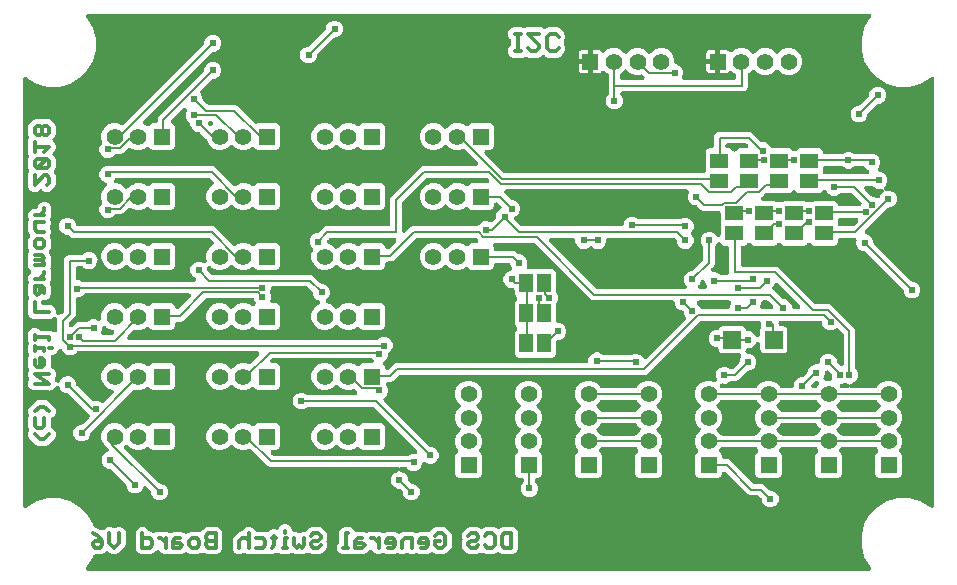
<source format=gbr>
G04 EAGLE Gerber RS-274X export*
G75*
%MOMM*%
%FSLAX34Y34*%
%LPD*%
%INBottom Copper*%
%IPPOS*%
%AMOC8*
5,1,8,0,0,1.08239X$1,22.5*%
G01*
%ADD10C,0.304800*%
%ADD11C,0.355600*%
%ADD12R,1.168400X1.600200*%
%ADD13R,1.500000X1.300000*%
%ADD14R,1.500000X1.500000*%
%ADD15C,1.422400*%
%ADD16R,1.422400X1.422400*%
%ADD17C,0.152400*%
%ADD18C,0.609600*%

G36*
X720391Y4066D02*
X720391Y4066D01*
X720400Y4065D01*
X720590Y4085D01*
X720782Y4105D01*
X720791Y4107D01*
X720800Y4108D01*
X720983Y4166D01*
X721167Y4223D01*
X721175Y4227D01*
X721184Y4230D01*
X721352Y4323D01*
X721521Y4415D01*
X721528Y4420D01*
X721536Y4425D01*
X721683Y4549D01*
X721831Y4672D01*
X721836Y4679D01*
X721843Y4685D01*
X721962Y4836D01*
X722083Y4986D01*
X722087Y4994D01*
X722093Y5001D01*
X722180Y5173D01*
X722268Y5343D01*
X722271Y5352D01*
X722275Y5360D01*
X722326Y5545D01*
X722380Y5730D01*
X722381Y5739D01*
X722383Y5748D01*
X722397Y5940D01*
X722413Y6132D01*
X722412Y6140D01*
X722412Y6149D01*
X722388Y6341D01*
X722366Y6531D01*
X722363Y6540D01*
X722362Y6549D01*
X722301Y6731D01*
X722241Y6914D01*
X722237Y6922D01*
X722234Y6930D01*
X722137Y7098D01*
X722043Y7265D01*
X722037Y7272D01*
X722033Y7279D01*
X721818Y7532D01*
X721341Y8009D01*
X716626Y16176D01*
X714185Y25285D01*
X714185Y34715D01*
X716626Y43824D01*
X721341Y51991D01*
X728009Y58659D01*
X736176Y63374D01*
X745285Y65815D01*
X754715Y65815D01*
X763824Y63374D01*
X771991Y58659D01*
X772468Y58182D01*
X772475Y58176D01*
X772480Y58169D01*
X772629Y58050D01*
X772779Y57927D01*
X772787Y57923D01*
X772794Y57917D01*
X772963Y57829D01*
X773135Y57738D01*
X773144Y57736D01*
X773151Y57732D01*
X773335Y57679D01*
X773521Y57623D01*
X773530Y57623D01*
X773538Y57620D01*
X773729Y57605D01*
X773922Y57587D01*
X773931Y57588D01*
X773940Y57587D01*
X774129Y57610D01*
X774322Y57630D01*
X774331Y57633D01*
X774339Y57634D01*
X774522Y57694D01*
X774706Y57752D01*
X774714Y57756D01*
X774722Y57759D01*
X774891Y57854D01*
X775058Y57947D01*
X775065Y57953D01*
X775073Y57957D01*
X775218Y58083D01*
X775365Y58207D01*
X775371Y58214D01*
X775378Y58220D01*
X775495Y58372D01*
X775615Y58523D01*
X775619Y58531D01*
X775624Y58538D01*
X775711Y58712D01*
X775797Y58882D01*
X775800Y58891D01*
X775804Y58899D01*
X775854Y59087D01*
X775905Y59270D01*
X775906Y59279D01*
X775908Y59288D01*
X775935Y59618D01*
X775935Y420382D01*
X775934Y420391D01*
X775935Y420400D01*
X775915Y420590D01*
X775895Y420782D01*
X775893Y420791D01*
X775892Y420800D01*
X775834Y420983D01*
X775777Y421167D01*
X775773Y421175D01*
X775770Y421184D01*
X775677Y421352D01*
X775585Y421521D01*
X775580Y421528D01*
X775575Y421536D01*
X775451Y421683D01*
X775328Y421831D01*
X775321Y421836D01*
X775315Y421843D01*
X775164Y421962D01*
X775014Y422083D01*
X775006Y422087D01*
X774999Y422093D01*
X774827Y422180D01*
X774657Y422268D01*
X774648Y422271D01*
X774640Y422275D01*
X774455Y422326D01*
X774270Y422380D01*
X774261Y422381D01*
X774252Y422383D01*
X774060Y422397D01*
X773868Y422413D01*
X773860Y422412D01*
X773851Y422412D01*
X773659Y422388D01*
X773469Y422366D01*
X773460Y422363D01*
X773451Y422362D01*
X773269Y422301D01*
X773086Y422241D01*
X773078Y422237D01*
X773070Y422234D01*
X772902Y422137D01*
X772735Y422043D01*
X772728Y422037D01*
X772721Y422033D01*
X772468Y421818D01*
X771991Y421341D01*
X763824Y416626D01*
X754715Y414185D01*
X745285Y414185D01*
X736176Y416626D01*
X728009Y421341D01*
X721341Y428009D01*
X716626Y436176D01*
X714185Y445285D01*
X714185Y454715D01*
X716626Y463824D01*
X721341Y471991D01*
X721818Y472468D01*
X721824Y472475D01*
X721831Y472480D01*
X721950Y472629D01*
X722073Y472779D01*
X722077Y472787D01*
X722083Y472794D01*
X722170Y472962D01*
X722262Y473135D01*
X722264Y473144D01*
X722268Y473151D01*
X722321Y473335D01*
X722377Y473521D01*
X722377Y473530D01*
X722380Y473538D01*
X722395Y473729D01*
X722413Y473922D01*
X722412Y473931D01*
X722413Y473940D01*
X722390Y474129D01*
X722370Y474322D01*
X722367Y474331D01*
X722366Y474339D01*
X722306Y474522D01*
X722248Y474706D01*
X722244Y474714D01*
X722241Y474722D01*
X722146Y474891D01*
X722053Y475058D01*
X722047Y475065D01*
X722043Y475073D01*
X721917Y475218D01*
X721793Y475365D01*
X721786Y475371D01*
X721780Y475378D01*
X721628Y475495D01*
X721477Y475615D01*
X721469Y475619D01*
X721462Y475624D01*
X721288Y475711D01*
X721118Y475797D01*
X721109Y475800D01*
X721101Y475804D01*
X720913Y475854D01*
X720730Y475905D01*
X720721Y475906D01*
X720712Y475908D01*
X720382Y475935D01*
X59618Y475935D01*
X59609Y475934D01*
X59600Y475935D01*
X59410Y475915D01*
X59218Y475895D01*
X59209Y475893D01*
X59200Y475892D01*
X59017Y475834D01*
X58833Y475777D01*
X58825Y475773D01*
X58816Y475770D01*
X58648Y475677D01*
X58479Y475585D01*
X58472Y475580D01*
X58464Y475575D01*
X58317Y475451D01*
X58169Y475328D01*
X58164Y475321D01*
X58157Y475315D01*
X58038Y475164D01*
X57917Y475014D01*
X57913Y475006D01*
X57907Y474999D01*
X57820Y474827D01*
X57732Y474657D01*
X57729Y474648D01*
X57725Y474640D01*
X57674Y474455D01*
X57620Y474270D01*
X57619Y474261D01*
X57617Y474252D01*
X57603Y474060D01*
X57587Y473868D01*
X57588Y473860D01*
X57588Y473851D01*
X57612Y473659D01*
X57634Y473469D01*
X57637Y473460D01*
X57638Y473451D01*
X57699Y473269D01*
X57759Y473086D01*
X57763Y473078D01*
X57766Y473070D01*
X57863Y472902D01*
X57957Y472735D01*
X57963Y472728D01*
X57967Y472721D01*
X58182Y472468D01*
X58659Y471991D01*
X63374Y463824D01*
X65815Y454715D01*
X65815Y445285D01*
X63374Y436176D01*
X58659Y428009D01*
X51991Y421341D01*
X43824Y416626D01*
X34715Y414185D01*
X25285Y414185D01*
X16176Y416626D01*
X8009Y421341D01*
X7532Y421818D01*
X7525Y421824D01*
X7520Y421831D01*
X7371Y421950D01*
X7221Y422073D01*
X7213Y422077D01*
X7206Y422083D01*
X7037Y422171D01*
X6865Y422262D01*
X6856Y422264D01*
X6849Y422268D01*
X6665Y422321D01*
X6479Y422377D01*
X6470Y422377D01*
X6462Y422380D01*
X6271Y422395D01*
X6078Y422413D01*
X6069Y422412D01*
X6060Y422413D01*
X5871Y422390D01*
X5678Y422370D01*
X5669Y422367D01*
X5661Y422366D01*
X5478Y422306D01*
X5294Y422248D01*
X5286Y422244D01*
X5278Y422241D01*
X5109Y422146D01*
X4942Y422053D01*
X4935Y422047D01*
X4927Y422043D01*
X4782Y421917D01*
X4635Y421793D01*
X4629Y421786D01*
X4622Y421780D01*
X4505Y421628D01*
X4385Y421477D01*
X4381Y421469D01*
X4376Y421462D01*
X4289Y421288D01*
X4203Y421118D01*
X4200Y421109D01*
X4196Y421101D01*
X4146Y420913D01*
X4095Y420730D01*
X4094Y420721D01*
X4092Y420712D01*
X4065Y420382D01*
X4065Y59618D01*
X4066Y59609D01*
X4065Y59600D01*
X4085Y59410D01*
X4105Y59218D01*
X4107Y59209D01*
X4108Y59200D01*
X4166Y59017D01*
X4223Y58833D01*
X4227Y58825D01*
X4230Y58816D01*
X4323Y58648D01*
X4415Y58479D01*
X4420Y58472D01*
X4425Y58464D01*
X4549Y58317D01*
X4672Y58169D01*
X4679Y58164D01*
X4685Y58157D01*
X4836Y58038D01*
X4986Y57917D01*
X4994Y57913D01*
X5001Y57907D01*
X5173Y57820D01*
X5343Y57732D01*
X5352Y57729D01*
X5360Y57725D01*
X5545Y57674D01*
X5730Y57620D01*
X5739Y57619D01*
X5748Y57617D01*
X5940Y57603D01*
X6132Y57587D01*
X6140Y57588D01*
X6149Y57588D01*
X6341Y57612D01*
X6531Y57634D01*
X6540Y57637D01*
X6549Y57638D01*
X6731Y57699D01*
X6914Y57759D01*
X6922Y57763D01*
X6930Y57766D01*
X7098Y57863D01*
X7265Y57957D01*
X7272Y57963D01*
X7279Y57967D01*
X7532Y58182D01*
X8009Y58659D01*
X16176Y63374D01*
X25285Y65815D01*
X34715Y65815D01*
X43824Y63374D01*
X51991Y58659D01*
X58659Y51991D01*
X63374Y43824D01*
X63652Y42788D01*
X63683Y42706D01*
X63704Y42621D01*
X63754Y42518D01*
X63794Y42411D01*
X63840Y42337D01*
X63878Y42258D01*
X63947Y42167D01*
X64008Y42070D01*
X64068Y42006D01*
X64121Y41936D01*
X64206Y41860D01*
X64284Y41778D01*
X64356Y41727D01*
X64422Y41669D01*
X64544Y41594D01*
X64613Y41546D01*
X64655Y41527D01*
X64705Y41497D01*
X69624Y39037D01*
X69681Y39016D01*
X69755Y38977D01*
X70410Y38706D01*
X70431Y38700D01*
X70451Y38690D01*
X70624Y38642D01*
X70795Y38590D01*
X70818Y38588D01*
X70839Y38582D01*
X71018Y38569D01*
X71196Y38552D01*
X71218Y38554D01*
X71241Y38552D01*
X71419Y38575D01*
X71597Y38593D01*
X71618Y38600D01*
X71640Y38603D01*
X71810Y38660D01*
X71981Y38713D01*
X72000Y38724D01*
X72022Y38731D01*
X72177Y38820D01*
X72334Y38906D01*
X72351Y38921D01*
X72371Y38932D01*
X72624Y39147D01*
X74166Y40689D01*
X76220Y41540D01*
X78444Y41540D01*
X80622Y40638D01*
X80648Y40630D01*
X80672Y40618D01*
X80840Y40572D01*
X81007Y40521D01*
X81034Y40519D01*
X81060Y40512D01*
X81235Y40500D01*
X81408Y40483D01*
X81435Y40486D01*
X81462Y40484D01*
X81635Y40507D01*
X81809Y40525D01*
X81834Y40533D01*
X81861Y40536D01*
X82177Y40638D01*
X82533Y40785D01*
X84355Y41540D01*
X86579Y41540D01*
X88633Y40689D01*
X90205Y39117D01*
X91056Y37063D01*
X91056Y26705D01*
X90205Y24651D01*
X84565Y19011D01*
X82511Y18160D01*
X80288Y18160D01*
X78234Y19011D01*
X76836Y20409D01*
X76822Y20420D01*
X76811Y20433D01*
X76667Y20547D01*
X76525Y20664D01*
X76509Y20672D01*
X76495Y20683D01*
X76331Y20766D01*
X76169Y20852D01*
X76152Y20857D01*
X76136Y20865D01*
X75959Y20915D01*
X75783Y20967D01*
X75765Y20969D01*
X75748Y20973D01*
X75565Y20987D01*
X75382Y21003D01*
X75364Y21001D01*
X75347Y21003D01*
X75164Y20980D01*
X74982Y20960D01*
X74965Y20955D01*
X74947Y20952D01*
X74773Y20894D01*
X74598Y20839D01*
X74582Y20830D01*
X74565Y20824D01*
X74407Y20733D01*
X74246Y20644D01*
X74232Y20632D01*
X74217Y20623D01*
X73964Y20409D01*
X72566Y19011D01*
X70512Y18160D01*
X65464Y18160D01*
X65310Y18145D01*
X65155Y18137D01*
X65110Y18125D01*
X65064Y18120D01*
X64915Y18075D01*
X64765Y18036D01*
X64723Y18016D01*
X64679Y18002D01*
X64542Y17928D01*
X64403Y17861D01*
X64366Y17833D01*
X64325Y17810D01*
X64206Y17711D01*
X64082Y17617D01*
X64051Y17582D01*
X64016Y17553D01*
X63918Y17432D01*
X63816Y17316D01*
X63792Y17275D01*
X63763Y17239D01*
X63692Y17101D01*
X63614Y16967D01*
X63596Y16918D01*
X63578Y16882D01*
X63554Y16799D01*
X63502Y16655D01*
X63374Y16176D01*
X58659Y8009D01*
X58182Y7532D01*
X58176Y7525D01*
X58169Y7520D01*
X58050Y7371D01*
X57927Y7221D01*
X57923Y7213D01*
X57917Y7206D01*
X57829Y7037D01*
X57738Y6865D01*
X57736Y6856D01*
X57732Y6849D01*
X57679Y6665D01*
X57623Y6479D01*
X57623Y6470D01*
X57620Y6462D01*
X57605Y6271D01*
X57587Y6078D01*
X57588Y6069D01*
X57587Y6060D01*
X57610Y5871D01*
X57630Y5678D01*
X57633Y5669D01*
X57634Y5661D01*
X57694Y5478D01*
X57752Y5294D01*
X57756Y5286D01*
X57759Y5278D01*
X57854Y5109D01*
X57947Y4942D01*
X57953Y4935D01*
X57957Y4927D01*
X58083Y4782D01*
X58207Y4635D01*
X58214Y4629D01*
X58220Y4622D01*
X58372Y4505D01*
X58523Y4385D01*
X58531Y4381D01*
X58538Y4376D01*
X58712Y4289D01*
X58882Y4203D01*
X58891Y4200D01*
X58899Y4196D01*
X59087Y4146D01*
X59270Y4095D01*
X59279Y4094D01*
X59288Y4092D01*
X59618Y4065D01*
X720382Y4065D01*
X720391Y4066D01*
G37*
%LPC*%
G36*
X635585Y57887D02*
X635585Y57887D01*
X632971Y58970D01*
X630970Y60971D01*
X629887Y63585D01*
X629887Y64445D01*
X629885Y64472D01*
X629887Y64499D01*
X629865Y64673D01*
X629847Y64846D01*
X629840Y64871D01*
X629836Y64898D01*
X629781Y65064D01*
X629729Y65231D01*
X629716Y65254D01*
X629708Y65280D01*
X629621Y65431D01*
X629537Y65585D01*
X629520Y65605D01*
X629507Y65629D01*
X629292Y65882D01*
X627596Y67578D01*
X627575Y67595D01*
X627557Y67616D01*
X627420Y67723D01*
X627284Y67833D01*
X627260Y67846D01*
X627239Y67862D01*
X627082Y67940D01*
X626928Y68022D01*
X626903Y68030D01*
X626879Y68042D01*
X626709Y68087D01*
X626543Y68137D01*
X626516Y68139D01*
X626490Y68146D01*
X626159Y68173D01*
X620040Y68173D01*
X618266Y68908D01*
X599319Y87855D01*
X599312Y87860D01*
X599307Y87867D01*
X599157Y87988D01*
X599008Y88110D01*
X599000Y88114D01*
X598993Y88120D01*
X598823Y88208D01*
X598652Y88298D01*
X598643Y88301D01*
X598636Y88305D01*
X598451Y88358D01*
X598266Y88413D01*
X598257Y88414D01*
X598249Y88416D01*
X598057Y88432D01*
X597865Y88450D01*
X597856Y88449D01*
X597847Y88449D01*
X597658Y88427D01*
X597465Y88406D01*
X597456Y88403D01*
X597448Y88402D01*
X597266Y88343D01*
X597081Y88285D01*
X597073Y88280D01*
X597065Y88278D01*
X596896Y88183D01*
X596729Y88090D01*
X596722Y88084D01*
X596714Y88080D01*
X596568Y87954D01*
X596422Y87829D01*
X596416Y87822D01*
X596409Y87817D01*
X596292Y87665D01*
X596172Y87513D01*
X596168Y87505D01*
X596163Y87498D01*
X596077Y87326D01*
X595990Y87154D01*
X595987Y87146D01*
X595983Y87138D01*
X595933Y86951D01*
X595882Y86767D01*
X595881Y86758D01*
X595879Y86749D01*
X595852Y86418D01*
X595852Y86104D01*
X595233Y84611D01*
X594089Y83467D01*
X592596Y82848D01*
X576754Y82848D01*
X575261Y83467D01*
X574117Y84611D01*
X573498Y86104D01*
X573498Y101946D01*
X574117Y103439D01*
X575349Y104672D01*
X575361Y104686D01*
X575374Y104697D01*
X575488Y104841D01*
X575604Y104983D01*
X575613Y104999D01*
X575624Y105013D01*
X575707Y105177D01*
X575793Y105339D01*
X575798Y105356D01*
X575806Y105372D01*
X575856Y105550D01*
X575908Y105725D01*
X575909Y105743D01*
X575914Y105760D01*
X575928Y105943D01*
X575944Y106126D01*
X575942Y106144D01*
X575944Y106161D01*
X575921Y106343D01*
X575901Y106526D01*
X575895Y106543D01*
X575893Y106561D01*
X575835Y106734D01*
X575779Y106910D01*
X575771Y106926D01*
X575765Y106942D01*
X575673Y107102D01*
X575584Y107262D01*
X575573Y107276D01*
X575564Y107291D01*
X575349Y107544D01*
X575200Y107694D01*
X573498Y111802D01*
X573498Y116248D01*
X575200Y120356D01*
X577432Y122589D01*
X577444Y122603D01*
X577457Y122614D01*
X577571Y122758D01*
X577687Y122900D01*
X577696Y122916D01*
X577707Y122930D01*
X577790Y123094D01*
X577876Y123256D01*
X577881Y123273D01*
X577889Y123289D01*
X577939Y123466D01*
X577991Y123642D01*
X577992Y123660D01*
X577997Y123677D01*
X578011Y123860D01*
X578027Y124043D01*
X578025Y124061D01*
X578027Y124078D01*
X578004Y124260D01*
X577984Y124443D01*
X577978Y124460D01*
X577976Y124478D01*
X577918Y124652D01*
X577862Y124827D01*
X577854Y124843D01*
X577848Y124859D01*
X577756Y125018D01*
X577668Y125179D01*
X577656Y125193D01*
X577647Y125208D01*
X577432Y125461D01*
X575200Y127694D01*
X573498Y131802D01*
X573498Y136248D01*
X575200Y140356D01*
X577432Y142589D01*
X577444Y142603D01*
X577457Y142614D01*
X577571Y142758D01*
X577687Y142900D01*
X577696Y142916D01*
X577707Y142930D01*
X577790Y143094D01*
X577876Y143256D01*
X577881Y143273D01*
X577889Y143289D01*
X577939Y143466D01*
X577991Y143642D01*
X577992Y143660D01*
X577997Y143677D01*
X578011Y143860D01*
X578027Y144043D01*
X578025Y144061D01*
X578027Y144078D01*
X578004Y144260D01*
X577984Y144443D01*
X577978Y144460D01*
X577976Y144478D01*
X577918Y144652D01*
X577862Y144827D01*
X577854Y144843D01*
X577848Y144859D01*
X577756Y145018D01*
X577668Y145179D01*
X577656Y145193D01*
X577647Y145208D01*
X577432Y145461D01*
X575200Y147694D01*
X573498Y151802D01*
X573498Y156248D01*
X575200Y160356D01*
X578344Y163500D01*
X582452Y165202D01*
X586898Y165202D01*
X588875Y164383D01*
X588883Y164380D01*
X588891Y164376D01*
X589075Y164323D01*
X589260Y164267D01*
X589269Y164266D01*
X589277Y164263D01*
X589468Y164247D01*
X589661Y164228D01*
X589670Y164229D01*
X589679Y164229D01*
X589870Y164250D01*
X590061Y164270D01*
X590070Y164273D01*
X590079Y164274D01*
X590262Y164333D01*
X590446Y164390D01*
X590454Y164394D01*
X590462Y164397D01*
X590631Y164491D01*
X590799Y164583D01*
X590806Y164589D01*
X590813Y164593D01*
X590961Y164719D01*
X591107Y164842D01*
X591113Y164849D01*
X591119Y164855D01*
X591239Y165007D01*
X591358Y165157D01*
X591362Y165165D01*
X591368Y165172D01*
X591455Y165345D01*
X591542Y165515D01*
X591544Y165524D01*
X591548Y165532D01*
X591599Y165718D01*
X591652Y165903D01*
X591652Y165912D01*
X591655Y165920D01*
X591668Y166112D01*
X591683Y166304D01*
X591682Y166313D01*
X591682Y166322D01*
X591657Y166512D01*
X591634Y166704D01*
X591631Y166712D01*
X591630Y166721D01*
X591529Y167037D01*
X590887Y168585D01*
X590887Y171415D01*
X591970Y174029D01*
X593971Y176030D01*
X596585Y177113D01*
X599415Y177113D01*
X602029Y176030D01*
X602637Y175422D01*
X602658Y175405D01*
X602675Y175384D01*
X602813Y175277D01*
X602949Y175167D01*
X602972Y175154D01*
X602994Y175138D01*
X603150Y175060D01*
X603304Y174978D01*
X603330Y174970D01*
X603354Y174958D01*
X603523Y174913D01*
X603690Y174863D01*
X603717Y174861D01*
X603743Y174854D01*
X604074Y174827D01*
X604159Y174827D01*
X604186Y174829D01*
X604213Y174827D01*
X604387Y174849D01*
X604560Y174867D01*
X604585Y174874D01*
X604612Y174878D01*
X604778Y174933D01*
X604945Y174985D01*
X604968Y174998D01*
X604994Y175006D01*
X605145Y175093D01*
X605299Y175177D01*
X605319Y175194D01*
X605343Y175207D01*
X605596Y175422D01*
X610292Y180118D01*
X610309Y180139D01*
X610330Y180157D01*
X610437Y180294D01*
X610547Y180430D01*
X610560Y180454D01*
X610576Y180475D01*
X610654Y180631D01*
X610736Y180786D01*
X610744Y180811D01*
X610756Y180835D01*
X610801Y181005D01*
X610851Y181171D01*
X610853Y181198D01*
X610860Y181224D01*
X610887Y181555D01*
X610887Y182415D01*
X611975Y185041D01*
X612067Y185155D01*
X612189Y185304D01*
X612193Y185312D01*
X612199Y185319D01*
X612287Y185489D01*
X612377Y185660D01*
X612380Y185668D01*
X612384Y185676D01*
X612437Y185861D01*
X612492Y186046D01*
X612493Y186055D01*
X612496Y186063D01*
X612511Y186255D01*
X612529Y186447D01*
X612528Y186456D01*
X612528Y186465D01*
X612506Y186655D01*
X612485Y186847D01*
X612483Y186855D01*
X612482Y186864D01*
X612422Y187048D01*
X612364Y187231D01*
X612359Y187239D01*
X612357Y187247D01*
X612262Y187415D01*
X612169Y187583D01*
X612163Y187590D01*
X612159Y187598D01*
X612034Y187743D01*
X611909Y187890D01*
X611901Y187896D01*
X611896Y187903D01*
X611745Y188019D01*
X611593Y188140D01*
X611585Y188144D01*
X611578Y188149D01*
X611405Y188235D01*
X611234Y188322D01*
X611225Y188325D01*
X611217Y188329D01*
X611029Y188379D01*
X610846Y188430D01*
X610837Y188431D01*
X610828Y188433D01*
X610497Y188460D01*
X596491Y188460D01*
X594998Y189079D01*
X593854Y190223D01*
X593235Y191716D01*
X593235Y191856D01*
X593233Y191874D01*
X593235Y191892D01*
X593214Y192074D01*
X593195Y192257D01*
X593190Y192274D01*
X593188Y192291D01*
X593131Y192466D01*
X593077Y192642D01*
X593069Y192657D01*
X593063Y192674D01*
X592973Y192834D01*
X592885Y192996D01*
X592874Y193009D01*
X592865Y193025D01*
X592745Y193164D01*
X592628Y193305D01*
X592614Y193316D01*
X592602Y193330D01*
X592457Y193442D01*
X592314Y193557D01*
X592298Y193565D01*
X592284Y193576D01*
X592119Y193658D01*
X591957Y193743D01*
X591940Y193748D01*
X591924Y193756D01*
X591745Y193803D01*
X591570Y193854D01*
X591552Y193856D01*
X591535Y193860D01*
X591204Y193887D01*
X590585Y193887D01*
X587971Y194970D01*
X585970Y196971D01*
X584887Y199585D01*
X584887Y202415D01*
X585970Y205029D01*
X587971Y207030D01*
X590585Y208113D01*
X591787Y208113D01*
X591809Y208115D01*
X591831Y208113D01*
X592008Y208135D01*
X592187Y208153D01*
X592209Y208159D01*
X592231Y208162D01*
X592400Y208218D01*
X592572Y208271D01*
X592592Y208281D01*
X592613Y208288D01*
X592769Y208377D01*
X592926Y208463D01*
X592943Y208477D01*
X592963Y208488D01*
X593098Y208606D01*
X593235Y208720D01*
X593249Y208738D01*
X593266Y208752D01*
X593375Y208894D01*
X593488Y209034D01*
X593498Y209054D01*
X593512Y209072D01*
X593663Y209367D01*
X593854Y209827D01*
X594998Y210971D01*
X596491Y211590D01*
X613109Y211590D01*
X614602Y210971D01*
X615746Y209827D01*
X616351Y208367D01*
X616362Y208347D01*
X616368Y208326D01*
X616457Y208168D01*
X616541Y208012D01*
X616555Y207995D01*
X616566Y207975D01*
X616684Y207839D01*
X616798Y207701D01*
X616815Y207687D01*
X616830Y207670D01*
X616971Y207561D01*
X617110Y207448D01*
X617130Y207437D01*
X617148Y207424D01*
X617308Y207344D01*
X617467Y207261D01*
X617488Y207254D01*
X617508Y207244D01*
X617681Y207198D01*
X617853Y207148D01*
X617875Y207146D01*
X617897Y207140D01*
X618228Y207113D01*
X619415Y207113D01*
X622029Y206030D01*
X624030Y204029D01*
X624327Y203311D01*
X624329Y203307D01*
X624331Y203303D01*
X624426Y203127D01*
X624518Y202956D01*
X624520Y202952D01*
X624523Y202949D01*
X624649Y202796D01*
X624774Y202646D01*
X624777Y202643D01*
X624780Y202639D01*
X624931Y202518D01*
X625087Y202392D01*
X625091Y202390D01*
X625094Y202387D01*
X625266Y202298D01*
X625443Y202205D01*
X625447Y202203D01*
X625451Y202201D01*
X625639Y202147D01*
X625830Y202092D01*
X625834Y202091D01*
X625838Y202090D01*
X626036Y202074D01*
X626231Y202057D01*
X626235Y202058D01*
X626240Y202057D01*
X626435Y202080D01*
X626631Y202102D01*
X626635Y202104D01*
X626639Y202104D01*
X626827Y202165D01*
X627014Y202225D01*
X627018Y202227D01*
X627022Y202229D01*
X627195Y202326D01*
X627366Y202422D01*
X627369Y202425D01*
X627373Y202427D01*
X627521Y202555D01*
X627671Y202683D01*
X627674Y202687D01*
X627678Y202690D01*
X627798Y202845D01*
X627920Y203001D01*
X627922Y203005D01*
X627924Y203008D01*
X628012Y203184D01*
X628100Y203360D01*
X628102Y203365D01*
X628104Y203369D01*
X628155Y203560D01*
X628207Y203749D01*
X628207Y203753D01*
X628208Y203757D01*
X628235Y204088D01*
X628235Y208334D01*
X628913Y209969D01*
X628920Y209995D01*
X628933Y210019D01*
X628978Y210186D01*
X629029Y210354D01*
X629032Y210381D01*
X629039Y210407D01*
X629051Y210581D01*
X629067Y210755D01*
X629065Y210782D01*
X629066Y210809D01*
X629044Y210981D01*
X629026Y211156D01*
X629018Y211181D01*
X629014Y211208D01*
X628913Y211524D01*
X628887Y211585D01*
X628887Y214142D01*
X628885Y214160D01*
X628887Y214178D01*
X628866Y214360D01*
X628847Y214543D01*
X628842Y214560D01*
X628840Y214577D01*
X628783Y214752D01*
X628729Y214928D01*
X628721Y214943D01*
X628715Y214960D01*
X628625Y215120D01*
X628537Y215282D01*
X628526Y215295D01*
X628517Y215311D01*
X628397Y215450D01*
X628280Y215591D01*
X628266Y215602D01*
X628254Y215616D01*
X628109Y215728D01*
X627966Y215843D01*
X627950Y215851D01*
X627936Y215862D01*
X627771Y215944D01*
X627609Y216029D01*
X627592Y216034D01*
X627576Y216042D01*
X627397Y216089D01*
X627222Y216140D01*
X627204Y216142D01*
X627187Y216146D01*
X626856Y216173D01*
X578841Y216173D01*
X578814Y216171D01*
X578787Y216173D01*
X578613Y216151D01*
X578440Y216133D01*
X578415Y216126D01*
X578388Y216122D01*
X578222Y216067D01*
X578055Y216015D01*
X578032Y216002D01*
X578006Y215994D01*
X577855Y215907D01*
X577701Y215823D01*
X577681Y215806D01*
X577657Y215793D01*
X577404Y215578D01*
X532734Y170908D01*
X531675Y170469D01*
X531674Y170469D01*
X530960Y170173D01*
X323841Y170173D01*
X323814Y170171D01*
X323787Y170173D01*
X323613Y170151D01*
X323440Y170133D01*
X323415Y170126D01*
X323388Y170122D01*
X323222Y170067D01*
X323055Y170015D01*
X323032Y170002D01*
X323006Y169994D01*
X322855Y169907D01*
X322701Y169823D01*
X322681Y169806D01*
X322657Y169793D01*
X322404Y169578D01*
X317734Y164908D01*
X315960Y164173D01*
X313767Y164173D01*
X313754Y164172D01*
X313741Y164173D01*
X313555Y164152D01*
X313367Y164133D01*
X313354Y164129D01*
X313341Y164128D01*
X313162Y164070D01*
X312982Y164015D01*
X312970Y164009D01*
X312957Y164005D01*
X312793Y163913D01*
X312628Y163823D01*
X312618Y163815D01*
X312606Y163808D01*
X312463Y163686D01*
X312319Y163566D01*
X312310Y163555D01*
X312300Y163547D01*
X312184Y163398D01*
X312066Y163252D01*
X312060Y163240D01*
X312052Y163230D01*
X311967Y163061D01*
X311881Y162895D01*
X311877Y162882D01*
X311871Y162870D01*
X311821Y162687D01*
X311769Y162508D01*
X311768Y162494D01*
X311765Y162481D01*
X311752Y162293D01*
X311737Y162106D01*
X311738Y162093D01*
X311737Y162080D01*
X311762Y161892D01*
X311783Y161707D01*
X311788Y161694D01*
X311789Y161681D01*
X311891Y161365D01*
X313113Y158415D01*
X313113Y155585D01*
X312030Y152971D01*
X309879Y150820D01*
X309867Y150806D01*
X309854Y150795D01*
X309740Y150650D01*
X309624Y150508D01*
X309615Y150493D01*
X309604Y150479D01*
X309521Y150315D01*
X309435Y150153D01*
X309430Y150136D01*
X309422Y150120D01*
X309373Y149943D01*
X309320Y149767D01*
X309319Y149749D01*
X309314Y149732D01*
X309301Y149549D01*
X309284Y149366D01*
X309286Y149348D01*
X309285Y149330D01*
X309307Y149148D01*
X309327Y148966D01*
X309333Y148948D01*
X309335Y148931D01*
X309393Y148757D01*
X309449Y148582D01*
X309457Y148566D01*
X309463Y148549D01*
X309555Y148390D01*
X309644Y148229D01*
X309655Y148216D01*
X309664Y148200D01*
X309879Y147947D01*
X348118Y109708D01*
X348139Y109691D01*
X348157Y109670D01*
X348294Y109563D01*
X348430Y109453D01*
X348454Y109440D01*
X348475Y109424D01*
X348632Y109346D01*
X348786Y109264D01*
X348811Y109256D01*
X348835Y109244D01*
X349005Y109199D01*
X349171Y109149D01*
X349198Y109147D01*
X349224Y109140D01*
X349555Y109113D01*
X350415Y109113D01*
X353029Y108030D01*
X355030Y106029D01*
X356113Y103415D01*
X356113Y100585D01*
X355030Y97971D01*
X353029Y95970D01*
X351443Y95313D01*
X351442Y95313D01*
X350415Y94887D01*
X347585Y94887D01*
X344898Y96001D01*
X344880Y96006D01*
X344865Y96014D01*
X344689Y96064D01*
X344512Y96117D01*
X344494Y96119D01*
X344477Y96124D01*
X344295Y96138D01*
X344111Y96155D01*
X344094Y96153D01*
X344076Y96155D01*
X343895Y96133D01*
X343711Y96113D01*
X343694Y96108D01*
X343676Y96106D01*
X343502Y96048D01*
X343327Y95994D01*
X343311Y95985D01*
X343294Y95979D01*
X343135Y95889D01*
X342973Y95800D01*
X342960Y95789D01*
X342944Y95780D01*
X342806Y95660D01*
X342665Y95541D01*
X342654Y95527D01*
X342641Y95516D01*
X342529Y95370D01*
X342414Y95226D01*
X342406Y95210D01*
X342395Y95196D01*
X342244Y94901D01*
X341030Y91971D01*
X339029Y89970D01*
X336415Y88887D01*
X333585Y88887D01*
X330971Y89970D01*
X329363Y91578D01*
X329342Y91595D01*
X329325Y91616D01*
X329187Y91723D01*
X329051Y91833D01*
X329028Y91846D01*
X329006Y91862D01*
X328850Y91940D01*
X328696Y92022D01*
X328670Y92030D01*
X328646Y92042D01*
X328477Y92087D01*
X328310Y92137D01*
X328283Y92139D01*
X328257Y92146D01*
X327926Y92173D01*
X324824Y92173D01*
X324819Y92173D01*
X324815Y92173D01*
X324621Y92153D01*
X324423Y92133D01*
X324419Y92132D01*
X324414Y92132D01*
X324228Y92074D01*
X324038Y92015D01*
X324034Y92013D01*
X324030Y92012D01*
X323858Y91918D01*
X323684Y91823D01*
X323681Y91821D01*
X323677Y91818D01*
X323526Y91691D01*
X323375Y91566D01*
X323372Y91562D01*
X323368Y91559D01*
X323245Y91405D01*
X323122Y91252D01*
X323120Y91248D01*
X323118Y91245D01*
X323028Y91070D01*
X323002Y91020D01*
X322938Y91133D01*
X322843Y91304D01*
X322840Y91307D01*
X322838Y91311D01*
X322709Y91460D01*
X322581Y91609D01*
X322577Y91612D01*
X322575Y91616D01*
X322423Y91733D01*
X322264Y91858D01*
X322260Y91860D01*
X322256Y91862D01*
X322081Y91949D01*
X321904Y92038D01*
X321900Y92040D01*
X321896Y92042D01*
X321703Y92093D01*
X321516Y92145D01*
X321512Y92145D01*
X321507Y92146D01*
X321176Y92173D01*
X213040Y92173D01*
X211266Y92908D01*
X197071Y107103D01*
X197054Y107117D01*
X197039Y107134D01*
X196898Y107245D01*
X196759Y107358D01*
X196740Y107369D01*
X196722Y107382D01*
X196562Y107463D01*
X196404Y107547D01*
X196382Y107553D01*
X196362Y107563D01*
X196189Y107610D01*
X196018Y107661D01*
X195996Y107664D01*
X195974Y107669D01*
X195795Y107682D01*
X195617Y107698D01*
X195595Y107695D01*
X195572Y107697D01*
X195395Y107674D01*
X195217Y107654D01*
X195195Y107648D01*
X195173Y107645D01*
X194857Y107543D01*
X192998Y106773D01*
X188552Y106773D01*
X184444Y108475D01*
X182211Y110707D01*
X182197Y110719D01*
X182186Y110732D01*
X182042Y110846D01*
X181900Y110962D01*
X181884Y110971D01*
X181870Y110982D01*
X181706Y111065D01*
X181544Y111151D01*
X181527Y111156D01*
X181511Y111164D01*
X181334Y111214D01*
X181158Y111266D01*
X181140Y111267D01*
X181123Y111272D01*
X180940Y111286D01*
X180757Y111302D01*
X180739Y111300D01*
X180722Y111302D01*
X180540Y111279D01*
X180357Y111259D01*
X180340Y111253D01*
X180322Y111251D01*
X180148Y111193D01*
X179973Y111137D01*
X179957Y111129D01*
X179941Y111123D01*
X179782Y111031D01*
X179621Y110943D01*
X179607Y110931D01*
X179592Y110922D01*
X179339Y110707D01*
X177106Y108475D01*
X172998Y106773D01*
X168552Y106773D01*
X164444Y108475D01*
X161300Y111619D01*
X159598Y115727D01*
X159598Y120173D01*
X161300Y124281D01*
X164444Y127425D01*
X168552Y129127D01*
X172998Y129127D01*
X177106Y127425D01*
X179339Y125193D01*
X179352Y125181D01*
X179364Y125168D01*
X179508Y125054D01*
X179650Y124938D01*
X179666Y124929D01*
X179680Y124918D01*
X179844Y124835D01*
X180006Y124749D01*
X180023Y124744D01*
X180039Y124736D01*
X180216Y124686D01*
X180392Y124634D01*
X180410Y124633D01*
X180427Y124628D01*
X180610Y124614D01*
X180793Y124598D01*
X180811Y124600D01*
X180828Y124598D01*
X181010Y124621D01*
X181193Y124641D01*
X181210Y124647D01*
X181228Y124649D01*
X181401Y124707D01*
X181577Y124763D01*
X181593Y124771D01*
X181609Y124777D01*
X181769Y124869D01*
X181929Y124957D01*
X181943Y124969D01*
X181958Y124978D01*
X182211Y125193D01*
X184444Y127425D01*
X188552Y129127D01*
X192998Y129127D01*
X197106Y127425D01*
X197256Y127276D01*
X197269Y127264D01*
X197281Y127251D01*
X197425Y127137D01*
X197567Y127021D01*
X197583Y127012D01*
X197597Y127001D01*
X197760Y126918D01*
X197923Y126832D01*
X197940Y126827D01*
X197956Y126819D01*
X198133Y126770D01*
X198309Y126717D01*
X198326Y126716D01*
X198344Y126711D01*
X198527Y126697D01*
X198710Y126681D01*
X198727Y126683D01*
X198745Y126681D01*
X198928Y126704D01*
X199110Y126724D01*
X199127Y126730D01*
X199145Y126732D01*
X199320Y126791D01*
X199494Y126846D01*
X199509Y126854D01*
X199526Y126860D01*
X199685Y126952D01*
X199846Y127040D01*
X199860Y127052D01*
X199875Y127061D01*
X200128Y127276D01*
X201360Y128508D01*
X202854Y129127D01*
X218696Y129127D01*
X220189Y128508D01*
X221333Y127364D01*
X221952Y125871D01*
X221952Y110029D01*
X221333Y108536D01*
X220189Y107392D01*
X218696Y106773D01*
X215957Y106773D01*
X215948Y106772D01*
X215939Y106773D01*
X215747Y106752D01*
X215556Y106733D01*
X215547Y106731D01*
X215539Y106730D01*
X215355Y106672D01*
X215171Y106615D01*
X215163Y106611D01*
X215155Y106608D01*
X214986Y106515D01*
X214817Y106423D01*
X214810Y106418D01*
X214802Y106413D01*
X214655Y106288D01*
X214508Y106166D01*
X214502Y106159D01*
X214495Y106153D01*
X214375Y106001D01*
X214255Y105852D01*
X214251Y105844D01*
X214246Y105837D01*
X214158Y105664D01*
X214070Y105495D01*
X214067Y105486D01*
X214063Y105478D01*
X214011Y105292D01*
X213959Y105108D01*
X213958Y105099D01*
X213955Y105090D01*
X213941Y104898D01*
X213926Y104706D01*
X213927Y104698D01*
X213926Y104689D01*
X213951Y104494D01*
X213973Y104307D01*
X213975Y104298D01*
X213976Y104289D01*
X214038Y104107D01*
X214097Y103924D01*
X214102Y103916D01*
X214105Y103908D01*
X214201Y103740D01*
X214295Y103573D01*
X214301Y103566D01*
X214306Y103559D01*
X214520Y103306D01*
X215404Y102422D01*
X215425Y102405D01*
X215443Y102384D01*
X215580Y102278D01*
X215716Y102167D01*
X215740Y102154D01*
X215761Y102138D01*
X215917Y102060D01*
X216072Y101978D01*
X216097Y101970D01*
X216121Y101958D01*
X216290Y101913D01*
X216458Y101863D01*
X216484Y101861D01*
X216510Y101854D01*
X216841Y101827D01*
X330076Y101827D01*
X330107Y101830D01*
X330139Y101828D01*
X330308Y101850D01*
X330477Y101867D01*
X330507Y101876D01*
X330538Y101880D01*
X330854Y101981D01*
X333585Y103113D01*
X336157Y103113D01*
X336166Y103114D01*
X336175Y103113D01*
X336369Y103134D01*
X336558Y103153D01*
X336566Y103155D01*
X336575Y103156D01*
X336760Y103215D01*
X336943Y103271D01*
X336951Y103275D01*
X336959Y103278D01*
X337128Y103371D01*
X337297Y103463D01*
X337304Y103468D01*
X337312Y103473D01*
X337457Y103596D01*
X337606Y103720D01*
X337612Y103727D01*
X337619Y103733D01*
X337738Y103885D01*
X337859Y104034D01*
X337863Y104042D01*
X337868Y104049D01*
X337956Y104222D01*
X338044Y104391D01*
X338046Y104400D01*
X338051Y104408D01*
X338102Y104594D01*
X338155Y104778D01*
X338156Y104787D01*
X338159Y104796D01*
X338173Y104989D01*
X338188Y105180D01*
X338187Y105188D01*
X338188Y105197D01*
X338164Y105390D01*
X338141Y105579D01*
X338139Y105588D01*
X338138Y105597D01*
X338076Y105779D01*
X338017Y105962D01*
X338012Y105970D01*
X338009Y105978D01*
X337913Y106145D01*
X337819Y106313D01*
X337813Y106320D01*
X337808Y106327D01*
X337594Y106580D01*
X301596Y142578D01*
X301575Y142595D01*
X301557Y142616D01*
X301420Y142723D01*
X301284Y142833D01*
X301260Y142846D01*
X301239Y142862D01*
X301082Y142940D01*
X300928Y143022D01*
X300903Y143030D01*
X300879Y143042D01*
X300709Y143087D01*
X300543Y143137D01*
X300516Y143139D01*
X300490Y143146D01*
X300159Y143173D01*
X246074Y143173D01*
X246047Y143171D01*
X246020Y143173D01*
X245846Y143151D01*
X245673Y143133D01*
X245647Y143126D01*
X245621Y143122D01*
X245455Y143067D01*
X245288Y143015D01*
X245264Y143002D01*
X245239Y142994D01*
X245087Y142907D01*
X244934Y142823D01*
X244914Y142806D01*
X244890Y142793D01*
X244637Y142578D01*
X244029Y141970D01*
X241415Y140887D01*
X238585Y140887D01*
X235971Y141970D01*
X233970Y143971D01*
X232887Y146585D01*
X232887Y149415D01*
X233970Y152029D01*
X235971Y154030D01*
X238585Y155113D01*
X241415Y155113D01*
X244029Y154030D01*
X244637Y153422D01*
X244658Y153405D01*
X244675Y153384D01*
X244813Y153277D01*
X244949Y153167D01*
X244972Y153154D01*
X244994Y153138D01*
X245150Y153060D01*
X245304Y152978D01*
X245330Y152970D01*
X245354Y152958D01*
X245523Y152913D01*
X245690Y152863D01*
X245717Y152861D01*
X245743Y152854D01*
X246074Y152827D01*
X285443Y152827D01*
X285452Y152828D01*
X285461Y152827D01*
X285655Y152848D01*
X285844Y152867D01*
X285852Y152869D01*
X285861Y152870D01*
X286046Y152929D01*
X286229Y152985D01*
X286237Y152989D01*
X286245Y152992D01*
X286414Y153085D01*
X286583Y153177D01*
X286590Y153182D01*
X286598Y153187D01*
X286745Y153311D01*
X286892Y153434D01*
X286898Y153441D01*
X286905Y153447D01*
X287024Y153599D01*
X287145Y153748D01*
X287149Y153756D01*
X287154Y153763D01*
X287242Y153936D01*
X287330Y154105D01*
X287332Y154114D01*
X287337Y154122D01*
X287388Y154308D01*
X287441Y154492D01*
X287442Y154501D01*
X287445Y154510D01*
X287459Y154701D01*
X287474Y154894D01*
X287473Y154902D01*
X287474Y154911D01*
X287450Y155104D01*
X287427Y155293D01*
X287425Y155302D01*
X287424Y155311D01*
X287362Y155493D01*
X287303Y155676D01*
X287298Y155684D01*
X287295Y155692D01*
X287200Y155859D01*
X287105Y156027D01*
X287099Y156034D01*
X287094Y156041D01*
X286880Y156294D01*
X285476Y157698D01*
X285459Y157712D01*
X285444Y157729D01*
X285303Y157840D01*
X285164Y157953D01*
X285145Y157964D01*
X285127Y157977D01*
X284966Y158058D01*
X284809Y158142D01*
X284788Y158148D01*
X284767Y158158D01*
X284594Y158206D01*
X284423Y158256D01*
X284401Y158259D01*
X284379Y158264D01*
X284200Y158277D01*
X284022Y158293D01*
X284000Y158290D01*
X283977Y158292D01*
X283800Y158269D01*
X283622Y158249D01*
X283600Y158243D01*
X283578Y158240D01*
X283262Y158138D01*
X281898Y157573D01*
X277452Y157573D01*
X273344Y159275D01*
X271111Y161507D01*
X271097Y161519D01*
X271086Y161532D01*
X270942Y161646D01*
X270800Y161762D01*
X270784Y161771D01*
X270770Y161782D01*
X270606Y161865D01*
X270444Y161951D01*
X270427Y161956D01*
X270411Y161964D01*
X270234Y162014D01*
X270058Y162066D01*
X270040Y162067D01*
X270023Y162072D01*
X269840Y162086D01*
X269657Y162102D01*
X269639Y162100D01*
X269622Y162102D01*
X269440Y162079D01*
X269257Y162059D01*
X269240Y162053D01*
X269222Y162051D01*
X269048Y161993D01*
X268873Y161937D01*
X268857Y161929D01*
X268841Y161923D01*
X268682Y161831D01*
X268521Y161743D01*
X268507Y161731D01*
X268492Y161722D01*
X268239Y161507D01*
X266006Y159275D01*
X261898Y157573D01*
X257452Y157573D01*
X253344Y159275D01*
X250200Y162419D01*
X248498Y166527D01*
X248498Y170973D01*
X250200Y175081D01*
X253344Y178225D01*
X257452Y179927D01*
X261898Y179927D01*
X266006Y178225D01*
X268239Y175993D01*
X268252Y175981D01*
X268264Y175968D01*
X268408Y175854D01*
X268550Y175738D01*
X268566Y175729D01*
X268580Y175718D01*
X268744Y175635D01*
X268906Y175549D01*
X268923Y175544D01*
X268939Y175536D01*
X269116Y175486D01*
X269292Y175434D01*
X269310Y175433D01*
X269327Y175428D01*
X269510Y175414D01*
X269693Y175398D01*
X269711Y175400D01*
X269728Y175398D01*
X269910Y175421D01*
X270093Y175441D01*
X270110Y175447D01*
X270128Y175449D01*
X270301Y175507D01*
X270477Y175563D01*
X270493Y175571D01*
X270509Y175577D01*
X270669Y175669D01*
X270829Y175757D01*
X270843Y175769D01*
X270858Y175778D01*
X271111Y175993D01*
X273344Y178225D01*
X277452Y179927D01*
X281898Y179927D01*
X286006Y178225D01*
X286156Y178076D01*
X286169Y178064D01*
X286181Y178051D01*
X286325Y177937D01*
X286467Y177821D01*
X286483Y177812D01*
X286497Y177801D01*
X286660Y177718D01*
X286823Y177632D01*
X286840Y177627D01*
X286856Y177619D01*
X287033Y177570D01*
X287209Y177517D01*
X287226Y177516D01*
X287244Y177511D01*
X287427Y177497D01*
X287610Y177481D01*
X287627Y177483D01*
X287645Y177481D01*
X287828Y177504D01*
X288010Y177524D01*
X288027Y177530D01*
X288045Y177532D01*
X288220Y177591D01*
X288394Y177646D01*
X288409Y177654D01*
X288426Y177660D01*
X288585Y177752D01*
X288746Y177840D01*
X288760Y177852D01*
X288775Y177861D01*
X289028Y178076D01*
X290260Y179308D01*
X291754Y179927D01*
X299110Y179927D01*
X299120Y179928D01*
X299128Y179927D01*
X299318Y179947D01*
X299511Y179967D01*
X299520Y179969D01*
X299529Y179970D01*
X299711Y180028D01*
X299896Y180085D01*
X299904Y180089D01*
X299913Y180092D01*
X300081Y180185D01*
X300250Y180277D01*
X300257Y180282D01*
X300265Y180287D01*
X300413Y180412D01*
X300559Y180534D01*
X300565Y180541D01*
X300572Y180547D01*
X300691Y180699D01*
X300812Y180848D01*
X300816Y180856D01*
X300821Y180863D01*
X300909Y181036D01*
X300997Y181205D01*
X301000Y181214D01*
X301004Y181222D01*
X301056Y181408D01*
X301109Y181592D01*
X301109Y181601D01*
X301112Y181610D01*
X301126Y181801D01*
X301141Y181994D01*
X301140Y182003D01*
X301141Y182011D01*
X301117Y182201D01*
X301095Y182393D01*
X301092Y182402D01*
X301091Y182411D01*
X301030Y182593D01*
X300970Y182776D01*
X300965Y182784D01*
X300962Y182793D01*
X300868Y182956D01*
X300772Y183127D01*
X300766Y183134D01*
X300761Y183141D01*
X300547Y183394D01*
X300363Y183578D01*
X300342Y183595D01*
X300325Y183616D01*
X300186Y183723D01*
X300051Y183833D01*
X300028Y183846D01*
X300006Y183862D01*
X299850Y183940D01*
X299695Y184022D01*
X299670Y184030D01*
X299646Y184042D01*
X299477Y184087D01*
X299309Y184137D01*
X299283Y184139D01*
X299257Y184146D01*
X298926Y184173D01*
X215841Y184173D01*
X215814Y184171D01*
X215788Y184173D01*
X215614Y184151D01*
X215440Y184133D01*
X215415Y184126D01*
X215388Y184122D01*
X215222Y184066D01*
X215055Y184015D01*
X215032Y184003D01*
X215006Y183994D01*
X214854Y183907D01*
X214701Y183823D01*
X214681Y183806D01*
X214658Y183793D01*
X214404Y183578D01*
X214220Y183394D01*
X214215Y183387D01*
X214208Y183382D01*
X214087Y183232D01*
X213965Y183083D01*
X213961Y183075D01*
X213955Y183068D01*
X213866Y182896D01*
X213777Y182727D01*
X213774Y182719D01*
X213770Y182711D01*
X213716Y182525D01*
X213662Y182341D01*
X213661Y182332D01*
X213659Y182324D01*
X213643Y182133D01*
X213625Y181940D01*
X213626Y181931D01*
X213626Y181922D01*
X213648Y181733D01*
X213669Y181540D01*
X213672Y181531D01*
X213673Y181523D01*
X213732Y181340D01*
X213790Y181156D01*
X213795Y181148D01*
X213797Y181140D01*
X213892Y180972D01*
X213985Y180804D01*
X213991Y180797D01*
X213995Y180789D01*
X214121Y180644D01*
X214246Y180497D01*
X214253Y180491D01*
X214258Y180484D01*
X214410Y180367D01*
X214561Y180247D01*
X214570Y180243D01*
X214577Y180238D01*
X214749Y180152D01*
X214920Y180065D01*
X214929Y180062D01*
X214937Y180058D01*
X215123Y180008D01*
X215308Y179957D01*
X215317Y179956D01*
X215326Y179954D01*
X215657Y179927D01*
X218696Y179927D01*
X220189Y179308D01*
X221333Y178164D01*
X221952Y176671D01*
X221952Y160829D01*
X221333Y159336D01*
X220189Y158192D01*
X218696Y157573D01*
X202854Y157573D01*
X201360Y158192D01*
X200128Y159424D01*
X200115Y159436D01*
X200103Y159449D01*
X199958Y159564D01*
X199817Y159679D01*
X199801Y159688D01*
X199787Y159699D01*
X199623Y159782D01*
X199461Y159868D01*
X199444Y159873D01*
X199428Y159881D01*
X199251Y159931D01*
X199075Y159983D01*
X199057Y159984D01*
X199040Y159989D01*
X198857Y160003D01*
X198674Y160019D01*
X198656Y160017D01*
X198639Y160019D01*
X198457Y159996D01*
X198274Y159976D01*
X198257Y159970D01*
X198239Y159968D01*
X198066Y159910D01*
X197890Y159854D01*
X197874Y159846D01*
X197857Y159840D01*
X197699Y159749D01*
X197538Y159660D01*
X197524Y159648D01*
X197509Y159639D01*
X197256Y159424D01*
X197106Y159275D01*
X192998Y157573D01*
X188552Y157573D01*
X184444Y159275D01*
X182211Y161507D01*
X182197Y161519D01*
X182186Y161532D01*
X182042Y161646D01*
X181900Y161762D01*
X181884Y161771D01*
X181870Y161782D01*
X181706Y161865D01*
X181544Y161951D01*
X181527Y161956D01*
X181511Y161964D01*
X181334Y162014D01*
X181158Y162066D01*
X181140Y162067D01*
X181123Y162072D01*
X180940Y162086D01*
X180757Y162102D01*
X180739Y162100D01*
X180722Y162102D01*
X180540Y162079D01*
X180357Y162059D01*
X180340Y162053D01*
X180322Y162051D01*
X180148Y161993D01*
X179973Y161937D01*
X179957Y161929D01*
X179941Y161923D01*
X179782Y161831D01*
X179621Y161743D01*
X179607Y161731D01*
X179592Y161722D01*
X179339Y161507D01*
X177106Y159275D01*
X172998Y157573D01*
X168552Y157573D01*
X164444Y159275D01*
X161300Y162419D01*
X159598Y166527D01*
X159598Y170973D01*
X161300Y175081D01*
X164444Y178225D01*
X168552Y179927D01*
X172998Y179927D01*
X177106Y178225D01*
X179339Y175993D01*
X179352Y175981D01*
X179364Y175968D01*
X179508Y175854D01*
X179650Y175738D01*
X179666Y175729D01*
X179680Y175718D01*
X179844Y175635D01*
X180006Y175549D01*
X180023Y175544D01*
X180039Y175536D01*
X180216Y175486D01*
X180392Y175434D01*
X180410Y175433D01*
X180427Y175428D01*
X180610Y175414D01*
X180793Y175398D01*
X180811Y175400D01*
X180828Y175398D01*
X181010Y175421D01*
X181193Y175441D01*
X181210Y175447D01*
X181228Y175449D01*
X181401Y175507D01*
X181577Y175563D01*
X181593Y175571D01*
X181609Y175577D01*
X181769Y175669D01*
X181929Y175757D01*
X181943Y175769D01*
X181958Y175778D01*
X182211Y175993D01*
X184444Y178225D01*
X188552Y179927D01*
X192998Y179927D01*
X194645Y179245D01*
X194667Y179238D01*
X194686Y179228D01*
X194859Y179180D01*
X195031Y179128D01*
X195053Y179126D01*
X195074Y179120D01*
X195253Y179107D01*
X195431Y179090D01*
X195453Y179092D01*
X195476Y179091D01*
X195654Y179113D01*
X195832Y179132D01*
X195853Y179138D01*
X195875Y179141D01*
X196045Y179198D01*
X196216Y179251D01*
X196236Y179262D01*
X196257Y179269D01*
X196412Y179359D01*
X196569Y179445D01*
X196587Y179459D01*
X196606Y179470D01*
X196859Y179685D01*
X203880Y186706D01*
X203885Y186713D01*
X203892Y186718D01*
X204013Y186868D01*
X204135Y187017D01*
X204139Y187025D01*
X204145Y187032D01*
X204233Y187203D01*
X204323Y187373D01*
X204326Y187381D01*
X204330Y187389D01*
X204383Y187574D01*
X204438Y187759D01*
X204439Y187768D01*
X204441Y187776D01*
X204457Y187968D01*
X204475Y188160D01*
X204474Y188169D01*
X204474Y188178D01*
X204452Y188364D01*
X204431Y188560D01*
X204428Y188569D01*
X204427Y188577D01*
X204368Y188759D01*
X204310Y188944D01*
X204305Y188952D01*
X204303Y188960D01*
X204208Y189129D01*
X204115Y189296D01*
X204109Y189303D01*
X204105Y189311D01*
X203979Y189457D01*
X203854Y189603D01*
X203847Y189609D01*
X203842Y189616D01*
X203690Y189733D01*
X203538Y189853D01*
X203530Y189857D01*
X203523Y189862D01*
X203351Y189948D01*
X203179Y190035D01*
X203171Y190038D01*
X203163Y190042D01*
X202976Y190092D01*
X202792Y190143D01*
X202783Y190144D01*
X202774Y190146D01*
X202443Y190173D01*
X51074Y190173D01*
X51047Y190171D01*
X51020Y190173D01*
X50846Y190151D01*
X50673Y190133D01*
X50647Y190126D01*
X50621Y190122D01*
X50455Y190067D01*
X50288Y190015D01*
X50264Y190002D01*
X50239Y189994D01*
X50087Y189907D01*
X49934Y189823D01*
X49914Y189806D01*
X49890Y189793D01*
X49637Y189578D01*
X48029Y187970D01*
X45415Y186887D01*
X42585Y186887D01*
X39971Y187970D01*
X37970Y189971D01*
X37551Y190982D01*
X37547Y190990D01*
X37544Y190998D01*
X37452Y191168D01*
X37361Y191337D01*
X37355Y191344D01*
X37351Y191352D01*
X37227Y191499D01*
X37105Y191647D01*
X37098Y191653D01*
X37092Y191660D01*
X36942Y191780D01*
X36792Y191901D01*
X36784Y191905D01*
X36777Y191911D01*
X36607Y191998D01*
X36436Y192088D01*
X36427Y192091D01*
X36419Y192095D01*
X36236Y192147D01*
X36049Y192201D01*
X36040Y192202D01*
X36032Y192204D01*
X35841Y192219D01*
X35648Y192236D01*
X35639Y192235D01*
X35630Y192235D01*
X35441Y192212D01*
X35248Y192191D01*
X35239Y192188D01*
X35231Y192187D01*
X35050Y192127D01*
X34865Y192067D01*
X34857Y192063D01*
X34848Y192060D01*
X34682Y191966D01*
X34513Y191871D01*
X34506Y191865D01*
X34499Y191861D01*
X34354Y191735D01*
X34207Y191609D01*
X34202Y191602D01*
X34195Y191596D01*
X34077Y191443D01*
X33959Y191292D01*
X33955Y191284D01*
X33950Y191277D01*
X33798Y190982D01*
X33198Y189533D01*
X31626Y187961D01*
X29558Y187105D01*
X29422Y187089D01*
X29235Y187071D01*
X29222Y187067D01*
X29208Y187065D01*
X29030Y187008D01*
X28850Y186952D01*
X28838Y186946D01*
X28825Y186942D01*
X28661Y186850D01*
X28496Y186761D01*
X28485Y186752D01*
X28474Y186746D01*
X28330Y186622D01*
X28186Y186503D01*
X28178Y186493D01*
X28168Y186484D01*
X28051Y186335D01*
X27934Y186189D01*
X27928Y186177D01*
X27920Y186167D01*
X27835Y185998D01*
X27749Y185832D01*
X27745Y185819D01*
X27739Y185807D01*
X27689Y185626D01*
X27637Y185445D01*
X27636Y185432D01*
X27633Y185419D01*
X27620Y185232D01*
X27604Y185044D01*
X27606Y185030D01*
X27605Y185017D01*
X27629Y184829D01*
X27651Y184644D01*
X27655Y184631D01*
X27657Y184618D01*
X27759Y184302D01*
X27948Y183846D01*
X27948Y177511D01*
X27950Y177489D01*
X27948Y177467D01*
X27970Y177289D01*
X27988Y177111D01*
X27994Y177089D01*
X27997Y177067D01*
X28053Y176897D01*
X28106Y176726D01*
X28116Y176706D01*
X28123Y176685D01*
X28212Y176529D01*
X28297Y176372D01*
X28312Y176355D01*
X28323Y176335D01*
X28441Y176200D01*
X28555Y176062D01*
X28573Y176048D01*
X28587Y176032D01*
X28729Y175922D01*
X28869Y175810D01*
X28889Y175800D01*
X28906Y175786D01*
X29202Y175635D01*
X29592Y175473D01*
X31164Y173901D01*
X32015Y171847D01*
X32015Y169623D01*
X31113Y167445D01*
X31105Y167419D01*
X31093Y167395D01*
X31047Y167227D01*
X30996Y167059D01*
X30994Y167033D01*
X30987Y167007D01*
X30975Y166833D01*
X30958Y166659D01*
X30961Y166632D01*
X30959Y166605D01*
X30982Y166432D01*
X31000Y166258D01*
X31008Y166232D01*
X31011Y166206D01*
X31113Y165890D01*
X31301Y165436D01*
X31317Y165405D01*
X31328Y165373D01*
X31490Y165083D01*
X31904Y164465D01*
X31910Y164457D01*
X31915Y164448D01*
X32038Y164301D01*
X32160Y164154D01*
X32168Y164148D01*
X32174Y164140D01*
X32323Y164021D01*
X32472Y163900D01*
X32481Y163895D01*
X32489Y163889D01*
X32658Y163802D01*
X32829Y163712D01*
X32838Y163709D01*
X32847Y163705D01*
X33030Y163653D01*
X33215Y163599D01*
X33225Y163598D01*
X33235Y163595D01*
X33425Y163580D01*
X33616Y163564D01*
X33626Y163565D01*
X33636Y163564D01*
X33825Y163587D01*
X34016Y163608D01*
X34026Y163611D01*
X34036Y163613D01*
X34216Y163672D01*
X34400Y163731D01*
X34408Y163736D01*
X34418Y163739D01*
X34584Y163834D01*
X34751Y163927D01*
X34759Y163934D01*
X34768Y163939D01*
X34912Y164065D01*
X35057Y164189D01*
X35064Y164196D01*
X35071Y164203D01*
X35188Y164355D01*
X35306Y164505D01*
X35311Y164514D01*
X35317Y164522D01*
X35468Y164817D01*
X35970Y166029D01*
X37971Y168030D01*
X39719Y168754D01*
X40585Y169113D01*
X43415Y169113D01*
X46029Y168030D01*
X48030Y166029D01*
X49113Y163415D01*
X49113Y162555D01*
X49115Y162528D01*
X49113Y162501D01*
X49135Y162327D01*
X49153Y162154D01*
X49160Y162129D01*
X49164Y162102D01*
X49219Y161936D01*
X49271Y161769D01*
X49284Y161746D01*
X49292Y161720D01*
X49379Y161569D01*
X49463Y161415D01*
X49480Y161395D01*
X49493Y161371D01*
X49708Y161118D01*
X62302Y148524D01*
X62319Y148510D01*
X62334Y148493D01*
X62475Y148382D01*
X62613Y148269D01*
X62633Y148259D01*
X62651Y148245D01*
X62811Y148164D01*
X62969Y148080D01*
X62990Y148074D01*
X63010Y148064D01*
X63184Y148017D01*
X63355Y147966D01*
X63377Y147964D01*
X63399Y147958D01*
X63577Y147946D01*
X63756Y147929D01*
X63778Y147932D01*
X63800Y147930D01*
X63978Y147953D01*
X64156Y147973D01*
X64177Y147979D01*
X64200Y147982D01*
X64515Y148084D01*
X64585Y148113D01*
X67415Y148113D01*
X70029Y147030D01*
X70180Y146879D01*
X70194Y146867D01*
X70205Y146854D01*
X70349Y146740D01*
X70492Y146624D01*
X70507Y146615D01*
X70521Y146604D01*
X70685Y146521D01*
X70847Y146435D01*
X70864Y146430D01*
X70880Y146422D01*
X71057Y146373D01*
X71233Y146320D01*
X71251Y146319D01*
X71268Y146314D01*
X71452Y146300D01*
X71634Y146284D01*
X71652Y146286D01*
X71670Y146285D01*
X71852Y146308D01*
X72034Y146327D01*
X72051Y146333D01*
X72069Y146335D01*
X72244Y146394D01*
X72418Y146449D01*
X72434Y146457D01*
X72451Y146463D01*
X72610Y146555D01*
X72771Y146644D01*
X72784Y146655D01*
X72800Y146664D01*
X73053Y146879D01*
X80398Y154224D01*
X80407Y154235D01*
X80417Y154243D01*
X80534Y154390D01*
X80653Y154536D01*
X80659Y154547D01*
X80668Y154558D01*
X80754Y154726D01*
X80842Y154891D01*
X80846Y154904D01*
X80852Y154916D01*
X80903Y155097D01*
X80957Y155277D01*
X80958Y155291D01*
X80961Y155303D01*
X80976Y155489D01*
X80993Y155678D01*
X80992Y155692D01*
X80993Y155705D01*
X80970Y155887D01*
X80950Y156078D01*
X80946Y156091D01*
X80944Y156105D01*
X80885Y156282D01*
X80828Y156462D01*
X80822Y156474D01*
X80817Y156487D01*
X80724Y156651D01*
X80633Y156815D01*
X80625Y156825D01*
X80618Y156837D01*
X80494Y156979D01*
X80373Y157122D01*
X80362Y157130D01*
X80353Y157140D01*
X80205Y157254D01*
X80057Y157371D01*
X80045Y157377D01*
X80034Y157385D01*
X79739Y157537D01*
X75544Y159275D01*
X72400Y162419D01*
X70698Y166527D01*
X70698Y170973D01*
X72400Y175081D01*
X75544Y178225D01*
X79652Y179927D01*
X84098Y179927D01*
X88206Y178225D01*
X90439Y175993D01*
X90452Y175981D01*
X90464Y175968D01*
X90608Y175854D01*
X90750Y175738D01*
X90766Y175729D01*
X90780Y175718D01*
X90944Y175635D01*
X91106Y175549D01*
X91123Y175544D01*
X91139Y175536D01*
X91316Y175486D01*
X91492Y175434D01*
X91510Y175433D01*
X91527Y175428D01*
X91710Y175414D01*
X91893Y175398D01*
X91911Y175400D01*
X91928Y175398D01*
X92110Y175421D01*
X92293Y175441D01*
X92310Y175447D01*
X92328Y175449D01*
X92501Y175507D01*
X92677Y175563D01*
X92693Y175571D01*
X92709Y175577D01*
X92869Y175669D01*
X93029Y175757D01*
X93043Y175769D01*
X93058Y175778D01*
X93311Y175993D01*
X95544Y178225D01*
X99652Y179927D01*
X104098Y179927D01*
X108206Y178225D01*
X108356Y178076D01*
X108369Y178064D01*
X108381Y178051D01*
X108525Y177937D01*
X108667Y177821D01*
X108683Y177812D01*
X108697Y177801D01*
X108861Y177718D01*
X109023Y177632D01*
X109040Y177627D01*
X109056Y177619D01*
X109233Y177569D01*
X109409Y177517D01*
X109427Y177516D01*
X109444Y177511D01*
X109627Y177497D01*
X109810Y177481D01*
X109827Y177483D01*
X109845Y177481D01*
X110027Y177504D01*
X110210Y177524D01*
X110227Y177530D01*
X110245Y177532D01*
X110418Y177590D01*
X110594Y177646D01*
X110610Y177654D01*
X110626Y177660D01*
X110786Y177752D01*
X110946Y177841D01*
X110960Y177852D01*
X110975Y177861D01*
X111228Y178076D01*
X112461Y179308D01*
X113954Y179927D01*
X129796Y179927D01*
X131289Y179308D01*
X132433Y178164D01*
X133052Y176671D01*
X133052Y160829D01*
X132433Y159336D01*
X131289Y158192D01*
X129796Y157573D01*
X113954Y157573D01*
X112461Y158192D01*
X111228Y159424D01*
X111214Y159436D01*
X111203Y159449D01*
X111059Y159563D01*
X110917Y159679D01*
X110901Y159688D01*
X110887Y159699D01*
X110723Y159782D01*
X110561Y159868D01*
X110544Y159873D01*
X110528Y159881D01*
X110350Y159931D01*
X110175Y159983D01*
X110157Y159984D01*
X110140Y159989D01*
X109957Y160003D01*
X109774Y160019D01*
X109756Y160017D01*
X109739Y160019D01*
X109557Y159996D01*
X109374Y159976D01*
X109357Y159970D01*
X109339Y159968D01*
X109166Y159910D01*
X108990Y159854D01*
X108974Y159846D01*
X108958Y159840D01*
X108798Y159748D01*
X108638Y159659D01*
X108624Y159648D01*
X108609Y159639D01*
X108356Y159424D01*
X108206Y159275D01*
X104098Y157573D01*
X99652Y157573D01*
X99313Y157714D01*
X99292Y157720D01*
X99272Y157730D01*
X99099Y157778D01*
X98928Y157830D01*
X98905Y157832D01*
X98884Y157838D01*
X98705Y157851D01*
X98527Y157868D01*
X98505Y157866D01*
X98482Y157868D01*
X98304Y157845D01*
X98126Y157827D01*
X98105Y157820D01*
X98083Y157817D01*
X97913Y157760D01*
X97742Y157707D01*
X97722Y157696D01*
X97701Y157689D01*
X97545Y157599D01*
X97389Y157513D01*
X97372Y157499D01*
X97352Y157488D01*
X97099Y157273D01*
X61708Y121882D01*
X61691Y121861D01*
X61670Y121843D01*
X61563Y121706D01*
X61453Y121570D01*
X61440Y121546D01*
X61424Y121525D01*
X61346Y121368D01*
X61264Y121214D01*
X61256Y121189D01*
X61244Y121165D01*
X61199Y120995D01*
X61149Y120829D01*
X61147Y120802D01*
X61140Y120776D01*
X61113Y120445D01*
X61113Y119585D01*
X60030Y116971D01*
X58029Y114970D01*
X55415Y113887D01*
X52585Y113887D01*
X49971Y114970D01*
X47970Y116971D01*
X46887Y119585D01*
X46887Y122415D01*
X47970Y125029D01*
X49971Y127030D01*
X52585Y128113D01*
X53445Y128113D01*
X53472Y128115D01*
X53499Y128113D01*
X53673Y128135D01*
X53846Y128153D01*
X53871Y128160D01*
X53898Y128164D01*
X54064Y128219D01*
X54231Y128271D01*
X54254Y128284D01*
X54280Y128292D01*
X54431Y128379D01*
X54585Y128463D01*
X54605Y128480D01*
X54629Y128493D01*
X54882Y128708D01*
X60121Y133947D01*
X60133Y133961D01*
X60146Y133973D01*
X60260Y134117D01*
X60376Y134259D01*
X60385Y134275D01*
X60396Y134289D01*
X60479Y134453D01*
X60565Y134614D01*
X60570Y134631D01*
X60578Y134648D01*
X60627Y134825D01*
X60680Y135000D01*
X60681Y135018D01*
X60686Y135035D01*
X60699Y135218D01*
X60716Y135401D01*
X60714Y135419D01*
X60715Y135437D01*
X60693Y135619D01*
X60673Y135802D01*
X60667Y135819D01*
X60665Y135836D01*
X60607Y136010D01*
X60551Y136185D01*
X60543Y136201D01*
X60537Y136218D01*
X60445Y136377D01*
X60356Y136538D01*
X60345Y136551D01*
X60336Y136567D01*
X60121Y136820D01*
X59970Y136971D01*
X59960Y136995D01*
X59945Y137023D01*
X59935Y137052D01*
X59850Y137200D01*
X59770Y137350D01*
X59750Y137374D01*
X59734Y137401D01*
X59520Y137654D01*
X42882Y154292D01*
X42861Y154309D01*
X42843Y154330D01*
X42706Y154437D01*
X42570Y154547D01*
X42546Y154560D01*
X42525Y154576D01*
X42368Y154654D01*
X42214Y154736D01*
X42189Y154744D01*
X42165Y154756D01*
X41995Y154801D01*
X41829Y154851D01*
X41802Y154853D01*
X41776Y154860D01*
X41445Y154887D01*
X40585Y154887D01*
X37971Y155970D01*
X35970Y157971D01*
X35160Y159926D01*
X35155Y159937D01*
X35151Y159948D01*
X35059Y160115D01*
X34970Y160281D01*
X34962Y160290D01*
X34956Y160301D01*
X34834Y160446D01*
X34714Y160591D01*
X34704Y160599D01*
X34696Y160608D01*
X34548Y160726D01*
X34401Y160845D01*
X34390Y160851D01*
X34381Y160858D01*
X34212Y160944D01*
X34045Y161032D01*
X34033Y161035D01*
X34022Y161041D01*
X33840Y161092D01*
X33658Y161145D01*
X33646Y161146D01*
X33634Y161149D01*
X33445Y161164D01*
X33257Y161180D01*
X33245Y161178D01*
X33233Y161179D01*
X33043Y161156D01*
X32857Y161135D01*
X32845Y161131D01*
X32833Y161129D01*
X32653Y161069D01*
X32474Y161011D01*
X32463Y161005D01*
X32451Y161002D01*
X32287Y160907D01*
X32122Y160815D01*
X32113Y160807D01*
X32102Y160801D01*
X31960Y160676D01*
X31816Y160553D01*
X31809Y160544D01*
X31800Y160536D01*
X31594Y160276D01*
X31491Y160121D01*
X31475Y160092D01*
X31456Y160067D01*
X31304Y159772D01*
X31164Y159434D01*
X30912Y159182D01*
X30890Y159155D01*
X30864Y159132D01*
X30658Y158872D01*
X30460Y158575D01*
X30157Y158372D01*
X30132Y158351D01*
X30103Y158335D01*
X29850Y158120D01*
X29592Y157862D01*
X29262Y157725D01*
X29232Y157709D01*
X29199Y157698D01*
X28909Y157536D01*
X28907Y157535D01*
X28613Y157338D01*
X28254Y157266D01*
X28223Y157257D01*
X28191Y157252D01*
X27875Y157151D01*
X27538Y157011D01*
X27181Y157011D01*
X27147Y157008D01*
X27112Y157010D01*
X26783Y156972D01*
X26432Y156902D01*
X26074Y156973D01*
X26042Y156976D01*
X26011Y156984D01*
X25680Y157011D01*
X13112Y157011D01*
X11058Y157862D01*
X9486Y159434D01*
X8635Y161488D01*
X8635Y163712D01*
X9538Y165890D01*
X9545Y165916D01*
X9557Y165940D01*
X9603Y166108D01*
X9654Y166275D01*
X9657Y166302D01*
X9664Y166328D01*
X9676Y166503D01*
X9692Y166676D01*
X9689Y166703D01*
X9691Y166730D01*
X9669Y166903D01*
X9651Y167077D01*
X9643Y167102D01*
X9639Y167129D01*
X9538Y167445D01*
X9349Y167899D01*
X9333Y167930D01*
X9322Y167962D01*
X9160Y168252D01*
X9159Y168254D01*
X8962Y168549D01*
X8890Y168907D01*
X8881Y168938D01*
X8877Y168970D01*
X8775Y169286D01*
X8635Y169623D01*
X8635Y169980D01*
X8632Y170015D01*
X8634Y170049D01*
X8596Y170379D01*
X8526Y170729D01*
X8597Y171087D01*
X8600Y171119D01*
X8608Y171151D01*
X8635Y171481D01*
X8635Y171847D01*
X8772Y172177D01*
X8782Y172209D01*
X8797Y172240D01*
X8888Y172560D01*
X8888Y172562D01*
X8957Y172910D01*
X9160Y173214D01*
X9175Y173242D01*
X9195Y173268D01*
X9346Y173563D01*
X9495Y173923D01*
X9498Y173931D01*
X9501Y173937D01*
X9506Y173955D01*
X9515Y173973D01*
X9561Y174141D01*
X9612Y174309D01*
X9614Y174335D01*
X9622Y174361D01*
X9634Y174536D01*
X9650Y174710D01*
X9647Y174736D01*
X9649Y174763D01*
X9626Y174937D01*
X9608Y175110D01*
X9600Y175135D01*
X9597Y175162D01*
X9495Y175478D01*
X8635Y177555D01*
X8635Y183846D01*
X9495Y185922D01*
X9503Y185948D01*
X9515Y185972D01*
X9561Y186140D01*
X9612Y186308D01*
X9614Y186334D01*
X9622Y186360D01*
X9634Y186535D01*
X9650Y186709D01*
X9647Y186735D01*
X9649Y186762D01*
X9626Y186936D01*
X9608Y187109D01*
X9600Y187134D01*
X9597Y187161D01*
X9495Y187477D01*
X8635Y189554D01*
X8635Y195845D01*
X8948Y196600D01*
X8956Y196625D01*
X8968Y196649D01*
X9014Y196817D01*
X9064Y196985D01*
X9067Y197012D01*
X9074Y197037D01*
X9086Y197212D01*
X9103Y197386D01*
X9100Y197412D01*
X9102Y197439D01*
X9079Y197613D01*
X9061Y197786D01*
X9053Y197812D01*
X9049Y197838D01*
X8948Y198154D01*
X8635Y198909D01*
X8635Y205200D01*
X9486Y207254D01*
X11058Y208826D01*
X13112Y209677D01*
X15336Y209677D01*
X17390Y208826D01*
X17978Y208238D01*
X17998Y208221D01*
X18016Y208201D01*
X18154Y208094D01*
X18289Y207983D01*
X18313Y207970D01*
X18334Y207954D01*
X18491Y207876D01*
X18645Y207794D01*
X18670Y207787D01*
X18695Y207775D01*
X18864Y207729D01*
X19031Y207680D01*
X19057Y207677D01*
X19083Y207670D01*
X19414Y207643D01*
X27538Y207643D01*
X29592Y206792D01*
X29706Y206679D01*
X29713Y206673D01*
X29718Y206666D01*
X29868Y206546D01*
X30017Y206424D01*
X30025Y206420D01*
X30032Y206414D01*
X30202Y206326D01*
X30373Y206235D01*
X30381Y206233D01*
X30389Y206228D01*
X30575Y206175D01*
X30759Y206120D01*
X30768Y206120D01*
X30776Y206117D01*
X30968Y206101D01*
X31160Y206084D01*
X31169Y206085D01*
X31178Y206084D01*
X31368Y206106D01*
X31560Y206127D01*
X31569Y206130D01*
X31577Y206131D01*
X31760Y206191D01*
X31944Y206249D01*
X31952Y206253D01*
X31960Y206256D01*
X32127Y206350D01*
X32296Y206444D01*
X32303Y206449D01*
X32311Y206454D01*
X32457Y206580D01*
X32603Y206704D01*
X32609Y206711D01*
X32616Y206717D01*
X32733Y206869D01*
X32853Y207020D01*
X32857Y207028D01*
X32862Y207035D01*
X32948Y207207D01*
X33035Y207379D01*
X33038Y207387D01*
X33042Y207396D01*
X33092Y207583D01*
X33143Y207767D01*
X33144Y207776D01*
X33146Y207784D01*
X33173Y208115D01*
X33173Y217348D01*
X33172Y217357D01*
X33173Y217366D01*
X33172Y217374D01*
X33173Y217381D01*
X33153Y217548D01*
X33152Y217557D01*
X33133Y217749D01*
X33131Y217757D01*
X33130Y217766D01*
X33127Y217776D01*
X33126Y217781D01*
X33088Y217897D01*
X33071Y217950D01*
X33015Y218134D01*
X33011Y218141D01*
X33008Y218150D01*
X33002Y218161D01*
X33001Y218164D01*
X32962Y218233D01*
X32915Y218319D01*
X32823Y218488D01*
X32818Y218494D01*
X32813Y218502D01*
X32804Y218513D01*
X32803Y218515D01*
X32776Y218547D01*
X32688Y218650D01*
X32566Y218797D01*
X32559Y218802D01*
X32553Y218809D01*
X32540Y218819D01*
X32534Y218825D01*
X32402Y218929D01*
X32252Y219049D01*
X32244Y219053D01*
X32237Y219059D01*
X32064Y219147D01*
X31895Y219235D01*
X31886Y219237D01*
X31878Y219241D01*
X31692Y219293D01*
X31508Y219346D01*
X31499Y219347D01*
X31490Y219349D01*
X31434Y219353D01*
X31142Y219377D01*
X31140Y219377D01*
X31134Y219377D01*
X31106Y219379D01*
X31098Y219378D01*
X31089Y219379D01*
X30897Y219354D01*
X30821Y219345D01*
X30739Y219337D01*
X30732Y219335D01*
X30707Y219332D01*
X30698Y219329D01*
X30689Y219328D01*
X30508Y219267D01*
X30459Y219251D01*
X30354Y219219D01*
X30345Y219214D01*
X30324Y219207D01*
X30316Y219203D01*
X30308Y219200D01*
X30142Y219104D01*
X30123Y219094D01*
X30000Y219027D01*
X29990Y219019D01*
X29973Y219009D01*
X29966Y219003D01*
X29959Y218999D01*
X29706Y218784D01*
X29592Y218671D01*
X27538Y217820D01*
X13112Y217820D01*
X11058Y218671D01*
X9486Y220243D01*
X8635Y222297D01*
X8635Y232655D01*
X9495Y234732D01*
X9503Y234758D01*
X9515Y234782D01*
X9561Y234950D01*
X9612Y235117D01*
X9614Y235144D01*
X9622Y235170D01*
X9634Y235345D01*
X9650Y235518D01*
X9647Y235545D01*
X9649Y235572D01*
X9626Y235746D01*
X9608Y235919D01*
X9601Y235944D01*
X9597Y235971D01*
X9495Y236287D01*
X8635Y238363D01*
X8635Y246688D01*
X9074Y247748D01*
X9082Y247774D01*
X9094Y247798D01*
X9140Y247966D01*
X9191Y248133D01*
X9193Y248160D01*
X9200Y248186D01*
X9212Y248361D01*
X9229Y248534D01*
X9226Y248561D01*
X9228Y248588D01*
X9205Y248761D01*
X9187Y248935D01*
X9179Y248960D01*
X9176Y248987D01*
X9074Y249303D01*
X8635Y250363D01*
X8635Y252586D01*
X9486Y254640D01*
X10731Y255885D01*
X10742Y255899D01*
X10756Y255910D01*
X10870Y256055D01*
X10986Y256196D01*
X10994Y256212D01*
X11006Y256226D01*
X11089Y256390D01*
X11175Y256552D01*
X11180Y256569D01*
X11188Y256585D01*
X11237Y256762D01*
X11289Y256938D01*
X11291Y256956D01*
X11296Y256973D01*
X11309Y257156D01*
X11326Y257339D01*
X11324Y257357D01*
X11325Y257375D01*
X11302Y257557D01*
X11282Y257739D01*
X11277Y257756D01*
X11275Y257774D01*
X11216Y257948D01*
X11161Y258123D01*
X11152Y258139D01*
X11147Y258156D01*
X11056Y258313D01*
X10966Y258475D01*
X10955Y258489D01*
X10946Y258505D01*
X10731Y258758D01*
X9486Y260002D01*
X8635Y262056D01*
X8635Y264280D01*
X8695Y264424D01*
X8703Y264450D01*
X8715Y264474D01*
X8761Y264643D01*
X8812Y264810D01*
X8814Y264837D01*
X8821Y264863D01*
X8833Y265036D01*
X8850Y265211D01*
X8847Y265237D01*
X8849Y265264D01*
X8826Y265437D01*
X8808Y265611D01*
X8800Y265637D01*
X8797Y265663D01*
X8695Y265979D01*
X8635Y266124D01*
X8635Y268347D01*
X8695Y268492D01*
X8703Y268518D01*
X8715Y268542D01*
X8761Y268710D01*
X8812Y268877D01*
X8814Y268904D01*
X8821Y268930D01*
X8833Y269104D01*
X8850Y269278D01*
X8847Y269305D01*
X8849Y269332D01*
X8826Y269505D01*
X8808Y269679D01*
X8800Y269704D01*
X8797Y269731D01*
X8695Y270047D01*
X8635Y270192D01*
X8635Y272415D01*
X9495Y274492D01*
X9503Y274517D01*
X9515Y274541D01*
X9561Y274709D01*
X9612Y274877D01*
X9614Y274904D01*
X9622Y274929D01*
X9634Y275104D01*
X9650Y275278D01*
X9647Y275304D01*
X9649Y275331D01*
X9626Y275505D01*
X9608Y275678D01*
X9600Y275704D01*
X9597Y275730D01*
X9495Y276046D01*
X8635Y278123D01*
X8635Y284414D01*
X9428Y286328D01*
X9486Y286468D01*
X9867Y286848D01*
X9878Y286862D01*
X9892Y286874D01*
X10005Y287018D01*
X10122Y287160D01*
X10130Y287176D01*
X10141Y287190D01*
X10224Y287353D01*
X10310Y287516D01*
X10315Y287533D01*
X10324Y287549D01*
X10373Y287725D01*
X10425Y287902D01*
X10427Y287919D01*
X10432Y287937D01*
X10445Y288119D01*
X10462Y288303D01*
X10460Y288320D01*
X10461Y288338D01*
X10438Y288520D01*
X10418Y288703D01*
X10413Y288720D01*
X10411Y288738D01*
X10352Y288912D01*
X10297Y289087D01*
X10288Y289102D01*
X10282Y289119D01*
X10190Y289279D01*
X10102Y289439D01*
X10090Y289453D01*
X10081Y289468D01*
X9867Y289721D01*
X9486Y290102D01*
X8635Y292156D01*
X8635Y300480D01*
X9074Y301540D01*
X9082Y301566D01*
X9094Y301590D01*
X9140Y301758D01*
X9191Y301926D01*
X9193Y301952D01*
X9200Y301978D01*
X9212Y302153D01*
X9229Y302326D01*
X9226Y302353D01*
X9228Y302380D01*
X9205Y302554D01*
X9187Y302727D01*
X9179Y302753D01*
X9176Y302779D01*
X9074Y303095D01*
X8635Y304155D01*
X8635Y306378D01*
X9486Y308432D01*
X11058Y310004D01*
X13112Y310855D01*
X14740Y310855D01*
X14763Y310857D01*
X14785Y310856D01*
X14962Y310877D01*
X15141Y310895D01*
X15162Y310902D01*
X15184Y310904D01*
X15354Y310960D01*
X15526Y311013D01*
X15546Y311024D01*
X15567Y311031D01*
X15722Y311120D01*
X15880Y311205D01*
X15897Y311219D01*
X15916Y311230D01*
X16052Y311349D01*
X16189Y311463D01*
X16203Y311480D01*
X16220Y311495D01*
X16329Y311637D01*
X16441Y311777D01*
X16452Y311796D01*
X16465Y311814D01*
X16617Y312109D01*
X17621Y314533D01*
X19193Y316106D01*
X21247Y316956D01*
X23471Y316956D01*
X25525Y316106D01*
X27097Y314533D01*
X27948Y312479D01*
X27948Y308222D01*
X27888Y308078D01*
X27880Y308052D01*
X27868Y308028D01*
X27822Y307860D01*
X27771Y307692D01*
X27769Y307666D01*
X27762Y307640D01*
X27750Y307465D01*
X27733Y307291D01*
X27736Y307265D01*
X27734Y307238D01*
X27757Y307064D01*
X27775Y306891D01*
X27783Y306866D01*
X27786Y306839D01*
X27888Y306523D01*
X27948Y306378D01*
X27948Y304155D01*
X27509Y303095D01*
X27501Y303069D01*
X27489Y303045D01*
X27443Y302877D01*
X27392Y302710D01*
X27390Y302683D01*
X27383Y302657D01*
X27371Y302482D01*
X27354Y302309D01*
X27357Y302282D01*
X27355Y302255D01*
X27378Y302082D01*
X27396Y301908D01*
X27404Y301883D01*
X27407Y301856D01*
X27509Y301540D01*
X27948Y300480D01*
X27948Y298257D01*
X27045Y296079D01*
X27038Y296053D01*
X27026Y296029D01*
X26980Y295861D01*
X26929Y295693D01*
X26926Y295666D01*
X26919Y295641D01*
X26907Y295466D01*
X26891Y295292D01*
X26893Y295266D01*
X26892Y295239D01*
X26914Y295065D01*
X26932Y294892D01*
X26940Y294866D01*
X26944Y294840D01*
X27045Y294524D01*
X27948Y292345D01*
X27948Y290122D01*
X27087Y288045D01*
X27080Y288020D01*
X27068Y287996D01*
X27022Y287827D01*
X26971Y287660D01*
X26968Y287633D01*
X26961Y287607D01*
X26949Y287433D01*
X26933Y287259D01*
X26936Y287233D01*
X26934Y287206D01*
X26957Y287032D01*
X26975Y286859D01*
X26982Y286833D01*
X26986Y286807D01*
X27087Y286491D01*
X27948Y284414D01*
X27948Y278123D01*
X27608Y277303D01*
X27097Y276069D01*
X26716Y275688D01*
X26705Y275674D01*
X26691Y275663D01*
X26578Y275519D01*
X26461Y275377D01*
X26453Y275361D01*
X26442Y275347D01*
X26358Y275183D01*
X26273Y275021D01*
X26267Y275004D01*
X26259Y274988D01*
X26210Y274811D01*
X26158Y274635D01*
X26156Y274617D01*
X26151Y274600D01*
X26138Y274417D01*
X26121Y274234D01*
X26123Y274216D01*
X26122Y274199D01*
X26145Y274017D01*
X26165Y273834D01*
X26170Y273817D01*
X26172Y273799D01*
X26231Y273626D01*
X26286Y273450D01*
X26295Y273434D01*
X26301Y273418D01*
X26393Y273258D01*
X26481Y273098D01*
X26493Y273084D01*
X26502Y273069D01*
X26716Y272816D01*
X27097Y272435D01*
X27128Y272361D01*
X27948Y270381D01*
X27948Y268158D01*
X27888Y268013D01*
X27880Y267987D01*
X27868Y267963D01*
X27822Y267795D01*
X27771Y267628D01*
X27769Y267601D01*
X27762Y267575D01*
X27750Y267400D01*
X27733Y267227D01*
X27736Y267200D01*
X27734Y267173D01*
X27757Y267000D01*
X27775Y266826D01*
X27783Y266801D01*
X27786Y266774D01*
X27888Y266458D01*
X27948Y266314D01*
X27948Y262057D01*
X27572Y261149D01*
X27564Y261123D01*
X27552Y261100D01*
X27506Y260932D01*
X27455Y260764D01*
X27453Y260737D01*
X27446Y260711D01*
X27434Y260537D01*
X27417Y260363D01*
X27420Y260336D01*
X27418Y260310D01*
X27441Y260135D01*
X27459Y259962D01*
X27467Y259937D01*
X27470Y259910D01*
X27572Y259594D01*
X27948Y258687D01*
X27948Y254430D01*
X27888Y254285D01*
X27880Y254260D01*
X27868Y254236D01*
X27822Y254067D01*
X27771Y253900D01*
X27769Y253873D01*
X27762Y253847D01*
X27750Y253673D01*
X27733Y253499D01*
X27736Y253472D01*
X27734Y253446D01*
X27757Y253272D01*
X27775Y253099D01*
X27783Y253073D01*
X27786Y253046D01*
X27888Y252731D01*
X27948Y252586D01*
X27948Y250362D01*
X27087Y248286D01*
X27080Y248260D01*
X27068Y248236D01*
X27022Y248068D01*
X26971Y247900D01*
X26968Y247874D01*
X26961Y247848D01*
X26949Y247673D01*
X26933Y247500D01*
X26936Y247473D01*
X26934Y247446D01*
X26957Y247272D01*
X26975Y247099D01*
X26982Y247074D01*
X26986Y247047D01*
X27087Y246731D01*
X27948Y244654D01*
X27948Y238363D01*
X27097Y236309D01*
X25525Y234737D01*
X23471Y233886D01*
X21844Y233886D01*
X21826Y233885D01*
X21808Y233886D01*
X21626Y233865D01*
X21443Y233847D01*
X21426Y233841D01*
X21409Y233839D01*
X21234Y233782D01*
X21058Y233728D01*
X21043Y233720D01*
X21026Y233714D01*
X20866Y233624D01*
X20704Y233537D01*
X20691Y233525D01*
X20675Y233516D01*
X20536Y233396D01*
X20395Y233279D01*
X20384Y233265D01*
X20370Y233253D01*
X20258Y233108D01*
X20143Y232965D01*
X20135Y232949D01*
X20124Y232935D01*
X20042Y232770D01*
X19957Y232608D01*
X19952Y232591D01*
X19944Y232575D01*
X19896Y232396D01*
X19846Y232221D01*
X19844Y232203D01*
X19840Y232186D01*
X19813Y231855D01*
X19813Y231029D01*
X19815Y231011D01*
X19813Y230993D01*
X19834Y230811D01*
X19853Y230628D01*
X19858Y230611D01*
X19860Y230593D01*
X19917Y230419D01*
X19971Y230243D01*
X19979Y230227D01*
X19985Y230210D01*
X20075Y230050D01*
X20163Y229889D01*
X20174Y229875D01*
X20183Y229860D01*
X20303Y229721D01*
X20420Y229580D01*
X20434Y229569D01*
X20446Y229555D01*
X20591Y229443D01*
X20734Y229327D01*
X20750Y229319D01*
X20764Y229308D01*
X20929Y229226D01*
X21091Y229142D01*
X21108Y229137D01*
X21124Y229129D01*
X21303Y229081D01*
X21478Y229031D01*
X21496Y229029D01*
X21513Y229024D01*
X21844Y228997D01*
X27538Y228997D01*
X29592Y228147D01*
X31164Y226574D01*
X32015Y224520D01*
X32015Y222745D01*
X32016Y222736D01*
X32015Y222727D01*
X32036Y222537D01*
X32055Y222344D01*
X32058Y222336D01*
X32059Y222327D01*
X32117Y222144D01*
X32173Y221959D01*
X32178Y221951D01*
X32180Y221943D01*
X32274Y221773D01*
X32365Y221605D01*
X32371Y221599D01*
X32375Y221590D01*
X32500Y221443D01*
X32623Y221296D01*
X32630Y221290D01*
X32636Y221283D01*
X32787Y221164D01*
X32936Y221044D01*
X32945Y221040D01*
X32952Y221034D01*
X33124Y220946D01*
X33294Y220858D01*
X33303Y220856D01*
X33311Y220852D01*
X33496Y220800D01*
X33681Y220747D01*
X33690Y220746D01*
X33699Y220744D01*
X33889Y220730D01*
X34082Y220714D01*
X34091Y220715D01*
X34100Y220714D01*
X34290Y220739D01*
X34482Y220761D01*
X34491Y220764D01*
X34500Y220765D01*
X34681Y220826D01*
X34865Y220886D01*
X34873Y220890D01*
X34881Y220893D01*
X35047Y220989D01*
X35130Y221036D01*
X36412Y221566D01*
X36412Y221567D01*
X36600Y221644D01*
X36627Y221659D01*
X36657Y221669D01*
X36804Y221754D01*
X36955Y221835D01*
X36979Y221855D01*
X37006Y221870D01*
X37259Y222085D01*
X38578Y223404D01*
X38595Y223425D01*
X38616Y223443D01*
X38723Y223581D01*
X38833Y223716D01*
X38846Y223740D01*
X38862Y223761D01*
X38940Y223917D01*
X39022Y224072D01*
X39030Y224097D01*
X39042Y224121D01*
X39087Y224290D01*
X39137Y224458D01*
X39139Y224484D01*
X39146Y224510D01*
X39173Y224841D01*
X39173Y267960D01*
X39908Y269734D01*
X41266Y271092D01*
X43040Y271827D01*
X53926Y271827D01*
X53953Y271829D01*
X53980Y271827D01*
X54154Y271849D01*
X54327Y271867D01*
X54353Y271874D01*
X54379Y271878D01*
X54545Y271933D01*
X54712Y271985D01*
X54736Y271998D01*
X54761Y272006D01*
X54913Y272093D01*
X55066Y272177D01*
X55086Y272194D01*
X55110Y272207D01*
X55363Y272422D01*
X55971Y273030D01*
X58585Y274113D01*
X61415Y274113D01*
X64029Y273030D01*
X66030Y271029D01*
X66790Y269193D01*
X66792Y269189D01*
X66794Y269185D01*
X66887Y269012D01*
X66981Y268838D01*
X66983Y268835D01*
X66986Y268831D01*
X67110Y268682D01*
X67237Y268528D01*
X67240Y268525D01*
X67243Y268521D01*
X67396Y268399D01*
X67550Y268274D01*
X67554Y268272D01*
X67557Y268269D01*
X67730Y268179D01*
X67844Y268119D01*
X67827Y268104D01*
X67677Y267976D01*
X67674Y267972D01*
X67670Y267969D01*
X67550Y267815D01*
X67428Y267659D01*
X67426Y267655D01*
X67424Y267651D01*
X67335Y267473D01*
X67248Y267299D01*
X67246Y267295D01*
X67244Y267291D01*
X67193Y267099D01*
X67141Y266911D01*
X67141Y266906D01*
X67140Y266902D01*
X67113Y266571D01*
X67113Y265585D01*
X66030Y262971D01*
X64029Y260970D01*
X61415Y259887D01*
X58585Y259887D01*
X55971Y260970D01*
X55363Y261578D01*
X55342Y261595D01*
X55325Y261616D01*
X55187Y261723D01*
X55051Y261833D01*
X55028Y261846D01*
X55006Y261862D01*
X54850Y261940D01*
X54696Y262022D01*
X54670Y262030D01*
X54646Y262042D01*
X54477Y262087D01*
X54310Y262137D01*
X54283Y262139D01*
X54257Y262146D01*
X53926Y262173D01*
X50858Y262173D01*
X50840Y262171D01*
X50822Y262173D01*
X50640Y262152D01*
X50457Y262133D01*
X50440Y262128D01*
X50423Y262126D01*
X50248Y262069D01*
X50072Y262015D01*
X50057Y262007D01*
X50040Y262001D01*
X49880Y261911D01*
X49718Y261823D01*
X49705Y261812D01*
X49689Y261803D01*
X49550Y261683D01*
X49409Y261566D01*
X49398Y261552D01*
X49384Y261540D01*
X49272Y261395D01*
X49157Y261252D01*
X49149Y261236D01*
X49138Y261222D01*
X49056Y261057D01*
X48971Y260895D01*
X48966Y260878D01*
X48958Y260862D01*
X48910Y260683D01*
X48860Y260508D01*
X48858Y260490D01*
X48854Y260473D01*
X48827Y260142D01*
X48827Y252144D01*
X48829Y252126D01*
X48827Y252108D01*
X48848Y251926D01*
X48867Y251743D01*
X48872Y251726D01*
X48874Y251709D01*
X48931Y251534D01*
X48985Y251358D01*
X48993Y251343D01*
X48999Y251326D01*
X49089Y251166D01*
X49177Y251004D01*
X49188Y250991D01*
X49197Y250975D01*
X49317Y250836D01*
X49434Y250695D01*
X49448Y250684D01*
X49460Y250670D01*
X49605Y250558D01*
X49748Y250443D01*
X49764Y250435D01*
X49778Y250424D01*
X49943Y250342D01*
X50105Y250257D01*
X50122Y250252D01*
X50138Y250244D01*
X50317Y250197D01*
X50492Y250146D01*
X50510Y250144D01*
X50527Y250140D01*
X50858Y250113D01*
X51415Y250113D01*
X54146Y248981D01*
X54176Y248972D01*
X54204Y248958D01*
X54369Y248914D01*
X54532Y248865D01*
X54563Y248862D01*
X54593Y248854D01*
X54924Y248827D01*
X148762Y248827D01*
X148767Y248827D01*
X148771Y248827D01*
X148966Y248847D01*
X149163Y248867D01*
X149167Y248868D01*
X149172Y248868D01*
X149359Y248927D01*
X149548Y248985D01*
X149552Y248987D01*
X149556Y248988D01*
X149728Y249082D01*
X149902Y249177D01*
X149905Y249179D01*
X149909Y249182D01*
X150060Y249308D01*
X150211Y249434D01*
X150214Y249438D01*
X150217Y249441D01*
X150341Y249596D01*
X150463Y249748D01*
X150465Y249752D01*
X150468Y249756D01*
X150559Y249933D01*
X150649Y250105D01*
X150650Y250110D01*
X150652Y250114D01*
X150707Y250306D01*
X150760Y250492D01*
X150761Y250497D01*
X150762Y250501D01*
X150777Y250695D01*
X150793Y250894D01*
X150793Y250898D01*
X150793Y250902D01*
X150769Y251097D01*
X150746Y251293D01*
X150745Y251298D01*
X150744Y251302D01*
X150683Y251488D01*
X150621Y251676D01*
X150619Y251680D01*
X150618Y251684D01*
X150522Y251852D01*
X150424Y252027D01*
X150421Y252030D01*
X150418Y252034D01*
X150289Y252183D01*
X150160Y252331D01*
X150157Y252334D01*
X150154Y252338D01*
X149996Y252459D01*
X149842Y252578D01*
X149838Y252580D01*
X149835Y252583D01*
X149540Y252735D01*
X148971Y252970D01*
X146970Y254971D01*
X145887Y257585D01*
X145887Y260415D01*
X146970Y263029D01*
X148971Y265030D01*
X151585Y266113D01*
X154415Y266113D01*
X157148Y264981D01*
X157157Y264978D01*
X157165Y264974D01*
X157349Y264920D01*
X157534Y264864D01*
X157543Y264863D01*
X157551Y264861D01*
X157742Y264844D01*
X157934Y264826D01*
X157943Y264827D01*
X157952Y264826D01*
X158144Y264848D01*
X158335Y264868D01*
X158343Y264870D01*
X158352Y264871D01*
X158535Y264930D01*
X158719Y264987D01*
X158727Y264992D01*
X158736Y264994D01*
X158904Y265089D01*
X159072Y265181D01*
X159079Y265186D01*
X159087Y265191D01*
X159234Y265317D01*
X159381Y265440D01*
X159386Y265447D01*
X159393Y265453D01*
X159512Y265605D01*
X159632Y265755D01*
X159636Y265763D01*
X159641Y265770D01*
X159728Y265942D01*
X159816Y266113D01*
X159818Y266121D01*
X159822Y266129D01*
X159873Y266317D01*
X159925Y266500D01*
X159926Y266509D01*
X159928Y266518D01*
X159942Y266712D01*
X159956Y266902D01*
X159955Y266910D01*
X159956Y266919D01*
X159931Y267113D01*
X159908Y267301D01*
X159905Y267310D01*
X159904Y267319D01*
X159802Y267634D01*
X159598Y268127D01*
X159598Y272573D01*
X161300Y276681D01*
X164451Y279833D01*
X164585Y279907D01*
X164751Y279996D01*
X164762Y280004D01*
X164773Y280011D01*
X164916Y280132D01*
X165062Y280252D01*
X165070Y280262D01*
X165080Y280271D01*
X165197Y280419D01*
X165315Y280565D01*
X165322Y280577D01*
X165330Y280587D01*
X165415Y280755D01*
X165502Y280921D01*
X165506Y280934D01*
X165512Y280946D01*
X165563Y281128D01*
X165616Y281308D01*
X165617Y281321D01*
X165620Y281334D01*
X165634Y281523D01*
X165650Y281709D01*
X165649Y281722D01*
X165650Y281735D01*
X165626Y281924D01*
X165605Y282109D01*
X165601Y282121D01*
X165599Y282135D01*
X165539Y282313D01*
X165482Y282492D01*
X165475Y282504D01*
X165471Y282517D01*
X165377Y282680D01*
X165286Y282844D01*
X165277Y282854D01*
X165270Y282865D01*
X165055Y283118D01*
X162596Y285578D01*
X162575Y285595D01*
X162557Y285616D01*
X162420Y285723D01*
X162284Y285833D01*
X162260Y285846D01*
X162239Y285862D01*
X162082Y285940D01*
X161928Y286022D01*
X161903Y286030D01*
X161879Y286042D01*
X161709Y286087D01*
X161543Y286137D01*
X161516Y286139D01*
X161490Y286146D01*
X161159Y286173D01*
X46040Y286173D01*
X44266Y286908D01*
X42882Y288292D01*
X42861Y288309D01*
X42843Y288330D01*
X42706Y288437D01*
X42570Y288547D01*
X42546Y288560D01*
X42525Y288576D01*
X42368Y288654D01*
X42214Y288736D01*
X42189Y288744D01*
X42165Y288756D01*
X41995Y288801D01*
X41829Y288851D01*
X41802Y288853D01*
X41776Y288860D01*
X41445Y288887D01*
X40585Y288887D01*
X37971Y289970D01*
X35970Y291971D01*
X34887Y294585D01*
X34887Y297415D01*
X35970Y300029D01*
X37971Y302030D01*
X40585Y303113D01*
X43415Y303113D01*
X46029Y302030D01*
X48030Y300029D01*
X49251Y297081D01*
X49262Y297061D01*
X49269Y297040D01*
X49357Y296884D01*
X49441Y296726D01*
X49456Y296709D01*
X49466Y296689D01*
X49583Y296554D01*
X49698Y296415D01*
X49715Y296401D01*
X49730Y296384D01*
X49871Y296275D01*
X50010Y296162D01*
X50030Y296151D01*
X50048Y296138D01*
X50209Y296058D01*
X50367Y295975D01*
X50388Y295968D01*
X50408Y295958D01*
X50582Y295912D01*
X50753Y295862D01*
X50775Y295860D01*
X50797Y295854D01*
X51128Y295827D01*
X164960Y295827D01*
X166734Y295092D01*
X181786Y280040D01*
X181800Y280028D01*
X181812Y280015D01*
X181956Y279901D01*
X182098Y279785D01*
X182113Y279776D01*
X182128Y279765D01*
X182292Y279682D01*
X182453Y279596D01*
X182471Y279591D01*
X182487Y279583D01*
X182663Y279534D01*
X182839Y279481D01*
X182857Y279480D01*
X182875Y279475D01*
X183057Y279462D01*
X183240Y279445D01*
X183258Y279447D01*
X183276Y279446D01*
X183457Y279469D01*
X183640Y279488D01*
X183658Y279494D01*
X183676Y279496D01*
X183849Y279554D01*
X184024Y279610D01*
X184040Y279619D01*
X184057Y279625D01*
X184216Y279716D01*
X184323Y279775D01*
X188552Y281527D01*
X192998Y281527D01*
X197106Y279825D01*
X197256Y279676D01*
X197269Y279664D01*
X197281Y279651D01*
X197425Y279537D01*
X197567Y279421D01*
X197583Y279412D01*
X197597Y279401D01*
X197760Y279318D01*
X197923Y279232D01*
X197940Y279227D01*
X197956Y279219D01*
X198133Y279170D01*
X198309Y279117D01*
X198326Y279116D01*
X198344Y279111D01*
X198527Y279097D01*
X198710Y279081D01*
X198727Y279083D01*
X198745Y279081D01*
X198928Y279104D01*
X199110Y279124D01*
X199127Y279130D01*
X199145Y279132D01*
X199320Y279191D01*
X199494Y279246D01*
X199509Y279254D01*
X199526Y279260D01*
X199685Y279352D01*
X199846Y279440D01*
X199860Y279452D01*
X199875Y279461D01*
X200128Y279676D01*
X201360Y280908D01*
X202854Y281527D01*
X218696Y281527D01*
X220189Y280908D01*
X221333Y279764D01*
X221952Y278271D01*
X221952Y262429D01*
X221333Y260936D01*
X220189Y259792D01*
X218696Y259173D01*
X202854Y259173D01*
X201360Y259792D01*
X200128Y261024D01*
X200115Y261036D01*
X200103Y261049D01*
X199958Y261164D01*
X199817Y261279D01*
X199801Y261288D01*
X199787Y261299D01*
X199623Y261382D01*
X199461Y261468D01*
X199444Y261473D01*
X199428Y261481D01*
X199251Y261531D01*
X199075Y261583D01*
X199057Y261584D01*
X199040Y261589D01*
X198857Y261603D01*
X198674Y261619D01*
X198656Y261617D01*
X198639Y261619D01*
X198457Y261596D01*
X198274Y261576D01*
X198257Y261570D01*
X198239Y261568D01*
X198066Y261510D01*
X197890Y261454D01*
X197874Y261446D01*
X197857Y261440D01*
X197699Y261349D01*
X197538Y261260D01*
X197524Y261248D01*
X197509Y261239D01*
X197256Y261024D01*
X197106Y260875D01*
X192998Y259173D01*
X188552Y259173D01*
X184444Y260875D01*
X182211Y263107D01*
X182197Y263119D01*
X182186Y263132D01*
X182042Y263246D01*
X181900Y263362D01*
X181884Y263371D01*
X181870Y263382D01*
X181706Y263465D01*
X181544Y263551D01*
X181527Y263556D01*
X181511Y263564D01*
X181334Y263614D01*
X181158Y263666D01*
X181140Y263667D01*
X181123Y263672D01*
X180940Y263686D01*
X180757Y263702D01*
X180739Y263700D01*
X180722Y263702D01*
X180540Y263679D01*
X180357Y263659D01*
X180340Y263653D01*
X180322Y263651D01*
X180148Y263593D01*
X179973Y263537D01*
X179957Y263529D01*
X179941Y263523D01*
X179782Y263431D01*
X179621Y263343D01*
X179607Y263331D01*
X179592Y263322D01*
X179339Y263107D01*
X177106Y260875D01*
X172998Y259173D01*
X168552Y259173D01*
X164444Y260875D01*
X163580Y261738D01*
X163573Y261744D01*
X163568Y261751D01*
X163418Y261871D01*
X163269Y261993D01*
X163261Y261998D01*
X163254Y262003D01*
X163084Y262092D01*
X162913Y262182D01*
X162904Y262185D01*
X162897Y262189D01*
X162712Y262242D01*
X162527Y262297D01*
X162518Y262298D01*
X162510Y262300D01*
X162319Y262316D01*
X162126Y262333D01*
X162117Y262332D01*
X162108Y262333D01*
X161919Y262311D01*
X161726Y262290D01*
X161717Y262287D01*
X161709Y262286D01*
X161527Y262227D01*
X161342Y262168D01*
X161334Y262164D01*
X161326Y262161D01*
X161159Y262067D01*
X160990Y261974D01*
X160983Y261968D01*
X160975Y261963D01*
X160830Y261838D01*
X160683Y261713D01*
X160677Y261706D01*
X160670Y261700D01*
X160553Y261549D01*
X160433Y261397D01*
X160429Y261389D01*
X160424Y261382D01*
X160338Y261210D01*
X160251Y261038D01*
X160248Y261030D01*
X160244Y261022D01*
X160195Y260836D01*
X160143Y260650D01*
X160142Y260641D01*
X160140Y260633D01*
X160113Y260302D01*
X160113Y259555D01*
X160115Y259528D01*
X160113Y259501D01*
X160135Y259327D01*
X160153Y259154D01*
X160160Y259129D01*
X160164Y259102D01*
X160219Y258936D01*
X160271Y258769D01*
X160284Y258746D01*
X160292Y258720D01*
X160379Y258569D01*
X160463Y258415D01*
X160480Y258395D01*
X160493Y258371D01*
X160708Y258118D01*
X163404Y255422D01*
X163425Y255405D01*
X163443Y255384D01*
X163580Y255277D01*
X163716Y255167D01*
X163740Y255154D01*
X163761Y255138D01*
X163918Y255060D01*
X164072Y254978D01*
X164097Y254970D01*
X164121Y254958D01*
X164291Y254913D01*
X164457Y254863D01*
X164484Y254861D01*
X164510Y254854D01*
X164841Y254827D01*
X247960Y254827D01*
X249734Y254092D01*
X256118Y247708D01*
X256139Y247691D01*
X256157Y247670D01*
X256294Y247563D01*
X256430Y247453D01*
X256454Y247440D01*
X256475Y247424D01*
X256632Y247346D01*
X256786Y247264D01*
X256811Y247256D01*
X256835Y247244D01*
X257005Y247199D01*
X257171Y247149D01*
X257198Y247147D01*
X257224Y247140D01*
X257555Y247113D01*
X258415Y247113D01*
X261029Y246030D01*
X263030Y244029D01*
X264113Y241415D01*
X264113Y238585D01*
X263030Y235971D01*
X261140Y234081D01*
X261131Y234070D01*
X261121Y234062D01*
X261004Y233915D01*
X260885Y233769D01*
X260878Y233758D01*
X260870Y233747D01*
X260784Y233580D01*
X260696Y233414D01*
X260692Y233401D01*
X260686Y233389D01*
X260635Y233209D01*
X260581Y233028D01*
X260580Y233014D01*
X260576Y233002D01*
X260562Y232816D01*
X260545Y232627D01*
X260546Y232613D01*
X260545Y232600D01*
X260568Y232415D01*
X260588Y232227D01*
X260592Y232214D01*
X260594Y232200D01*
X260652Y232024D01*
X260710Y231843D01*
X260716Y231831D01*
X260721Y231818D01*
X260813Y231655D01*
X260905Y231490D01*
X260913Y231480D01*
X260920Y231468D01*
X261044Y231326D01*
X261165Y231183D01*
X261176Y231175D01*
X261184Y231165D01*
X261333Y231051D01*
X261481Y230934D01*
X261493Y230928D01*
X261504Y230920D01*
X261799Y230768D01*
X266006Y229025D01*
X268239Y226793D01*
X268252Y226781D01*
X268264Y226768D01*
X268408Y226654D01*
X268550Y226538D01*
X268566Y226529D01*
X268580Y226518D01*
X268744Y226435D01*
X268906Y226349D01*
X268923Y226344D01*
X268939Y226336D01*
X269116Y226286D01*
X269292Y226234D01*
X269310Y226233D01*
X269327Y226228D01*
X269510Y226214D01*
X269693Y226198D01*
X269711Y226200D01*
X269728Y226198D01*
X269910Y226221D01*
X270093Y226241D01*
X270110Y226247D01*
X270128Y226249D01*
X270301Y226307D01*
X270477Y226363D01*
X270493Y226371D01*
X270509Y226377D01*
X270669Y226469D01*
X270829Y226557D01*
X270843Y226569D01*
X270858Y226578D01*
X271111Y226793D01*
X273344Y229025D01*
X277452Y230727D01*
X281898Y230727D01*
X286006Y229025D01*
X286156Y228876D01*
X286169Y228864D01*
X286181Y228851D01*
X286325Y228737D01*
X286467Y228621D01*
X286483Y228612D01*
X286497Y228601D01*
X286660Y228518D01*
X286823Y228432D01*
X286840Y228427D01*
X286856Y228419D01*
X287033Y228370D01*
X287209Y228317D01*
X287226Y228316D01*
X287244Y228311D01*
X287427Y228297D01*
X287610Y228281D01*
X287627Y228283D01*
X287645Y228281D01*
X287828Y228304D01*
X288010Y228324D01*
X288027Y228330D01*
X288045Y228332D01*
X288220Y228391D01*
X288394Y228446D01*
X288409Y228454D01*
X288426Y228460D01*
X288585Y228552D01*
X288746Y228640D01*
X288760Y228652D01*
X288775Y228661D01*
X289028Y228876D01*
X290260Y230108D01*
X291754Y230727D01*
X307596Y230727D01*
X309089Y230108D01*
X310233Y228964D01*
X310852Y227471D01*
X310852Y211629D01*
X310233Y210136D01*
X309089Y208992D01*
X307596Y208373D01*
X291754Y208373D01*
X290260Y208992D01*
X289028Y210224D01*
X289015Y210236D01*
X289003Y210249D01*
X288858Y210364D01*
X288717Y210479D01*
X288701Y210488D01*
X288687Y210499D01*
X288523Y210582D01*
X288361Y210668D01*
X288344Y210673D01*
X288328Y210681D01*
X288151Y210731D01*
X287975Y210783D01*
X287957Y210784D01*
X287940Y210789D01*
X287757Y210803D01*
X287574Y210819D01*
X287556Y210817D01*
X287539Y210819D01*
X287357Y210796D01*
X287174Y210776D01*
X287157Y210770D01*
X287139Y210768D01*
X286966Y210710D01*
X286790Y210654D01*
X286774Y210646D01*
X286757Y210640D01*
X286599Y210549D01*
X286438Y210460D01*
X286424Y210448D01*
X286409Y210439D01*
X286156Y210224D01*
X286006Y210075D01*
X281898Y208373D01*
X277452Y208373D01*
X273344Y210075D01*
X271111Y212307D01*
X271097Y212319D01*
X271086Y212332D01*
X270942Y212446D01*
X270800Y212562D01*
X270784Y212571D01*
X270770Y212582D01*
X270606Y212665D01*
X270444Y212751D01*
X270427Y212756D01*
X270411Y212764D01*
X270234Y212814D01*
X270058Y212866D01*
X270040Y212867D01*
X270023Y212872D01*
X269840Y212886D01*
X269657Y212902D01*
X269639Y212900D01*
X269622Y212902D01*
X269440Y212879D01*
X269257Y212859D01*
X269240Y212853D01*
X269222Y212851D01*
X269048Y212793D01*
X268873Y212737D01*
X268857Y212729D01*
X268841Y212723D01*
X268682Y212631D01*
X268521Y212543D01*
X268507Y212531D01*
X268492Y212522D01*
X268239Y212307D01*
X266006Y210075D01*
X261898Y208373D01*
X257452Y208373D01*
X253344Y210075D01*
X250200Y213219D01*
X248498Y217327D01*
X248498Y221773D01*
X250200Y225881D01*
X253344Y229025D01*
X254596Y229544D01*
X254604Y229548D01*
X254612Y229551D01*
X254780Y229643D01*
X254951Y229734D01*
X254958Y229740D01*
X254965Y229744D01*
X255111Y229867D01*
X255261Y229990D01*
X255267Y229997D01*
X255274Y230003D01*
X255393Y230153D01*
X255515Y230303D01*
X255519Y230311D01*
X255525Y230318D01*
X255612Y230488D01*
X255702Y230660D01*
X255704Y230668D01*
X255709Y230676D01*
X255760Y230858D01*
X255815Y231046D01*
X255816Y231055D01*
X255818Y231063D01*
X255833Y231254D01*
X255850Y231447D01*
X255849Y231456D01*
X255849Y231465D01*
X255826Y231656D01*
X255804Y231847D01*
X255802Y231856D01*
X255801Y231865D01*
X255741Y232046D01*
X255681Y232230D01*
X255677Y232238D01*
X255674Y232247D01*
X255579Y232414D01*
X255485Y232582D01*
X255479Y232589D01*
X255475Y232597D01*
X255347Y232743D01*
X255223Y232888D01*
X255216Y232893D01*
X255210Y232900D01*
X255058Y233017D01*
X254906Y233136D01*
X254898Y233140D01*
X254891Y233145D01*
X254596Y233297D01*
X252971Y233970D01*
X250970Y235971D01*
X249887Y238585D01*
X249887Y239445D01*
X249885Y239472D01*
X249887Y239499D01*
X249865Y239673D01*
X249847Y239846D01*
X249840Y239871D01*
X249836Y239898D01*
X249781Y240064D01*
X249729Y240231D01*
X249716Y240254D01*
X249708Y240280D01*
X249621Y240431D01*
X249537Y240585D01*
X249520Y240605D01*
X249507Y240629D01*
X249292Y240882D01*
X245596Y244578D01*
X245575Y244595D01*
X245557Y244616D01*
X245420Y244723D01*
X245284Y244833D01*
X245260Y244846D01*
X245239Y244862D01*
X245082Y244940D01*
X244928Y245022D01*
X244903Y245030D01*
X244879Y245042D01*
X244709Y245087D01*
X244543Y245137D01*
X244516Y245139D01*
X244490Y245146D01*
X244159Y245173D01*
X216144Y245173D01*
X216126Y245171D01*
X216108Y245173D01*
X215926Y245152D01*
X215743Y245133D01*
X215726Y245128D01*
X215709Y245126D01*
X215534Y245069D01*
X215358Y245015D01*
X215343Y245007D01*
X215326Y245001D01*
X215166Y244911D01*
X215004Y244823D01*
X214991Y244812D01*
X214975Y244803D01*
X214836Y244683D01*
X214695Y244566D01*
X214684Y244552D01*
X214670Y244540D01*
X214558Y244395D01*
X214443Y244252D01*
X214435Y244236D01*
X214424Y244222D01*
X214341Y244056D01*
X214257Y243895D01*
X214252Y243878D01*
X214244Y243862D01*
X214197Y243683D01*
X214146Y243508D01*
X214144Y243490D01*
X214140Y243473D01*
X214113Y243142D01*
X214113Y242585D01*
X213364Y240777D01*
X213356Y240752D01*
X213344Y240728D01*
X213298Y240559D01*
X213247Y240392D01*
X213245Y240365D01*
X213238Y240339D01*
X213226Y240165D01*
X213209Y239991D01*
X213212Y239965D01*
X213210Y239938D01*
X213233Y239763D01*
X213251Y239591D01*
X213259Y239565D01*
X213262Y239539D01*
X213364Y239223D01*
X214113Y237415D01*
X214113Y234585D01*
X213678Y233535D01*
X213674Y233522D01*
X213668Y233511D01*
X213616Y233331D01*
X213561Y233150D01*
X213560Y233137D01*
X213556Y233124D01*
X213541Y232936D01*
X213523Y232749D01*
X213525Y232736D01*
X213524Y232722D01*
X213545Y232536D01*
X213565Y232349D01*
X213569Y232336D01*
X213570Y232323D01*
X213629Y232144D01*
X213685Y231964D01*
X213691Y231953D01*
X213695Y231940D01*
X213788Y231776D01*
X213878Y231611D01*
X213887Y231601D01*
X213893Y231589D01*
X214016Y231447D01*
X214137Y231303D01*
X214148Y231295D01*
X214156Y231284D01*
X214304Y231170D01*
X214452Y231052D01*
X214464Y231046D01*
X214474Y231038D01*
X214643Y230954D01*
X214810Y230868D01*
X214823Y230864D01*
X214835Y230858D01*
X215018Y230809D01*
X215197Y230758D01*
X215211Y230757D01*
X215224Y230754D01*
X215554Y230727D01*
X218696Y230727D01*
X220189Y230108D01*
X221333Y228964D01*
X221952Y227471D01*
X221952Y211629D01*
X221333Y210136D01*
X220189Y208992D01*
X218696Y208373D01*
X202854Y208373D01*
X201360Y208992D01*
X200128Y210224D01*
X200115Y210236D01*
X200103Y210249D01*
X199958Y210364D01*
X199817Y210479D01*
X199801Y210488D01*
X199787Y210499D01*
X199623Y210582D01*
X199461Y210668D01*
X199444Y210673D01*
X199428Y210681D01*
X199251Y210731D01*
X199075Y210783D01*
X199057Y210784D01*
X199040Y210789D01*
X198857Y210803D01*
X198674Y210819D01*
X198656Y210817D01*
X198639Y210819D01*
X198457Y210796D01*
X198274Y210776D01*
X198257Y210770D01*
X198239Y210768D01*
X198066Y210710D01*
X197890Y210654D01*
X197874Y210646D01*
X197857Y210640D01*
X197699Y210549D01*
X197538Y210460D01*
X197524Y210448D01*
X197509Y210439D01*
X197256Y210224D01*
X197106Y210075D01*
X192998Y208373D01*
X188552Y208373D01*
X184444Y210075D01*
X182211Y212307D01*
X182197Y212319D01*
X182186Y212332D01*
X182042Y212446D01*
X181900Y212562D01*
X181884Y212571D01*
X181870Y212582D01*
X181706Y212665D01*
X181544Y212751D01*
X181527Y212756D01*
X181511Y212764D01*
X181334Y212814D01*
X181158Y212866D01*
X181140Y212867D01*
X181123Y212872D01*
X180940Y212886D01*
X180757Y212902D01*
X180739Y212900D01*
X180722Y212902D01*
X180540Y212879D01*
X180357Y212859D01*
X180340Y212853D01*
X180322Y212851D01*
X180148Y212793D01*
X179973Y212737D01*
X179957Y212729D01*
X179941Y212723D01*
X179782Y212631D01*
X179621Y212543D01*
X179607Y212531D01*
X179592Y212522D01*
X179339Y212307D01*
X177106Y210075D01*
X172998Y208373D01*
X168552Y208373D01*
X164444Y210075D01*
X161300Y213219D01*
X159598Y217327D01*
X159598Y221773D01*
X161300Y225881D01*
X164444Y229025D01*
X168552Y230727D01*
X172998Y230727D01*
X177106Y229025D01*
X179339Y226793D01*
X179352Y226781D01*
X179364Y226768D01*
X179508Y226654D01*
X179650Y226538D01*
X179666Y226529D01*
X179680Y226518D01*
X179844Y226435D01*
X180006Y226349D01*
X180023Y226344D01*
X180039Y226336D01*
X180216Y226286D01*
X180392Y226234D01*
X180410Y226233D01*
X180427Y226228D01*
X180610Y226214D01*
X180793Y226198D01*
X180811Y226200D01*
X180828Y226198D01*
X181010Y226221D01*
X181193Y226241D01*
X181210Y226247D01*
X181228Y226249D01*
X181401Y226307D01*
X181577Y226363D01*
X181593Y226371D01*
X181609Y226377D01*
X181769Y226469D01*
X181929Y226557D01*
X181943Y226569D01*
X181958Y226578D01*
X182211Y226793D01*
X184444Y229025D01*
X188552Y230727D01*
X192998Y230727D01*
X197106Y229025D01*
X197256Y228876D01*
X197269Y228864D01*
X197281Y228851D01*
X197425Y228737D01*
X197567Y228621D01*
X197583Y228612D01*
X197597Y228601D01*
X197760Y228518D01*
X197923Y228432D01*
X197940Y228427D01*
X197956Y228419D01*
X198133Y228369D01*
X198309Y228317D01*
X198326Y228316D01*
X198344Y228311D01*
X198527Y228297D01*
X198710Y228281D01*
X198727Y228283D01*
X198745Y228281D01*
X198927Y228304D01*
X199110Y228324D01*
X199127Y228330D01*
X199145Y228332D01*
X199319Y228390D01*
X199494Y228446D01*
X199509Y228454D01*
X199526Y228460D01*
X199686Y228552D01*
X199846Y228640D01*
X199860Y228652D01*
X199875Y228661D01*
X200128Y228876D01*
X200670Y229418D01*
X200685Y229435D01*
X200701Y229450D01*
X200812Y229591D01*
X200926Y229729D01*
X200936Y229749D01*
X200950Y229767D01*
X201030Y229927D01*
X201114Y230085D01*
X201120Y230106D01*
X201130Y230126D01*
X201178Y230299D01*
X201229Y230471D01*
X201231Y230493D01*
X201237Y230515D01*
X201249Y230695D01*
X201265Y230872D01*
X201263Y230894D01*
X201264Y230916D01*
X201241Y231095D01*
X201222Y231272D01*
X201215Y231293D01*
X201212Y231316D01*
X201111Y231631D01*
X200163Y233919D01*
X200153Y233939D01*
X200146Y233960D01*
X200058Y234116D01*
X199973Y234274D01*
X199959Y234291D01*
X199948Y234311D01*
X199831Y234446D01*
X199716Y234585D01*
X199699Y234599D01*
X199685Y234616D01*
X199543Y234725D01*
X199404Y234838D01*
X199384Y234849D01*
X199366Y234862D01*
X199206Y234942D01*
X199047Y235025D01*
X199026Y235032D01*
X199006Y235042D01*
X198832Y235088D01*
X198661Y235138D01*
X198639Y235140D01*
X198617Y235146D01*
X198286Y235173D01*
X159841Y235173D01*
X159814Y235171D01*
X159787Y235173D01*
X159613Y235151D01*
X159440Y235133D01*
X159415Y235126D01*
X159388Y235122D01*
X159222Y235067D01*
X159055Y235015D01*
X159032Y235002D01*
X159006Y234994D01*
X158855Y234907D01*
X158701Y234823D01*
X158681Y234806D01*
X158657Y234793D01*
X158404Y234578D01*
X139734Y215908D01*
X137960Y215173D01*
X135083Y215173D01*
X135065Y215171D01*
X135047Y215173D01*
X134865Y215152D01*
X134682Y215133D01*
X134665Y215128D01*
X134648Y215126D01*
X134473Y215069D01*
X134297Y215015D01*
X134282Y215007D01*
X134265Y215001D01*
X134105Y214911D01*
X133943Y214823D01*
X133930Y214812D01*
X133914Y214803D01*
X133775Y214683D01*
X133634Y214566D01*
X133623Y214552D01*
X133609Y214540D01*
X133497Y214395D01*
X133382Y214252D01*
X133374Y214236D01*
X133363Y214222D01*
X133280Y214056D01*
X133196Y213895D01*
X133191Y213878D01*
X133183Y213862D01*
X133136Y213683D01*
X133085Y213508D01*
X133083Y213490D01*
X133079Y213473D01*
X133052Y213142D01*
X133052Y211629D01*
X132433Y210136D01*
X131289Y208992D01*
X129796Y208373D01*
X113954Y208373D01*
X112460Y208992D01*
X111228Y210224D01*
X111215Y210236D01*
X111203Y210249D01*
X111058Y210364D01*
X110917Y210479D01*
X110901Y210488D01*
X110887Y210499D01*
X110723Y210582D01*
X110561Y210668D01*
X110544Y210673D01*
X110528Y210681D01*
X110351Y210731D01*
X110175Y210783D01*
X110157Y210784D01*
X110140Y210789D01*
X109957Y210803D01*
X109774Y210819D01*
X109756Y210817D01*
X109739Y210819D01*
X109557Y210796D01*
X109374Y210776D01*
X109357Y210770D01*
X109339Y210768D01*
X109166Y210710D01*
X108990Y210654D01*
X108974Y210646D01*
X108957Y210640D01*
X108799Y210549D01*
X108638Y210460D01*
X108624Y210448D01*
X108609Y210439D01*
X108356Y210224D01*
X108206Y210075D01*
X104098Y208373D01*
X99568Y208373D01*
X99494Y208396D01*
X99471Y208398D01*
X99450Y208404D01*
X99270Y208417D01*
X99093Y208434D01*
X99071Y208432D01*
X99048Y208433D01*
X98870Y208411D01*
X98692Y208392D01*
X98671Y208386D01*
X98649Y208383D01*
X98479Y208326D01*
X98308Y208273D01*
X98288Y208262D01*
X98267Y208255D01*
X98112Y208165D01*
X97955Y208079D01*
X97938Y208065D01*
X97918Y208054D01*
X97665Y207839D01*
X93120Y203294D01*
X93115Y203287D01*
X93108Y203282D01*
X92987Y203132D01*
X92865Y202983D01*
X92861Y202975D01*
X92855Y202968D01*
X92766Y202796D01*
X92677Y202627D01*
X92674Y202619D01*
X92670Y202611D01*
X92617Y202425D01*
X92562Y202241D01*
X92561Y202232D01*
X92559Y202224D01*
X92543Y202032D01*
X92525Y201840D01*
X92526Y201831D01*
X92526Y201822D01*
X92548Y201633D01*
X92569Y201440D01*
X92572Y201431D01*
X92573Y201423D01*
X92632Y201241D01*
X92690Y201056D01*
X92695Y201048D01*
X92697Y201040D01*
X92792Y200871D01*
X92885Y200704D01*
X92891Y200697D01*
X92895Y200689D01*
X93021Y200543D01*
X93146Y200397D01*
X93153Y200391D01*
X93158Y200384D01*
X93310Y200267D01*
X93462Y200147D01*
X93470Y200143D01*
X93477Y200138D01*
X93649Y200052D01*
X93821Y199965D01*
X93829Y199962D01*
X93837Y199958D01*
X94024Y199908D01*
X94208Y199857D01*
X94217Y199856D01*
X94226Y199854D01*
X94557Y199827D01*
X303926Y199827D01*
X303953Y199829D01*
X303980Y199827D01*
X304154Y199849D01*
X304327Y199867D01*
X304353Y199874D01*
X304379Y199878D01*
X304545Y199933D01*
X304712Y199985D01*
X304736Y199998D01*
X304761Y200006D01*
X304913Y200093D01*
X305066Y200177D01*
X305086Y200194D01*
X305110Y200207D01*
X305363Y200422D01*
X305971Y201030D01*
X308585Y202113D01*
X311415Y202113D01*
X314029Y201030D01*
X316030Y199029D01*
X317113Y196415D01*
X317113Y193585D01*
X316030Y190971D01*
X313822Y188763D01*
X313701Y188663D01*
X313687Y188646D01*
X313670Y188631D01*
X313561Y188490D01*
X313448Y188351D01*
X313437Y188331D01*
X313424Y188313D01*
X313344Y188153D01*
X313261Y187994D01*
X313254Y187973D01*
X313244Y187953D01*
X313198Y187779D01*
X313148Y187608D01*
X313146Y187586D01*
X313140Y187564D01*
X313113Y187233D01*
X313113Y186585D01*
X312030Y183971D01*
X309960Y181901D01*
X309936Y181888D01*
X309926Y181880D01*
X309914Y181873D01*
X309770Y181752D01*
X309625Y181632D01*
X309617Y181621D01*
X309607Y181613D01*
X309490Y181465D01*
X309372Y181319D01*
X309366Y181307D01*
X309357Y181297D01*
X309272Y181129D01*
X309185Y180963D01*
X309181Y180950D01*
X309175Y180938D01*
X309124Y180756D01*
X309072Y180576D01*
X309070Y180563D01*
X309067Y180550D01*
X309053Y180362D01*
X309037Y180175D01*
X309039Y180162D01*
X309038Y180149D01*
X309061Y179962D01*
X309082Y179775D01*
X309086Y179762D01*
X309088Y179749D01*
X309148Y179571D01*
X309205Y179392D01*
X309212Y179380D01*
X309216Y179367D01*
X309311Y179203D01*
X309402Y179040D01*
X309410Y179030D01*
X309417Y179019D01*
X309632Y178766D01*
X310233Y178164D01*
X310852Y176671D01*
X310852Y176582D01*
X310853Y176573D01*
X310852Y176564D01*
X310873Y176371D01*
X310892Y176181D01*
X310894Y176172D01*
X310895Y176164D01*
X310953Y175981D01*
X311010Y175796D01*
X311014Y175788D01*
X311017Y175780D01*
X311110Y175611D01*
X311202Y175442D01*
X311207Y175435D01*
X311212Y175427D01*
X311336Y175280D01*
X311459Y175133D01*
X311466Y175127D01*
X311472Y175120D01*
X311624Y175001D01*
X311773Y174880D01*
X311781Y174876D01*
X311788Y174871D01*
X311961Y174783D01*
X312130Y174695D01*
X312139Y174693D01*
X312147Y174688D01*
X312333Y174637D01*
X312517Y174584D01*
X312526Y174583D01*
X312535Y174580D01*
X312728Y174566D01*
X312919Y174551D01*
X312927Y174552D01*
X312936Y174551D01*
X313129Y174575D01*
X313318Y174598D01*
X313327Y174600D01*
X313336Y174601D01*
X313518Y174663D01*
X313701Y174722D01*
X313709Y174727D01*
X313717Y174730D01*
X313884Y174826D01*
X314052Y174920D01*
X314059Y174926D01*
X314066Y174931D01*
X314319Y175145D01*
X318266Y179092D01*
X320040Y179827D01*
X480856Y179827D01*
X480874Y179829D01*
X480892Y179827D01*
X481074Y179848D01*
X481257Y179867D01*
X481274Y179872D01*
X481291Y179874D01*
X481466Y179931D01*
X481642Y179985D01*
X481657Y179993D01*
X481674Y179999D01*
X481834Y180089D01*
X481996Y180177D01*
X482009Y180188D01*
X482025Y180197D01*
X482164Y180317D01*
X482305Y180434D01*
X482316Y180448D01*
X482330Y180460D01*
X482442Y180605D01*
X482557Y180748D01*
X482565Y180764D01*
X482576Y180778D01*
X482658Y180943D01*
X482743Y181105D01*
X482748Y181122D01*
X482756Y181138D01*
X482803Y181317D01*
X482854Y181492D01*
X482856Y181510D01*
X482860Y181527D01*
X482887Y181858D01*
X482887Y183415D01*
X483970Y186029D01*
X485971Y188030D01*
X488473Y189066D01*
X488474Y189067D01*
X488585Y189113D01*
X491415Y189113D01*
X494029Y188030D01*
X494637Y187422D01*
X494658Y187405D01*
X494675Y187384D01*
X494813Y187277D01*
X494949Y187167D01*
X494972Y187154D01*
X494994Y187138D01*
X495150Y187060D01*
X495304Y186978D01*
X495330Y186970D01*
X495354Y186958D01*
X495523Y186913D01*
X495690Y186863D01*
X495717Y186861D01*
X495743Y186854D01*
X496074Y186827D01*
X518076Y186827D01*
X518107Y186830D01*
X518139Y186828D01*
X518308Y186850D01*
X518477Y186867D01*
X518507Y186876D01*
X518538Y186880D01*
X518854Y186981D01*
X521585Y188113D01*
X524415Y188113D01*
X527029Y187030D01*
X529030Y185029D01*
X529089Y184887D01*
X529095Y184875D01*
X529099Y184862D01*
X529190Y184698D01*
X529279Y184532D01*
X529288Y184521D01*
X529294Y184510D01*
X529415Y184367D01*
X529535Y184222D01*
X529546Y184213D01*
X529554Y184203D01*
X529702Y184086D01*
X529848Y183968D01*
X529860Y183962D01*
X529870Y183953D01*
X530039Y183868D01*
X530205Y183781D01*
X530217Y183777D01*
X530229Y183771D01*
X530411Y183720D01*
X530591Y183668D01*
X530604Y183666D01*
X530617Y183663D01*
X530806Y183649D01*
X530992Y183633D01*
X531005Y183635D01*
X531019Y183634D01*
X531207Y183657D01*
X531392Y183678D01*
X531405Y183682D01*
X531418Y183684D01*
X531597Y183744D01*
X531775Y183801D01*
X531787Y183808D01*
X531800Y183812D01*
X531963Y183906D01*
X532127Y183998D01*
X532137Y184006D01*
X532149Y184013D01*
X532402Y184228D01*
X565121Y216947D01*
X565133Y216961D01*
X565146Y216973D01*
X565260Y217117D01*
X565376Y217259D01*
X565385Y217275D01*
X565396Y217289D01*
X565479Y217453D01*
X565565Y217614D01*
X565570Y217631D01*
X565578Y217648D01*
X565628Y217825D01*
X565680Y218000D01*
X565681Y218018D01*
X565686Y218035D01*
X565699Y218218D01*
X565716Y218401D01*
X565714Y218419D01*
X565715Y218437D01*
X565693Y218619D01*
X565673Y218802D01*
X565667Y218819D01*
X565665Y218836D01*
X565607Y219010D01*
X565551Y219185D01*
X565543Y219201D01*
X565537Y219218D01*
X565445Y219377D01*
X565356Y219538D01*
X565345Y219551D01*
X565336Y219567D01*
X565121Y219820D01*
X564970Y219971D01*
X563887Y222585D01*
X563887Y222856D01*
X563885Y222874D01*
X563887Y222892D01*
X563866Y223074D01*
X563847Y223257D01*
X563842Y223274D01*
X563840Y223291D01*
X563783Y223466D01*
X563729Y223642D01*
X563721Y223657D01*
X563715Y223674D01*
X563625Y223834D01*
X563537Y223996D01*
X563526Y224009D01*
X563517Y224025D01*
X563397Y224164D01*
X563280Y224305D01*
X563266Y224316D01*
X563254Y224330D01*
X563109Y224442D01*
X562966Y224557D01*
X562950Y224565D01*
X562936Y224576D01*
X562771Y224658D01*
X562609Y224743D01*
X562592Y224748D01*
X562576Y224756D01*
X562397Y224803D01*
X562222Y224854D01*
X562204Y224856D01*
X562187Y224860D01*
X561856Y224887D01*
X561585Y224887D01*
X558971Y225970D01*
X556970Y227971D01*
X555887Y230585D01*
X555887Y231142D01*
X555885Y231160D01*
X555887Y231178D01*
X555866Y231360D01*
X555847Y231543D01*
X555842Y231560D01*
X555840Y231577D01*
X555783Y231752D01*
X555729Y231928D01*
X555721Y231943D01*
X555715Y231960D01*
X555625Y232120D01*
X555537Y232282D01*
X555526Y232295D01*
X555517Y232311D01*
X555397Y232450D01*
X555280Y232591D01*
X555266Y232602D01*
X555254Y232616D01*
X555109Y232728D01*
X554966Y232843D01*
X554950Y232851D01*
X554936Y232862D01*
X554771Y232944D01*
X554609Y233029D01*
X554592Y233034D01*
X554576Y233042D01*
X554397Y233089D01*
X554222Y233140D01*
X554204Y233142D01*
X554187Y233146D01*
X553856Y233173D01*
X487040Y233173D01*
X485266Y233908D01*
X437596Y281578D01*
X437575Y281595D01*
X437557Y281616D01*
X437420Y281723D01*
X437284Y281833D01*
X437260Y281846D01*
X437239Y281862D01*
X437082Y281940D01*
X436928Y282022D01*
X436903Y282030D01*
X436879Y282042D01*
X436709Y282087D01*
X436543Y282137D01*
X436516Y282139D01*
X436490Y282146D01*
X436159Y282173D01*
X404350Y282173D01*
X404337Y282172D01*
X404323Y282173D01*
X404137Y282152D01*
X403950Y282133D01*
X403937Y282129D01*
X403923Y282128D01*
X403744Y282070D01*
X403565Y282015D01*
X403553Y282009D01*
X403540Y282005D01*
X403375Y281913D01*
X403211Y281823D01*
X403200Y281815D01*
X403189Y281808D01*
X403045Y281686D01*
X402901Y281566D01*
X402893Y281555D01*
X402883Y281547D01*
X402766Y281398D01*
X402649Y281252D01*
X402643Y281240D01*
X402635Y281230D01*
X402550Y281060D01*
X402463Y280895D01*
X402460Y280882D01*
X402454Y280870D01*
X402404Y280687D01*
X402352Y280508D01*
X402351Y280494D01*
X402347Y280481D01*
X402335Y280293D01*
X402319Y280106D01*
X402321Y280093D01*
X402320Y280080D01*
X402344Y279892D01*
X402366Y279707D01*
X402370Y279694D01*
X402372Y279681D01*
X402474Y279365D01*
X402927Y278271D01*
X402927Y276858D01*
X402929Y276840D01*
X402927Y276822D01*
X402948Y276640D01*
X402967Y276457D01*
X402972Y276440D01*
X402974Y276423D01*
X403031Y276248D01*
X403085Y276072D01*
X403093Y276057D01*
X403099Y276040D01*
X403189Y275880D01*
X403277Y275718D01*
X403288Y275705D01*
X403297Y275689D01*
X403417Y275550D01*
X403534Y275409D01*
X403548Y275398D01*
X403560Y275384D01*
X403705Y275272D01*
X403848Y275157D01*
X403864Y275149D01*
X403878Y275138D01*
X404043Y275056D01*
X404205Y274971D01*
X404222Y274966D01*
X404238Y274958D01*
X404417Y274911D01*
X404592Y274860D01*
X404610Y274858D01*
X404627Y274854D01*
X404958Y274827D01*
X419960Y274827D01*
X421734Y274092D01*
X423118Y272708D01*
X423139Y272691D01*
X423157Y272670D01*
X423294Y272563D01*
X423430Y272453D01*
X423454Y272440D01*
X423475Y272424D01*
X423632Y272346D01*
X423786Y272264D01*
X423811Y272256D01*
X423835Y272244D01*
X424005Y272199D01*
X424171Y272149D01*
X424198Y272147D01*
X424224Y272140D01*
X424555Y272113D01*
X425415Y272113D01*
X428029Y271030D01*
X430030Y269029D01*
X431113Y266415D01*
X431113Y263585D01*
X430673Y262524D01*
X430669Y262511D01*
X430663Y262500D01*
X430612Y262320D01*
X430557Y262139D01*
X430556Y262126D01*
X430552Y262113D01*
X430536Y261925D01*
X430519Y261738D01*
X430520Y261725D01*
X430519Y261711D01*
X430541Y261525D01*
X430560Y261338D01*
X430564Y261325D01*
X430566Y261312D01*
X430624Y261132D01*
X430680Y260953D01*
X430687Y260942D01*
X430691Y260929D01*
X430784Y260764D01*
X430873Y260600D01*
X430882Y260590D01*
X430889Y260578D01*
X431011Y260436D01*
X431133Y260292D01*
X431143Y260284D01*
X431152Y260273D01*
X431300Y260159D01*
X431447Y260041D01*
X431459Y260035D01*
X431470Y260027D01*
X431638Y259943D01*
X431806Y259857D01*
X431818Y259853D01*
X431830Y259847D01*
X432013Y259798D01*
X432193Y259747D01*
X432206Y259746D01*
X432219Y259743D01*
X432550Y259716D01*
X437181Y259716D01*
X437373Y259636D01*
X437398Y259628D01*
X437422Y259616D01*
X437591Y259570D01*
X437758Y259520D01*
X437785Y259517D01*
X437811Y259510D01*
X437985Y259498D01*
X438159Y259482D01*
X438185Y259484D01*
X438212Y259482D01*
X438385Y259505D01*
X438559Y259523D01*
X438585Y259531D01*
X438611Y259535D01*
X438927Y259636D01*
X439119Y259716D01*
X452421Y259716D01*
X453914Y259097D01*
X455058Y257953D01*
X455677Y256460D01*
X455677Y240224D01*
X455679Y240197D01*
X455677Y240170D01*
X455699Y239996D01*
X455717Y239823D01*
X455724Y239797D01*
X455728Y239771D01*
X455783Y239605D01*
X455835Y239438D01*
X455848Y239414D01*
X455856Y239389D01*
X455943Y239237D01*
X455944Y239236D01*
X457113Y236415D01*
X457113Y233585D01*
X455956Y230794D01*
X455910Y230700D01*
X455828Y230546D01*
X455820Y230520D01*
X455808Y230496D01*
X455763Y230327D01*
X455713Y230160D01*
X455711Y230133D01*
X455704Y230107D01*
X455677Y229776D01*
X455677Y216144D01*
X455679Y216126D01*
X455677Y216108D01*
X455698Y215926D01*
X455717Y215743D01*
X455722Y215726D01*
X455724Y215709D01*
X455781Y215534D01*
X455835Y215358D01*
X455843Y215343D01*
X455849Y215326D01*
X455939Y215166D01*
X456027Y215004D01*
X456038Y214991D01*
X456047Y214975D01*
X456167Y214836D01*
X456284Y214695D01*
X456298Y214684D01*
X456310Y214670D01*
X456455Y214558D01*
X456598Y214443D01*
X456614Y214435D01*
X456628Y214424D01*
X456793Y214342D01*
X456955Y214257D01*
X456972Y214252D01*
X456988Y214244D01*
X457167Y214197D01*
X457342Y214146D01*
X457360Y214144D01*
X457377Y214140D01*
X457708Y214113D01*
X458415Y214113D01*
X461029Y213030D01*
X463030Y211029D01*
X464113Y208415D01*
X464113Y205585D01*
X463030Y202971D01*
X461029Y200970D01*
X460951Y200938D01*
X458415Y199887D01*
X457708Y199887D01*
X457690Y199885D01*
X457672Y199887D01*
X457490Y199866D01*
X457307Y199847D01*
X457290Y199842D01*
X457273Y199840D01*
X457098Y199783D01*
X456922Y199729D01*
X456907Y199721D01*
X456890Y199715D01*
X456730Y199625D01*
X456568Y199537D01*
X456555Y199526D01*
X456539Y199517D01*
X456400Y199397D01*
X456259Y199280D01*
X456248Y199266D01*
X456234Y199254D01*
X456122Y199109D01*
X456007Y198966D01*
X455999Y198950D01*
X455988Y198936D01*
X455906Y198771D01*
X455821Y198609D01*
X455816Y198592D01*
X455808Y198576D01*
X455761Y198397D01*
X455710Y198222D01*
X455708Y198204D01*
X455704Y198187D01*
X455677Y197856D01*
X455677Y188040D01*
X455058Y186547D01*
X453914Y185403D01*
X452421Y184784D01*
X439119Y184784D01*
X438927Y184864D01*
X438902Y184872D01*
X438878Y184884D01*
X438710Y184930D01*
X438542Y184980D01*
X438515Y184983D01*
X438489Y184990D01*
X438315Y185002D01*
X438141Y185018D01*
X438114Y185016D01*
X438088Y185018D01*
X437915Y184995D01*
X437741Y184977D01*
X437715Y184969D01*
X437689Y184965D01*
X437373Y184864D01*
X437181Y184784D01*
X423879Y184784D01*
X422386Y185403D01*
X421242Y186547D01*
X420623Y188040D01*
X420623Y205660D01*
X421242Y207153D01*
X422202Y208114D01*
X422214Y208127D01*
X422227Y208139D01*
X422341Y208283D01*
X422457Y208425D01*
X422466Y208441D01*
X422477Y208455D01*
X422560Y208619D01*
X422646Y208781D01*
X422651Y208798D01*
X422659Y208814D01*
X422708Y208990D01*
X422761Y209167D01*
X422762Y209185D01*
X422767Y209202D01*
X422781Y209385D01*
X422797Y209568D01*
X422795Y209586D01*
X422797Y209603D01*
X422774Y209785D01*
X422754Y209968D01*
X422748Y209985D01*
X422746Y210003D01*
X422688Y210176D01*
X422632Y210352D01*
X422624Y210368D01*
X422618Y210384D01*
X422526Y210543D01*
X422437Y210704D01*
X422426Y210718D01*
X422417Y210733D01*
X422202Y210986D01*
X421242Y211947D01*
X420623Y213440D01*
X420623Y231060D01*
X421242Y232553D01*
X422202Y233514D01*
X422214Y233527D01*
X422227Y233539D01*
X422341Y233683D01*
X422457Y233825D01*
X422466Y233841D01*
X422477Y233855D01*
X422560Y234019D01*
X422646Y234181D01*
X422651Y234198D01*
X422659Y234214D01*
X422708Y234391D01*
X422761Y234567D01*
X422762Y234585D01*
X422767Y234602D01*
X422781Y234785D01*
X422797Y234968D01*
X422795Y234986D01*
X422797Y235003D01*
X422774Y235185D01*
X422754Y235368D01*
X422748Y235385D01*
X422746Y235403D01*
X422688Y235576D01*
X422632Y235752D01*
X422624Y235768D01*
X422618Y235784D01*
X422526Y235943D01*
X422437Y236104D01*
X422426Y236118D01*
X422417Y236133D01*
X422202Y236386D01*
X421242Y237347D01*
X420623Y238840D01*
X420623Y241574D01*
X420621Y241597D01*
X420623Y241619D01*
X420601Y241797D01*
X420583Y241975D01*
X420577Y241996D01*
X420574Y242018D01*
X420518Y242189D01*
X420465Y242360D01*
X420455Y242380D01*
X420448Y242401D01*
X420359Y242556D01*
X420273Y242714D01*
X420259Y242731D01*
X420248Y242750D01*
X420130Y242886D01*
X420016Y243023D01*
X419998Y243037D01*
X419984Y243054D01*
X419841Y243163D01*
X419702Y243276D01*
X419682Y243286D01*
X419665Y243299D01*
X419369Y243451D01*
X418689Y243733D01*
X418660Y243742D01*
X418632Y243756D01*
X418467Y243800D01*
X418304Y243849D01*
X418273Y243852D01*
X418243Y243860D01*
X417912Y243887D01*
X416585Y243887D01*
X413971Y244970D01*
X411970Y246971D01*
X410887Y249585D01*
X410887Y252415D01*
X411970Y255029D01*
X413971Y257030D01*
X416624Y258129D01*
X416625Y258129D01*
X416901Y258244D01*
X416917Y258252D01*
X416934Y258258D01*
X417095Y258348D01*
X417256Y258434D01*
X417270Y258445D01*
X417285Y258454D01*
X417425Y258574D01*
X417566Y258690D01*
X417578Y258704D01*
X417591Y258716D01*
X417704Y258860D01*
X417820Y259003D01*
X417828Y259019D01*
X417839Y259033D01*
X417922Y259197D01*
X418007Y259359D01*
X418012Y259376D01*
X418020Y259392D01*
X418069Y259569D01*
X418120Y259746D01*
X418122Y259764D01*
X418127Y259781D01*
X418139Y259965D01*
X418155Y260147D01*
X418153Y260165D01*
X418154Y260182D01*
X418130Y260366D01*
X418110Y260547D01*
X418104Y260564D01*
X418102Y260582D01*
X418001Y260898D01*
X416749Y263919D01*
X416738Y263939D01*
X416731Y263960D01*
X416643Y264117D01*
X416559Y264274D01*
X416545Y264291D01*
X416534Y264311D01*
X416416Y264447D01*
X416302Y264585D01*
X416285Y264599D01*
X416270Y264616D01*
X416129Y264725D01*
X415990Y264838D01*
X415970Y264849D01*
X415952Y264862D01*
X415792Y264942D01*
X415633Y265025D01*
X415612Y265032D01*
X415592Y265042D01*
X415419Y265088D01*
X415247Y265138D01*
X415225Y265140D01*
X415203Y265146D01*
X414872Y265173D01*
X404958Y265173D01*
X404940Y265171D01*
X404922Y265173D01*
X404740Y265152D01*
X404557Y265133D01*
X404540Y265128D01*
X404523Y265126D01*
X404348Y265069D01*
X404172Y265015D01*
X404157Y265007D01*
X404140Y265001D01*
X403980Y264911D01*
X403818Y264823D01*
X403805Y264812D01*
X403789Y264803D01*
X403650Y264683D01*
X403509Y264566D01*
X403498Y264552D01*
X403484Y264540D01*
X403372Y264395D01*
X403257Y264252D01*
X403249Y264236D01*
X403238Y264222D01*
X403156Y264057D01*
X403071Y263895D01*
X403066Y263878D01*
X403058Y263862D01*
X403010Y263683D01*
X402960Y263508D01*
X402958Y263490D01*
X402954Y263473D01*
X402927Y263142D01*
X402927Y262429D01*
X402308Y260936D01*
X401164Y259792D01*
X399671Y259173D01*
X383829Y259173D01*
X382335Y259792D01*
X381103Y261024D01*
X381090Y261036D01*
X381078Y261049D01*
X380933Y261164D01*
X380792Y261279D01*
X380776Y261288D01*
X380762Y261299D01*
X380598Y261382D01*
X380436Y261468D01*
X380419Y261473D01*
X380403Y261481D01*
X380226Y261531D01*
X380050Y261583D01*
X380032Y261584D01*
X380015Y261589D01*
X379832Y261603D01*
X379649Y261619D01*
X379631Y261617D01*
X379614Y261619D01*
X379432Y261596D01*
X379249Y261576D01*
X379232Y261570D01*
X379214Y261568D01*
X379041Y261510D01*
X378865Y261454D01*
X378849Y261446D01*
X378832Y261440D01*
X378674Y261349D01*
X378513Y261260D01*
X378499Y261248D01*
X378484Y261239D01*
X378231Y261024D01*
X378081Y260875D01*
X373973Y259173D01*
X369527Y259173D01*
X365419Y260875D01*
X363186Y263107D01*
X363172Y263119D01*
X363161Y263132D01*
X363017Y263246D01*
X362875Y263362D01*
X362859Y263371D01*
X362845Y263382D01*
X362681Y263465D01*
X362519Y263551D01*
X362502Y263556D01*
X362486Y263564D01*
X362309Y263614D01*
X362133Y263666D01*
X362115Y263667D01*
X362098Y263672D01*
X361915Y263686D01*
X361732Y263702D01*
X361714Y263700D01*
X361697Y263702D01*
X361515Y263679D01*
X361332Y263659D01*
X361315Y263653D01*
X361297Y263651D01*
X361123Y263593D01*
X360948Y263537D01*
X360932Y263529D01*
X360916Y263523D01*
X360757Y263431D01*
X360596Y263343D01*
X360582Y263331D01*
X360567Y263322D01*
X360314Y263107D01*
X358081Y260875D01*
X353973Y259173D01*
X349527Y259173D01*
X345419Y260875D01*
X342275Y264019D01*
X340573Y268127D01*
X340573Y272573D01*
X342275Y276681D01*
X345419Y279825D01*
X349527Y281527D01*
X353973Y281527D01*
X358081Y279825D01*
X360314Y277593D01*
X360327Y277581D01*
X360339Y277568D01*
X360483Y277454D01*
X360625Y277338D01*
X360641Y277329D01*
X360655Y277318D01*
X360819Y277235D01*
X360981Y277149D01*
X360998Y277144D01*
X361014Y277136D01*
X361191Y277086D01*
X361367Y277034D01*
X361385Y277033D01*
X361402Y277028D01*
X361585Y277014D01*
X361768Y276998D01*
X361786Y277000D01*
X361803Y276998D01*
X361985Y277021D01*
X362168Y277041D01*
X362185Y277047D01*
X362203Y277049D01*
X362376Y277107D01*
X362552Y277163D01*
X362568Y277171D01*
X362584Y277177D01*
X362743Y277269D01*
X362904Y277357D01*
X362918Y277369D01*
X362933Y277378D01*
X363186Y277593D01*
X365419Y279825D01*
X369527Y281527D01*
X373973Y281527D01*
X378081Y279825D01*
X378231Y279676D01*
X378244Y279664D01*
X378256Y279651D01*
X378400Y279537D01*
X378542Y279421D01*
X378558Y279412D01*
X378572Y279401D01*
X378735Y279318D01*
X378898Y279232D01*
X378915Y279227D01*
X378931Y279219D01*
X379108Y279170D01*
X379284Y279117D01*
X379301Y279116D01*
X379319Y279111D01*
X379502Y279097D01*
X379685Y279081D01*
X379702Y279083D01*
X379720Y279081D01*
X379903Y279104D01*
X380085Y279124D01*
X380102Y279130D01*
X380120Y279132D01*
X380295Y279191D01*
X380469Y279246D01*
X380484Y279254D01*
X380501Y279260D01*
X380660Y279352D01*
X380821Y279440D01*
X380835Y279452D01*
X380850Y279461D01*
X381103Y279676D01*
X382335Y280908D01*
X383829Y281527D01*
X387743Y281527D01*
X387752Y281528D01*
X387761Y281527D01*
X387952Y281547D01*
X388144Y281567D01*
X388153Y281569D01*
X388161Y281570D01*
X388345Y281628D01*
X388529Y281685D01*
X388537Y281689D01*
X388545Y281692D01*
X388714Y281785D01*
X388883Y281877D01*
X388890Y281882D01*
X388898Y281887D01*
X389044Y282011D01*
X389192Y282134D01*
X389198Y282141D01*
X389205Y282147D01*
X389324Y282298D01*
X389445Y282448D01*
X389449Y282456D01*
X389454Y282463D01*
X389542Y282636D01*
X389630Y282805D01*
X389632Y282814D01*
X389637Y282822D01*
X389689Y283008D01*
X389741Y283192D01*
X389742Y283201D01*
X389745Y283210D01*
X389759Y283402D01*
X389774Y283594D01*
X389773Y283602D01*
X389774Y283611D01*
X389750Y283803D01*
X389727Y283993D01*
X389725Y284002D01*
X389724Y284011D01*
X389662Y284193D01*
X389603Y284376D01*
X389598Y284384D01*
X389595Y284392D01*
X389499Y284560D01*
X389405Y284727D01*
X389399Y284734D01*
X389394Y284741D01*
X389180Y284994D01*
X388596Y285578D01*
X388575Y285595D01*
X388557Y285616D01*
X388419Y285723D01*
X388284Y285833D01*
X388260Y285846D01*
X388239Y285862D01*
X388083Y285940D01*
X387928Y286022D01*
X387903Y286030D01*
X387879Y286042D01*
X387710Y286087D01*
X387542Y286137D01*
X387516Y286139D01*
X387490Y286146D01*
X387159Y286173D01*
X337841Y286173D01*
X337814Y286171D01*
X337787Y286173D01*
X337613Y286151D01*
X337440Y286133D01*
X337415Y286126D01*
X337388Y286122D01*
X337222Y286067D01*
X337055Y286015D01*
X337032Y286002D01*
X337006Y285994D01*
X336855Y285907D01*
X336701Y285823D01*
X336681Y285806D01*
X336657Y285793D01*
X336404Y285578D01*
X317734Y266908D01*
X315960Y266173D01*
X312883Y266173D01*
X312865Y266171D01*
X312847Y266173D01*
X312665Y266152D01*
X312482Y266133D01*
X312465Y266128D01*
X312448Y266126D01*
X312273Y266069D01*
X312097Y266015D01*
X312082Y266007D01*
X312065Y266001D01*
X311905Y265911D01*
X311743Y265823D01*
X311730Y265812D01*
X311714Y265803D01*
X311575Y265683D01*
X311434Y265566D01*
X311423Y265552D01*
X311409Y265540D01*
X311297Y265395D01*
X311182Y265252D01*
X311174Y265236D01*
X311163Y265222D01*
X311081Y265057D01*
X310996Y264895D01*
X310991Y264878D01*
X310983Y264862D01*
X310936Y264683D01*
X310885Y264508D01*
X310883Y264490D01*
X310879Y264473D01*
X310852Y264142D01*
X310852Y262429D01*
X310233Y260936D01*
X309089Y259792D01*
X307596Y259173D01*
X291754Y259173D01*
X290260Y259792D01*
X289028Y261024D01*
X289015Y261036D01*
X289003Y261049D01*
X288858Y261164D01*
X288717Y261279D01*
X288701Y261288D01*
X288687Y261299D01*
X288523Y261382D01*
X288361Y261468D01*
X288344Y261473D01*
X288328Y261481D01*
X288151Y261531D01*
X287975Y261583D01*
X287957Y261584D01*
X287940Y261589D01*
X287757Y261603D01*
X287574Y261619D01*
X287556Y261617D01*
X287539Y261619D01*
X287357Y261596D01*
X287174Y261576D01*
X287157Y261570D01*
X287139Y261568D01*
X286966Y261510D01*
X286790Y261454D01*
X286774Y261446D01*
X286757Y261440D01*
X286599Y261349D01*
X286438Y261260D01*
X286424Y261248D01*
X286409Y261239D01*
X286156Y261024D01*
X286006Y260875D01*
X281898Y259173D01*
X277452Y259173D01*
X273344Y260875D01*
X271111Y263107D01*
X271097Y263119D01*
X271086Y263132D01*
X270942Y263246D01*
X270800Y263362D01*
X270784Y263371D01*
X270770Y263382D01*
X270606Y263465D01*
X270444Y263551D01*
X270427Y263556D01*
X270411Y263564D01*
X270234Y263614D01*
X270058Y263666D01*
X270040Y263667D01*
X270023Y263672D01*
X269840Y263686D01*
X269657Y263702D01*
X269639Y263700D01*
X269622Y263702D01*
X269440Y263679D01*
X269257Y263659D01*
X269240Y263653D01*
X269222Y263651D01*
X269048Y263593D01*
X268873Y263537D01*
X268857Y263529D01*
X268841Y263523D01*
X268682Y263431D01*
X268521Y263343D01*
X268507Y263331D01*
X268492Y263322D01*
X268239Y263107D01*
X266006Y260875D01*
X261898Y259173D01*
X257452Y259173D01*
X253344Y260875D01*
X250200Y264019D01*
X248498Y268127D01*
X248498Y272573D01*
X249698Y275470D01*
X249705Y275491D01*
X249715Y275511D01*
X249763Y275683D01*
X249815Y275855D01*
X249817Y275877D01*
X249823Y275899D01*
X249836Y276078D01*
X249853Y276256D01*
X249850Y276278D01*
X249852Y276300D01*
X249829Y276479D01*
X249811Y276656D01*
X249804Y276678D01*
X249802Y276700D01*
X249744Y276870D01*
X249691Y277041D01*
X249680Y277060D01*
X249673Y277081D01*
X249584Y277237D01*
X249498Y277394D01*
X249484Y277411D01*
X249472Y277430D01*
X249258Y277683D01*
X247970Y278971D01*
X246887Y281585D01*
X246887Y284415D01*
X247970Y287029D01*
X249971Y289030D01*
X252585Y290113D01*
X253445Y290113D01*
X253472Y290115D01*
X253499Y290113D01*
X253673Y290135D01*
X253846Y290153D01*
X253871Y290160D01*
X253898Y290164D01*
X254064Y290220D01*
X254231Y290271D01*
X254254Y290284D01*
X254280Y290292D01*
X254431Y290379D01*
X254585Y290463D01*
X254605Y290480D01*
X254629Y290493D01*
X254882Y290708D01*
X259266Y295092D01*
X261040Y295827D01*
X313142Y295827D01*
X313160Y295829D01*
X313178Y295827D01*
X313360Y295848D01*
X313543Y295867D01*
X313560Y295872D01*
X313577Y295874D01*
X313752Y295931D01*
X313928Y295985D01*
X313943Y295993D01*
X313960Y295999D01*
X314120Y296089D01*
X314282Y296177D01*
X314295Y296188D01*
X314311Y296197D01*
X314450Y296317D01*
X314591Y296434D01*
X314602Y296448D01*
X314616Y296460D01*
X314728Y296605D01*
X314843Y296748D01*
X314851Y296764D01*
X314862Y296778D01*
X314944Y296943D01*
X315029Y297105D01*
X315034Y297122D01*
X315042Y297138D01*
X315089Y297317D01*
X315140Y297492D01*
X315142Y297510D01*
X315146Y297527D01*
X315173Y297858D01*
X315173Y318960D01*
X315908Y320734D01*
X341266Y346092D01*
X343040Y346827D01*
X387443Y346827D01*
X387452Y346828D01*
X387461Y346827D01*
X387655Y346848D01*
X387844Y346867D01*
X387852Y346869D01*
X387861Y346870D01*
X388046Y346929D01*
X388229Y346985D01*
X388237Y346989D01*
X388245Y346992D01*
X388414Y347085D01*
X388583Y347177D01*
X388590Y347182D01*
X388598Y347187D01*
X388744Y347310D01*
X388892Y347434D01*
X388898Y347441D01*
X388905Y347447D01*
X389024Y347599D01*
X389145Y347748D01*
X389149Y347756D01*
X389154Y347763D01*
X389242Y347936D01*
X389330Y348105D01*
X389332Y348114D01*
X389337Y348122D01*
X389388Y348308D01*
X389441Y348492D01*
X389442Y348501D01*
X389445Y348510D01*
X389459Y348703D01*
X389474Y348894D01*
X389473Y348902D01*
X389474Y348911D01*
X389450Y349104D01*
X389427Y349293D01*
X389425Y349302D01*
X389424Y349311D01*
X389362Y349493D01*
X389303Y349676D01*
X389298Y349684D01*
X389295Y349692D01*
X389199Y349859D01*
X389105Y350027D01*
X389099Y350034D01*
X389094Y350041D01*
X388880Y350294D01*
X378064Y361110D01*
X378046Y361124D01*
X378032Y361141D01*
X377891Y361252D01*
X377752Y361365D01*
X377732Y361376D01*
X377715Y361390D01*
X377554Y361470D01*
X377396Y361554D01*
X377375Y361560D01*
X377355Y361570D01*
X377182Y361618D01*
X377011Y361669D01*
X376988Y361671D01*
X376967Y361677D01*
X376788Y361689D01*
X376610Y361705D01*
X376587Y361703D01*
X376565Y361704D01*
X376387Y361681D01*
X376209Y361662D01*
X376188Y361655D01*
X376166Y361652D01*
X375850Y361551D01*
X373973Y360773D01*
X369527Y360773D01*
X365419Y362475D01*
X363186Y364707D01*
X363172Y364719D01*
X363161Y364732D01*
X363017Y364846D01*
X362875Y364962D01*
X362859Y364971D01*
X362845Y364982D01*
X362681Y365065D01*
X362519Y365151D01*
X362502Y365156D01*
X362486Y365164D01*
X362309Y365214D01*
X362133Y365266D01*
X362115Y365267D01*
X362098Y365272D01*
X361915Y365286D01*
X361732Y365302D01*
X361714Y365300D01*
X361697Y365302D01*
X361515Y365279D01*
X361332Y365259D01*
X361315Y365253D01*
X361297Y365251D01*
X361123Y365193D01*
X360948Y365137D01*
X360932Y365129D01*
X360916Y365123D01*
X360757Y365031D01*
X360596Y364943D01*
X360582Y364931D01*
X360567Y364922D01*
X360314Y364707D01*
X358081Y362475D01*
X355502Y361407D01*
X353973Y360773D01*
X349527Y360773D01*
X345419Y362475D01*
X342275Y365619D01*
X340573Y369727D01*
X340573Y374173D01*
X342275Y378281D01*
X345419Y381425D01*
X349527Y383127D01*
X353973Y383127D01*
X358081Y381425D01*
X360314Y379193D01*
X360327Y379181D01*
X360339Y379168D01*
X360483Y379054D01*
X360625Y378938D01*
X360641Y378929D01*
X360655Y378918D01*
X360819Y378835D01*
X360981Y378749D01*
X360998Y378744D01*
X361014Y378736D01*
X361191Y378686D01*
X361367Y378634D01*
X361385Y378633D01*
X361402Y378628D01*
X361585Y378614D01*
X361768Y378598D01*
X361786Y378600D01*
X361803Y378598D01*
X361985Y378621D01*
X362168Y378641D01*
X362185Y378647D01*
X362203Y378649D01*
X362376Y378707D01*
X362552Y378763D01*
X362568Y378771D01*
X362584Y378777D01*
X362744Y378869D01*
X362904Y378957D01*
X362918Y378969D01*
X362933Y378978D01*
X363186Y379193D01*
X365419Y381425D01*
X369527Y383127D01*
X373973Y383127D01*
X378081Y381425D01*
X378231Y381276D01*
X378244Y381264D01*
X378256Y381251D01*
X378400Y381137D01*
X378542Y381021D01*
X378558Y381012D01*
X378572Y381001D01*
X378735Y380918D01*
X378898Y380832D01*
X378915Y380827D01*
X378931Y380819D01*
X379108Y380770D01*
X379284Y380717D01*
X379301Y380716D01*
X379319Y380711D01*
X379502Y380697D01*
X379685Y380681D01*
X379702Y380683D01*
X379720Y380681D01*
X379903Y380704D01*
X380085Y380724D01*
X380102Y380730D01*
X380120Y380732D01*
X380295Y380791D01*
X380469Y380846D01*
X380484Y380854D01*
X380501Y380860D01*
X380660Y380952D01*
X380821Y381040D01*
X380835Y381052D01*
X380850Y381061D01*
X381103Y381276D01*
X382335Y382508D01*
X383829Y383127D01*
X399671Y383127D01*
X401164Y382508D01*
X402308Y381364D01*
X402927Y379871D01*
X402927Y364029D01*
X402308Y362536D01*
X401164Y361392D01*
X399671Y360773D01*
X396957Y360773D01*
X396948Y360772D01*
X396939Y360773D01*
X396745Y360752D01*
X396556Y360733D01*
X396548Y360731D01*
X396539Y360730D01*
X396355Y360672D01*
X396171Y360615D01*
X396163Y360611D01*
X396155Y360608D01*
X395987Y360516D01*
X395817Y360423D01*
X395810Y360418D01*
X395802Y360413D01*
X395655Y360289D01*
X395508Y360166D01*
X395502Y360159D01*
X395495Y360153D01*
X395376Y360001D01*
X395255Y359852D01*
X395251Y359844D01*
X395246Y359837D01*
X395158Y359664D01*
X395070Y359495D01*
X395068Y359486D01*
X395063Y359478D01*
X395011Y359290D01*
X394959Y359108D01*
X394958Y359099D01*
X394955Y359090D01*
X394941Y358897D01*
X394926Y358706D01*
X394927Y358698D01*
X394926Y358689D01*
X394951Y358494D01*
X394973Y358307D01*
X394975Y358298D01*
X394976Y358289D01*
X395038Y358106D01*
X395097Y357924D01*
X395102Y357916D01*
X395105Y357908D01*
X395201Y357741D01*
X395295Y357573D01*
X395301Y357566D01*
X395306Y357559D01*
X395520Y357306D01*
X411404Y341422D01*
X411425Y341405D01*
X411443Y341384D01*
X411580Y341277D01*
X411716Y341167D01*
X411740Y341154D01*
X411761Y341138D01*
X411918Y341060D01*
X412072Y340978D01*
X412097Y340970D01*
X412121Y340958D01*
X412291Y340913D01*
X412457Y340863D01*
X412484Y340861D01*
X412510Y340854D01*
X412841Y340827D01*
X580438Y340827D01*
X580460Y340829D01*
X580482Y340827D01*
X580660Y340849D01*
X580838Y340867D01*
X580860Y340873D01*
X580882Y340876D01*
X581052Y340932D01*
X581223Y340985D01*
X581243Y340995D01*
X581264Y341002D01*
X581420Y341091D01*
X581577Y341177D01*
X581594Y341191D01*
X581614Y341202D01*
X581749Y341320D01*
X581887Y341434D01*
X581900Y341452D01*
X581917Y341466D01*
X582027Y341608D01*
X582139Y341748D01*
X582149Y341768D01*
X582163Y341785D01*
X582314Y342080D01*
X582332Y342122D01*
X582339Y342148D01*
X582352Y342172D01*
X582398Y342341D01*
X582448Y342508D01*
X582451Y342534D01*
X582458Y342561D01*
X582470Y342734D01*
X582486Y342908D01*
X582484Y342935D01*
X582485Y342962D01*
X582463Y343135D01*
X582445Y343309D01*
X582437Y343335D01*
X582433Y343361D01*
X582332Y343677D01*
X582160Y344092D01*
X582160Y358709D01*
X582779Y360202D01*
X583923Y361346D01*
X585416Y361965D01*
X587142Y361965D01*
X587160Y361967D01*
X587178Y361965D01*
X587360Y361986D01*
X587543Y362005D01*
X587560Y362010D01*
X587577Y362012D01*
X587752Y362069D01*
X587928Y362123D01*
X587943Y362131D01*
X587960Y362137D01*
X588120Y362227D01*
X588282Y362315D01*
X588295Y362326D01*
X588311Y362335D01*
X588450Y362455D01*
X588591Y362572D01*
X588602Y362586D01*
X588616Y362598D01*
X588728Y362743D01*
X588843Y362886D01*
X588851Y362902D01*
X588862Y362916D01*
X588944Y363081D01*
X589029Y363243D01*
X589034Y363260D01*
X589042Y363276D01*
X589089Y363455D01*
X589140Y363630D01*
X589142Y363648D01*
X589146Y363665D01*
X589173Y363996D01*
X589173Y371960D01*
X589908Y373734D01*
X591266Y375092D01*
X593040Y375827D01*
X619960Y375827D01*
X621734Y375092D01*
X629118Y367708D01*
X629139Y367691D01*
X629157Y367670D01*
X629294Y367563D01*
X629430Y367453D01*
X629454Y367440D01*
X629475Y367424D01*
X629632Y367346D01*
X629786Y367264D01*
X629811Y367256D01*
X629835Y367244D01*
X630005Y367199D01*
X630171Y367149D01*
X630198Y367147D01*
X630224Y367140D01*
X630555Y367113D01*
X632415Y367113D01*
X635029Y366030D01*
X637030Y364029D01*
X637366Y363219D01*
X637376Y363199D01*
X637383Y363178D01*
X637471Y363021D01*
X637556Y362864D01*
X637570Y362847D01*
X637581Y362827D01*
X637698Y362691D01*
X637812Y362553D01*
X637829Y362539D01*
X637844Y362522D01*
X637985Y362413D01*
X638125Y362300D01*
X638145Y362289D01*
X638162Y362276D01*
X638323Y362196D01*
X638481Y362113D01*
X638503Y362106D01*
X638523Y362096D01*
X638696Y362050D01*
X638868Y362000D01*
X638890Y361998D01*
X638911Y361992D01*
X639242Y361965D01*
X652834Y361965D01*
X654327Y361346D01*
X655569Y360104D01*
X655671Y359983D01*
X655795Y359833D01*
X655802Y359828D01*
X655808Y359821D01*
X655958Y359701D01*
X656107Y359580D01*
X656115Y359575D01*
X656122Y359570D01*
X656293Y359482D01*
X656464Y359392D01*
X656472Y359390D01*
X656481Y359386D01*
X656666Y359333D01*
X656850Y359279D01*
X656859Y359279D01*
X656868Y359276D01*
X657061Y359261D01*
X657251Y359245D01*
X657260Y359246D01*
X657269Y359245D01*
X657461Y359268D01*
X657651Y359290D01*
X657660Y359292D01*
X657669Y359294D01*
X657852Y359354D01*
X658034Y359413D01*
X658042Y359417D01*
X658051Y359420D01*
X658218Y359515D01*
X658386Y359609D01*
X658393Y359615D01*
X658401Y359619D01*
X658546Y359746D01*
X658692Y359871D01*
X658698Y359878D01*
X658705Y359884D01*
X658822Y360037D01*
X658854Y360077D01*
X660123Y361346D01*
X661616Y361965D01*
X678234Y361965D01*
X679727Y361346D01*
X680871Y360202D01*
X681509Y358662D01*
X681511Y358640D01*
X681530Y358457D01*
X681535Y358440D01*
X681537Y358423D01*
X681594Y358248D01*
X681648Y358072D01*
X681656Y358057D01*
X681662Y358040D01*
X681752Y357880D01*
X681840Y357718D01*
X681851Y357705D01*
X681860Y357689D01*
X681980Y357550D01*
X682097Y357409D01*
X682111Y357398D01*
X682123Y357384D01*
X682268Y357272D01*
X682411Y357157D01*
X682427Y357149D01*
X682441Y357138D01*
X682606Y357056D01*
X682768Y356971D01*
X682785Y356966D01*
X682801Y356958D01*
X682980Y356911D01*
X683155Y356860D01*
X683173Y356858D01*
X683190Y356854D01*
X683521Y356827D01*
X696926Y356827D01*
X696953Y356829D01*
X696980Y356827D01*
X697153Y356849D01*
X697327Y356867D01*
X697353Y356875D01*
X697379Y356878D01*
X697545Y356933D01*
X697712Y356985D01*
X697736Y356998D01*
X697761Y357006D01*
X697913Y357093D01*
X698066Y357177D01*
X698087Y357194D01*
X698110Y357207D01*
X698363Y357422D01*
X698971Y358030D01*
X701585Y359113D01*
X704415Y359113D01*
X707029Y358030D01*
X707637Y357422D01*
X707658Y357405D01*
X707675Y357384D01*
X707813Y357277D01*
X707949Y357167D01*
X707972Y357154D01*
X707994Y357138D01*
X708150Y357060D01*
X708304Y356978D01*
X708330Y356970D01*
X708354Y356958D01*
X708523Y356913D01*
X708690Y356863D01*
X708717Y356861D01*
X708743Y356854D01*
X709074Y356827D01*
X720491Y356827D01*
X720522Y356830D01*
X720553Y356828D01*
X720721Y356850D01*
X720891Y356867D01*
X720921Y356876D01*
X720952Y356880D01*
X721268Y356981D01*
X721585Y357113D01*
X724415Y357113D01*
X727029Y356030D01*
X729030Y354029D01*
X730113Y351415D01*
X730113Y348585D01*
X729030Y345971D01*
X728639Y345580D01*
X728634Y345573D01*
X728627Y345568D01*
X728507Y345419D01*
X728384Y345269D01*
X728380Y345261D01*
X728374Y345254D01*
X728287Y345085D01*
X728196Y344913D01*
X728193Y344904D01*
X728189Y344897D01*
X728136Y344713D01*
X728081Y344527D01*
X728080Y344518D01*
X728077Y344510D01*
X728062Y344319D01*
X728044Y344126D01*
X728045Y344117D01*
X728045Y344108D01*
X728067Y343919D01*
X728088Y343726D01*
X728090Y343717D01*
X728091Y343709D01*
X728151Y343526D01*
X728209Y343342D01*
X728214Y343334D01*
X728216Y343326D01*
X728311Y343157D01*
X728404Y342990D01*
X728410Y342983D01*
X728414Y342975D01*
X728540Y342829D01*
X728665Y342683D01*
X728672Y342677D01*
X728677Y342670D01*
X728829Y342553D01*
X728980Y342433D01*
X728988Y342429D01*
X728995Y342424D01*
X729169Y342337D01*
X729339Y342251D01*
X729348Y342248D01*
X729356Y342244D01*
X729544Y342194D01*
X729727Y342143D01*
X729736Y342142D01*
X729745Y342140D01*
X730076Y342113D01*
X730415Y342113D01*
X733029Y341030D01*
X735030Y339029D01*
X736113Y336415D01*
X736113Y333585D01*
X735030Y330971D01*
X733565Y329506D01*
X733562Y329502D01*
X733558Y329499D01*
X733433Y329345D01*
X733309Y329194D01*
X733307Y329190D01*
X733304Y329186D01*
X733211Y329009D01*
X733121Y328838D01*
X733120Y328834D01*
X733117Y328830D01*
X733061Y328638D01*
X733006Y328452D01*
X733006Y328448D01*
X733004Y328443D01*
X732987Y328247D01*
X732970Y328051D01*
X732970Y328047D01*
X732970Y328042D01*
X732992Y327849D01*
X733013Y327651D01*
X733014Y327647D01*
X733015Y327642D01*
X733075Y327454D01*
X733135Y327267D01*
X733137Y327263D01*
X733138Y327259D01*
X733235Y327085D01*
X733329Y326915D01*
X733332Y326912D01*
X733335Y326907D01*
X733465Y326756D01*
X733590Y326608D01*
X733593Y326605D01*
X733596Y326602D01*
X733752Y326480D01*
X733906Y326358D01*
X733910Y326356D01*
X733914Y326354D01*
X734090Y326265D01*
X734265Y326176D01*
X734269Y326175D01*
X734273Y326173D01*
X734462Y326121D01*
X734653Y326068D01*
X734657Y326068D01*
X734662Y326067D01*
X734853Y326053D01*
X735054Y326039D01*
X735059Y326039D01*
X735063Y326039D01*
X735257Y326064D01*
X735454Y326089D01*
X735458Y326091D01*
X735463Y326091D01*
X735530Y326113D01*
X738415Y326113D01*
X741029Y325030D01*
X743030Y323029D01*
X744113Y320415D01*
X744113Y317585D01*
X743030Y314971D01*
X741029Y312970D01*
X738415Y311887D01*
X737555Y311887D01*
X737528Y311885D01*
X737501Y311887D01*
X737327Y311865D01*
X737154Y311847D01*
X737129Y311840D01*
X737102Y311836D01*
X736936Y311781D01*
X736769Y311729D01*
X736746Y311716D01*
X736720Y311708D01*
X736569Y311621D01*
X736415Y311537D01*
X736395Y311520D01*
X736371Y311507D01*
X736118Y311292D01*
X717399Y292573D01*
X717391Y292563D01*
X717381Y292554D01*
X717264Y292407D01*
X717144Y292262D01*
X717138Y292250D01*
X717130Y292240D01*
X717044Y292073D01*
X716956Y291906D01*
X716952Y291893D01*
X716946Y291881D01*
X716895Y291701D01*
X716841Y291520D01*
X716840Y291507D01*
X716836Y291494D01*
X716822Y291308D01*
X716804Y291119D01*
X716806Y291106D01*
X716805Y291093D01*
X716828Y290906D01*
X716848Y290719D01*
X716852Y290706D01*
X716854Y290693D01*
X716912Y290516D01*
X716969Y290335D01*
X716976Y290323D01*
X716980Y290311D01*
X717073Y290148D01*
X717164Y289983D01*
X717173Y289973D01*
X717179Y289961D01*
X717303Y289819D01*
X717425Y289676D01*
X717435Y289667D01*
X717444Y289657D01*
X717593Y289543D01*
X717741Y289426D01*
X717753Y289420D01*
X717763Y289412D01*
X718058Y289260D01*
X721029Y288030D01*
X723030Y286029D01*
X724113Y283415D01*
X724113Y282555D01*
X724115Y282528D01*
X724113Y282501D01*
X724135Y282327D01*
X724153Y282154D01*
X724160Y282129D01*
X724164Y282102D01*
X724219Y281936D01*
X724271Y281769D01*
X724284Y281746D01*
X724292Y281720D01*
X724379Y281569D01*
X724463Y281415D01*
X724480Y281395D01*
X724493Y281371D01*
X724708Y281118D01*
X756118Y249708D01*
X756139Y249691D01*
X756157Y249670D01*
X756294Y249563D01*
X756430Y249453D01*
X756454Y249440D01*
X756475Y249424D01*
X756632Y249346D01*
X756786Y249264D01*
X756811Y249256D01*
X756835Y249244D01*
X757005Y249199D01*
X757171Y249149D01*
X757198Y249147D01*
X757224Y249140D01*
X757555Y249113D01*
X758415Y249113D01*
X761029Y248030D01*
X763030Y246029D01*
X764113Y243415D01*
X764113Y240585D01*
X763030Y237971D01*
X761029Y235970D01*
X759820Y235469D01*
X758415Y234887D01*
X755585Y234887D01*
X752971Y235970D01*
X750970Y237971D01*
X749887Y240585D01*
X749887Y241445D01*
X749885Y241472D01*
X749887Y241499D01*
X749865Y241673D01*
X749847Y241846D01*
X749840Y241871D01*
X749836Y241898D01*
X749781Y242064D01*
X749729Y242231D01*
X749716Y242254D01*
X749708Y242280D01*
X749621Y242431D01*
X749537Y242585D01*
X749520Y242605D01*
X749507Y242629D01*
X749292Y242882D01*
X717882Y274292D01*
X717861Y274309D01*
X717843Y274330D01*
X717706Y274437D01*
X717570Y274547D01*
X717546Y274560D01*
X717525Y274576D01*
X717368Y274654D01*
X717214Y274736D01*
X717189Y274744D01*
X717165Y274756D01*
X716995Y274801D01*
X716829Y274851D01*
X716802Y274853D01*
X716776Y274860D01*
X716445Y274887D01*
X715585Y274887D01*
X712971Y275970D01*
X710970Y277971D01*
X709887Y280585D01*
X709887Y283427D01*
X709928Y283570D01*
X709983Y283750D01*
X709984Y283763D01*
X709988Y283776D01*
X710003Y283963D01*
X710021Y284151D01*
X710020Y284164D01*
X710021Y284178D01*
X709999Y284365D01*
X709979Y284551D01*
X709975Y284564D01*
X709974Y284577D01*
X709916Y284756D01*
X709860Y284936D01*
X709853Y284947D01*
X709849Y284960D01*
X709757Y285124D01*
X709666Y285289D01*
X709658Y285299D01*
X709651Y285311D01*
X709528Y285453D01*
X709407Y285597D01*
X709397Y285605D01*
X709388Y285616D01*
X709240Y285731D01*
X709092Y285848D01*
X709081Y285854D01*
X709070Y285862D01*
X708901Y285946D01*
X708734Y286032D01*
X708721Y286036D01*
X708709Y286042D01*
X708527Y286091D01*
X708347Y286142D01*
X708334Y286143D01*
X708321Y286146D01*
X707990Y286173D01*
X696221Y286173D01*
X696203Y286171D01*
X696185Y286173D01*
X696003Y286152D01*
X695820Y286133D01*
X695803Y286128D01*
X695786Y286126D01*
X695611Y286069D01*
X695435Y286015D01*
X695420Y286007D01*
X695403Y286001D01*
X695243Y285911D01*
X695081Y285823D01*
X695068Y285812D01*
X695052Y285803D01*
X694913Y285683D01*
X694772Y285566D01*
X694761Y285552D01*
X694747Y285540D01*
X694635Y285395D01*
X694520Y285252D01*
X694512Y285236D01*
X694501Y285222D01*
X694419Y285057D01*
X694334Y284895D01*
X694329Y284878D01*
X694321Y284862D01*
X694274Y284683D01*
X694223Y284508D01*
X694221Y284490D01*
X694217Y284473D01*
X694190Y284142D01*
X694190Y282641D01*
X693571Y281148D01*
X692427Y280004D01*
X690934Y279385D01*
X674316Y279385D01*
X672823Y280004D01*
X671581Y281245D01*
X671478Y281368D01*
X671355Y281517D01*
X671348Y281523D01*
X671342Y281530D01*
X671192Y281649D01*
X671042Y281771D01*
X671034Y281775D01*
X671027Y281781D01*
X670857Y281868D01*
X670686Y281958D01*
X670677Y281960D01*
X670669Y281965D01*
X670484Y282017D01*
X670299Y282071D01*
X670290Y282072D01*
X670281Y282074D01*
X670089Y282089D01*
X669898Y282105D01*
X669889Y282104D01*
X669880Y282105D01*
X669690Y282082D01*
X669498Y282060D01*
X669489Y282057D01*
X669480Y282056D01*
X669299Y281996D01*
X669115Y281937D01*
X669107Y281933D01*
X669098Y281930D01*
X668931Y281835D01*
X668763Y281741D01*
X668756Y281735D01*
X668748Y281730D01*
X668604Y281604D01*
X668458Y281479D01*
X668452Y281472D01*
X668445Y281466D01*
X668328Y281313D01*
X668296Y281273D01*
X667027Y280004D01*
X665534Y279385D01*
X648916Y279385D01*
X647423Y280004D01*
X646181Y281245D01*
X646078Y281368D01*
X645955Y281517D01*
X645948Y281523D01*
X645942Y281530D01*
X645792Y281649D01*
X645642Y281771D01*
X645634Y281775D01*
X645627Y281781D01*
X645457Y281868D01*
X645286Y281958D01*
X645277Y281960D01*
X645269Y281965D01*
X645084Y282017D01*
X644899Y282071D01*
X644890Y282072D01*
X644881Y282074D01*
X644689Y282089D01*
X644498Y282105D01*
X644489Y282104D01*
X644480Y282105D01*
X644290Y282082D01*
X644098Y282060D01*
X644089Y282057D01*
X644080Y282056D01*
X643899Y281996D01*
X643715Y281937D01*
X643707Y281933D01*
X643698Y281930D01*
X643531Y281835D01*
X643363Y281741D01*
X643356Y281735D01*
X643348Y281730D01*
X643204Y281604D01*
X643058Y281479D01*
X643052Y281472D01*
X643045Y281466D01*
X642928Y281313D01*
X642896Y281273D01*
X641627Y280004D01*
X640134Y279385D01*
X623516Y279385D01*
X622023Y280004D01*
X620781Y281245D01*
X620678Y281368D01*
X620555Y281517D01*
X620548Y281523D01*
X620542Y281530D01*
X620392Y281649D01*
X620242Y281771D01*
X620234Y281775D01*
X620227Y281781D01*
X620057Y281868D01*
X619886Y281958D01*
X619877Y281960D01*
X619869Y281965D01*
X619684Y282017D01*
X619499Y282071D01*
X619490Y282072D01*
X619481Y282074D01*
X619289Y282089D01*
X619098Y282105D01*
X619089Y282104D01*
X619080Y282105D01*
X618890Y282082D01*
X618698Y282060D01*
X618689Y282057D01*
X618680Y282056D01*
X618499Y281996D01*
X618315Y281937D01*
X618307Y281933D01*
X618298Y281930D01*
X618131Y281835D01*
X617963Y281741D01*
X617956Y281735D01*
X617948Y281730D01*
X617804Y281604D01*
X617658Y281479D01*
X617652Y281472D01*
X617645Y281466D01*
X617528Y281313D01*
X617496Y281273D01*
X616227Y280004D01*
X614734Y279385D01*
X613858Y279385D01*
X613840Y279383D01*
X613822Y279385D01*
X613640Y279364D01*
X613457Y279345D01*
X613440Y279340D01*
X613423Y279338D01*
X613248Y279281D01*
X613072Y279227D01*
X613057Y279219D01*
X613040Y279213D01*
X612880Y279123D01*
X612718Y279035D01*
X612705Y279024D01*
X612689Y279015D01*
X612550Y278895D01*
X612409Y278778D01*
X612398Y278764D01*
X612384Y278752D01*
X612272Y278607D01*
X612157Y278464D01*
X612149Y278448D01*
X612138Y278434D01*
X612056Y278269D01*
X611971Y278107D01*
X611966Y278090D01*
X611958Y278074D01*
X611911Y277895D01*
X611860Y277720D01*
X611858Y277702D01*
X611854Y277685D01*
X611827Y277354D01*
X611827Y263858D01*
X611829Y263840D01*
X611827Y263822D01*
X611848Y263640D01*
X611867Y263457D01*
X611872Y263440D01*
X611874Y263423D01*
X611931Y263248D01*
X611985Y263072D01*
X611993Y263057D01*
X611999Y263040D01*
X612089Y262880D01*
X612177Y262718D01*
X612188Y262705D01*
X612197Y262689D01*
X612317Y262550D01*
X612434Y262409D01*
X612448Y262398D01*
X612460Y262384D01*
X612605Y262272D01*
X612748Y262157D01*
X612764Y262149D01*
X612778Y262138D01*
X612943Y262056D01*
X613105Y261971D01*
X613122Y261966D01*
X613138Y261958D01*
X613317Y261911D01*
X613492Y261860D01*
X613510Y261858D01*
X613527Y261854D01*
X613858Y261827D01*
X641960Y261827D01*
X643734Y261092D01*
X674404Y230422D01*
X674425Y230405D01*
X674443Y230384D01*
X674580Y230277D01*
X674716Y230167D01*
X674740Y230154D01*
X674761Y230138D01*
X674918Y230060D01*
X675072Y229978D01*
X675097Y229970D01*
X675121Y229958D01*
X675291Y229913D01*
X675457Y229863D01*
X675484Y229861D01*
X675510Y229854D01*
X675841Y229827D01*
X686960Y229827D01*
X688734Y229092D01*
X708092Y209734D01*
X708827Y207960D01*
X708827Y176074D01*
X708829Y176047D01*
X708827Y176020D01*
X708849Y175846D01*
X708867Y175673D01*
X708874Y175647D01*
X708878Y175621D01*
X708933Y175455D01*
X708985Y175288D01*
X708998Y175264D01*
X709006Y175239D01*
X709093Y175087D01*
X709177Y174934D01*
X709194Y174914D01*
X709207Y174890D01*
X709422Y174637D01*
X710030Y174029D01*
X711113Y171415D01*
X711113Y168585D01*
X710030Y165971D01*
X708029Y163970D01*
X705046Y162735D01*
X705042Y162733D01*
X705038Y162731D01*
X704865Y162638D01*
X704691Y162544D01*
X704688Y162542D01*
X704684Y162539D01*
X704534Y162414D01*
X704381Y162288D01*
X704378Y162285D01*
X704375Y162282D01*
X704252Y162129D01*
X704127Y161975D01*
X704125Y161971D01*
X704122Y161968D01*
X704032Y161793D01*
X704002Y161737D01*
X703936Y161853D01*
X703838Y162027D01*
X703835Y162030D01*
X703833Y162034D01*
X703703Y162183D01*
X703575Y162331D01*
X703571Y162334D01*
X703568Y162338D01*
X703414Y162456D01*
X703256Y162578D01*
X703252Y162580D01*
X703249Y162583D01*
X702954Y162735D01*
X700777Y163636D01*
X700752Y163644D01*
X700728Y163656D01*
X700559Y163702D01*
X700392Y163753D01*
X700365Y163755D01*
X700339Y163762D01*
X700165Y163774D01*
X699991Y163791D01*
X699965Y163788D01*
X699938Y163790D01*
X699764Y163767D01*
X699591Y163749D01*
X699565Y163741D01*
X699539Y163738D01*
X699223Y163636D01*
X697046Y162735D01*
X697042Y162733D01*
X697038Y162731D01*
X696865Y162638D01*
X696691Y162544D01*
X696688Y162542D01*
X696684Y162539D01*
X696534Y162414D01*
X696381Y162288D01*
X696378Y162285D01*
X696375Y162282D01*
X696252Y162129D01*
X696127Y161975D01*
X696125Y161971D01*
X696122Y161968D01*
X696032Y161793D01*
X695940Y161619D01*
X695939Y161615D01*
X695937Y161611D01*
X695882Y161420D01*
X695827Y161232D01*
X695827Y161228D01*
X695825Y161224D01*
X695809Y161022D01*
X695792Y160831D01*
X695793Y160827D01*
X695793Y160822D01*
X695816Y160623D01*
X695838Y160431D01*
X695839Y160427D01*
X695840Y160423D01*
X695901Y160234D01*
X695961Y160048D01*
X695963Y160044D01*
X695964Y160040D01*
X696062Y159867D01*
X696157Y159696D01*
X696160Y159693D01*
X696162Y159689D01*
X696293Y159538D01*
X696419Y159391D01*
X696423Y159388D01*
X696425Y159384D01*
X696580Y159265D01*
X696736Y159142D01*
X696740Y159140D01*
X696744Y159138D01*
X696920Y159050D01*
X697096Y158962D01*
X697100Y158960D01*
X697104Y158958D01*
X697297Y158907D01*
X697484Y158855D01*
X697488Y158855D01*
X697493Y158854D01*
X697824Y158827D01*
X702176Y158827D01*
X702181Y158827D01*
X702185Y158827D01*
X702379Y158847D01*
X702577Y158867D01*
X702581Y158868D01*
X702586Y158868D01*
X702772Y158926D01*
X702962Y158985D01*
X702966Y158987D01*
X702970Y158988D01*
X703142Y159082D01*
X703316Y159177D01*
X703319Y159179D01*
X703323Y159182D01*
X703475Y159309D01*
X703625Y159434D01*
X703628Y159438D01*
X703631Y159441D01*
X703754Y159595D01*
X703878Y159748D01*
X703880Y159752D01*
X703882Y159755D01*
X703972Y159930D01*
X703998Y159980D01*
X704062Y159867D01*
X704157Y159696D01*
X704160Y159693D01*
X704162Y159689D01*
X704293Y159538D01*
X704419Y159391D01*
X704423Y159388D01*
X704425Y159384D01*
X704580Y159265D01*
X704736Y159142D01*
X704740Y159140D01*
X704744Y159138D01*
X704920Y159050D01*
X705096Y158962D01*
X705100Y158960D01*
X705104Y158958D01*
X705297Y158907D01*
X705484Y158855D01*
X705489Y158855D01*
X705493Y158854D01*
X705824Y158827D01*
X725609Y158827D01*
X725631Y158829D01*
X725654Y158827D01*
X725831Y158849D01*
X726010Y158867D01*
X726031Y158873D01*
X726053Y158876D01*
X726223Y158932D01*
X726395Y158985D01*
X726414Y158995D01*
X726436Y159002D01*
X726591Y159091D01*
X726749Y159177D01*
X726766Y159191D01*
X726785Y159202D01*
X726921Y159320D01*
X727058Y159434D01*
X727072Y159452D01*
X727089Y159466D01*
X727198Y159609D01*
X727310Y159748D01*
X727321Y159768D01*
X727334Y159786D01*
X727486Y160081D01*
X727600Y160356D01*
X730744Y163500D01*
X734852Y165202D01*
X739298Y165202D01*
X743406Y163500D01*
X746550Y160356D01*
X748252Y156248D01*
X748252Y151802D01*
X746550Y147694D01*
X744318Y145461D01*
X744306Y145448D01*
X744293Y145436D01*
X744179Y145292D01*
X744063Y145150D01*
X744054Y145134D01*
X744043Y145120D01*
X743960Y144956D01*
X743874Y144794D01*
X743869Y144777D01*
X743861Y144761D01*
X743811Y144584D01*
X743759Y144408D01*
X743758Y144390D01*
X743753Y144373D01*
X743739Y144190D01*
X743723Y144007D01*
X743725Y143989D01*
X743723Y143972D01*
X743746Y143790D01*
X743766Y143607D01*
X743772Y143590D01*
X743774Y143572D01*
X743832Y143399D01*
X743888Y143223D01*
X743896Y143207D01*
X743902Y143191D01*
X743994Y143031D01*
X744082Y142871D01*
X744094Y142857D01*
X744103Y142842D01*
X744318Y142589D01*
X746550Y140356D01*
X748252Y136248D01*
X748252Y131802D01*
X746550Y127694D01*
X744318Y125461D01*
X744306Y125448D01*
X744293Y125436D01*
X744179Y125292D01*
X744063Y125150D01*
X744054Y125134D01*
X744043Y125120D01*
X743960Y124956D01*
X743874Y124794D01*
X743869Y124777D01*
X743861Y124761D01*
X743811Y124584D01*
X743759Y124408D01*
X743758Y124390D01*
X743753Y124373D01*
X743739Y124190D01*
X743723Y124007D01*
X743725Y123989D01*
X743723Y123972D01*
X743746Y123790D01*
X743766Y123607D01*
X743772Y123590D01*
X743774Y123572D01*
X743832Y123399D01*
X743888Y123223D01*
X743896Y123207D01*
X743902Y123191D01*
X743994Y123031D01*
X744082Y122871D01*
X744094Y122857D01*
X744103Y122842D01*
X744318Y122589D01*
X746550Y120356D01*
X748252Y116248D01*
X748252Y111802D01*
X746550Y107694D01*
X746401Y107544D01*
X746389Y107531D01*
X746376Y107519D01*
X746262Y107375D01*
X746146Y107233D01*
X746137Y107217D01*
X746126Y107203D01*
X746043Y107040D01*
X745957Y106877D01*
X745952Y106860D01*
X745944Y106844D01*
X745895Y106667D01*
X745842Y106491D01*
X745841Y106474D01*
X745836Y106456D01*
X745822Y106273D01*
X745806Y106090D01*
X745808Y106073D01*
X745806Y106055D01*
X745829Y105872D01*
X745849Y105690D01*
X745855Y105673D01*
X745857Y105655D01*
X745916Y105480D01*
X745971Y105306D01*
X745979Y105291D01*
X745985Y105274D01*
X746077Y105115D01*
X746165Y104954D01*
X746177Y104940D01*
X746186Y104925D01*
X746401Y104672D01*
X747633Y103440D01*
X748252Y101946D01*
X748252Y86104D01*
X747633Y84611D01*
X746489Y83467D01*
X744996Y82848D01*
X729154Y82848D01*
X727661Y83467D01*
X726517Y84611D01*
X725898Y86104D01*
X725898Y101946D01*
X726517Y103440D01*
X727749Y104672D01*
X727761Y104685D01*
X727774Y104697D01*
X727889Y104842D01*
X728004Y104983D01*
X728013Y104999D01*
X728024Y105013D01*
X728107Y105177D01*
X728193Y105339D01*
X728198Y105356D01*
X728206Y105372D01*
X728256Y105549D01*
X728308Y105725D01*
X728309Y105743D01*
X728314Y105760D01*
X728328Y105943D01*
X728344Y106126D01*
X728342Y106144D01*
X728344Y106161D01*
X728321Y106343D01*
X728301Y106526D01*
X728295Y106543D01*
X728293Y106561D01*
X728235Y106734D01*
X728179Y106910D01*
X728171Y106926D01*
X728165Y106943D01*
X728074Y107101D01*
X727985Y107262D01*
X727973Y107276D01*
X727964Y107291D01*
X727749Y107544D01*
X727600Y107694D01*
X727506Y107919D01*
X727496Y107939D01*
X727489Y107960D01*
X727401Y108116D01*
X727316Y108274D01*
X727302Y108291D01*
X727291Y108311D01*
X727174Y108447D01*
X727060Y108585D01*
X727042Y108599D01*
X727028Y108616D01*
X726887Y108725D01*
X726747Y108838D01*
X726727Y108849D01*
X726710Y108862D01*
X726549Y108942D01*
X726391Y109025D01*
X726369Y109032D01*
X726349Y109042D01*
X726176Y109088D01*
X726004Y109138D01*
X725982Y109140D01*
X725961Y109146D01*
X725630Y109173D01*
X697720Y109173D01*
X697698Y109171D01*
X697676Y109173D01*
X697498Y109151D01*
X697320Y109133D01*
X697298Y109127D01*
X697276Y109124D01*
X697106Y109068D01*
X696935Y109015D01*
X696915Y109005D01*
X696894Y108998D01*
X696738Y108909D01*
X696581Y108823D01*
X696564Y108809D01*
X696544Y108798D01*
X696409Y108681D01*
X696271Y108566D01*
X696257Y108548D01*
X696241Y108534D01*
X696131Y108392D01*
X696019Y108252D01*
X696009Y108232D01*
X695995Y108214D01*
X695844Y107919D01*
X695750Y107694D01*
X695601Y107544D01*
X695589Y107531D01*
X695576Y107519D01*
X695462Y107375D01*
X695346Y107233D01*
X695337Y107217D01*
X695326Y107203D01*
X695243Y107040D01*
X695157Y106877D01*
X695152Y106860D01*
X695144Y106844D01*
X695095Y106667D01*
X695042Y106491D01*
X695041Y106474D01*
X695036Y106456D01*
X695022Y106273D01*
X695006Y106090D01*
X695008Y106073D01*
X695006Y106055D01*
X695029Y105872D01*
X695049Y105690D01*
X695055Y105673D01*
X695057Y105655D01*
X695116Y105480D01*
X695171Y105306D01*
X695179Y105291D01*
X695185Y105274D01*
X695277Y105115D01*
X695365Y104954D01*
X695377Y104940D01*
X695386Y104925D01*
X695601Y104672D01*
X696833Y103440D01*
X697452Y101946D01*
X697452Y86104D01*
X696833Y84611D01*
X695689Y83467D01*
X694196Y82848D01*
X678354Y82848D01*
X676861Y83467D01*
X675717Y84611D01*
X675098Y86104D01*
X675098Y101946D01*
X675717Y103440D01*
X676949Y104672D01*
X676961Y104685D01*
X676974Y104697D01*
X677089Y104842D01*
X677204Y104983D01*
X677213Y104999D01*
X677224Y105013D01*
X677307Y105177D01*
X677393Y105339D01*
X677398Y105356D01*
X677406Y105372D01*
X677456Y105549D01*
X677508Y105725D01*
X677509Y105743D01*
X677514Y105760D01*
X677528Y105943D01*
X677544Y106126D01*
X677542Y106144D01*
X677544Y106161D01*
X677521Y106343D01*
X677501Y106526D01*
X677495Y106543D01*
X677493Y106561D01*
X677435Y106734D01*
X677379Y106910D01*
X677371Y106926D01*
X677365Y106943D01*
X677274Y107101D01*
X677185Y107262D01*
X677173Y107276D01*
X677164Y107291D01*
X676949Y107544D01*
X676800Y107694D01*
X676706Y107919D01*
X676696Y107939D01*
X676689Y107960D01*
X676601Y108116D01*
X676516Y108274D01*
X676502Y108291D01*
X676491Y108311D01*
X676374Y108447D01*
X676260Y108585D01*
X676242Y108599D01*
X676228Y108616D01*
X676087Y108725D01*
X675947Y108838D01*
X675927Y108849D01*
X675910Y108862D01*
X675749Y108942D01*
X675591Y109025D01*
X675569Y109032D01*
X675549Y109042D01*
X675376Y109088D01*
X675204Y109138D01*
X675182Y109140D01*
X675161Y109146D01*
X674830Y109173D01*
X646920Y109173D01*
X646898Y109171D01*
X646876Y109173D01*
X646698Y109151D01*
X646520Y109133D01*
X646498Y109127D01*
X646476Y109124D01*
X646306Y109068D01*
X646135Y109015D01*
X646115Y109005D01*
X646094Y108998D01*
X645938Y108909D01*
X645781Y108823D01*
X645764Y108809D01*
X645744Y108798D01*
X645609Y108681D01*
X645471Y108566D01*
X645457Y108548D01*
X645441Y108534D01*
X645331Y108392D01*
X645219Y108252D01*
X645209Y108232D01*
X645195Y108214D01*
X645044Y107919D01*
X644950Y107694D01*
X644801Y107544D01*
X644789Y107531D01*
X644776Y107519D01*
X644662Y107375D01*
X644546Y107233D01*
X644537Y107217D01*
X644526Y107203D01*
X644443Y107040D01*
X644357Y106877D01*
X644352Y106860D01*
X644344Y106844D01*
X644295Y106667D01*
X644242Y106491D01*
X644241Y106474D01*
X644236Y106456D01*
X644222Y106273D01*
X644206Y106090D01*
X644208Y106073D01*
X644206Y106055D01*
X644229Y105872D01*
X644249Y105690D01*
X644255Y105673D01*
X644257Y105655D01*
X644316Y105480D01*
X644371Y105306D01*
X644379Y105291D01*
X644385Y105274D01*
X644477Y105115D01*
X644565Y104954D01*
X644577Y104940D01*
X644586Y104925D01*
X644801Y104672D01*
X646033Y103440D01*
X646652Y101946D01*
X646652Y86104D01*
X646033Y84611D01*
X644889Y83467D01*
X643396Y82848D01*
X627554Y82848D01*
X626061Y83467D01*
X624917Y84611D01*
X624298Y86104D01*
X624298Y101946D01*
X624917Y103440D01*
X626149Y104672D01*
X626161Y104685D01*
X626174Y104697D01*
X626289Y104842D01*
X626404Y104983D01*
X626413Y104999D01*
X626424Y105013D01*
X626507Y105177D01*
X626593Y105339D01*
X626598Y105356D01*
X626606Y105372D01*
X626656Y105549D01*
X626708Y105725D01*
X626709Y105743D01*
X626714Y105760D01*
X626728Y105943D01*
X626744Y106126D01*
X626742Y106144D01*
X626744Y106161D01*
X626721Y106343D01*
X626701Y106526D01*
X626695Y106543D01*
X626693Y106561D01*
X626635Y106734D01*
X626579Y106910D01*
X626571Y106926D01*
X626565Y106943D01*
X626474Y107101D01*
X626385Y107262D01*
X626373Y107276D01*
X626364Y107291D01*
X626149Y107544D01*
X626000Y107694D01*
X625906Y107919D01*
X625896Y107939D01*
X625889Y107960D01*
X625801Y108116D01*
X625716Y108274D01*
X625702Y108291D01*
X625691Y108311D01*
X625574Y108447D01*
X625460Y108585D01*
X625442Y108599D01*
X625428Y108616D01*
X625287Y108725D01*
X625147Y108838D01*
X625127Y108849D01*
X625110Y108862D01*
X624949Y108942D01*
X624791Y109025D01*
X624769Y109032D01*
X624749Y109042D01*
X624576Y109088D01*
X624404Y109138D01*
X624382Y109140D01*
X624361Y109146D01*
X624030Y109173D01*
X596120Y109173D01*
X596098Y109171D01*
X596076Y109173D01*
X595898Y109151D01*
X595720Y109133D01*
X595698Y109127D01*
X595676Y109124D01*
X595506Y109068D01*
X595335Y109015D01*
X595315Y109005D01*
X595294Y108998D01*
X595138Y108909D01*
X594981Y108823D01*
X594964Y108809D01*
X594944Y108798D01*
X594809Y108681D01*
X594671Y108566D01*
X594657Y108548D01*
X594641Y108534D01*
X594531Y108392D01*
X594419Y108252D01*
X594409Y108232D01*
X594395Y108214D01*
X594244Y107919D01*
X594150Y107694D01*
X594001Y107544D01*
X593989Y107531D01*
X593976Y107519D01*
X593862Y107375D01*
X593746Y107233D01*
X593737Y107217D01*
X593726Y107203D01*
X593643Y107039D01*
X593557Y106877D01*
X593552Y106860D01*
X593544Y106844D01*
X593494Y106667D01*
X593442Y106491D01*
X593441Y106473D01*
X593436Y106456D01*
X593422Y106273D01*
X593406Y106090D01*
X593408Y106073D01*
X593406Y106055D01*
X593429Y105873D01*
X593449Y105690D01*
X593455Y105673D01*
X593457Y105655D01*
X593515Y105482D01*
X593571Y105306D01*
X593579Y105290D01*
X593585Y105274D01*
X593677Y105114D01*
X593766Y104954D01*
X593777Y104940D01*
X593786Y104925D01*
X594001Y104672D01*
X595233Y103439D01*
X595852Y101946D01*
X595852Y100858D01*
X595854Y100840D01*
X595852Y100822D01*
X595873Y100640D01*
X595892Y100457D01*
X595897Y100440D01*
X595899Y100423D01*
X595956Y100248D01*
X596010Y100072D01*
X596018Y100057D01*
X596024Y100040D01*
X596114Y99880D01*
X596202Y99718D01*
X596213Y99705D01*
X596222Y99689D01*
X596342Y99550D01*
X596459Y99409D01*
X596473Y99398D01*
X596485Y99384D01*
X596630Y99272D01*
X596773Y99157D01*
X596789Y99149D01*
X596803Y99138D01*
X596968Y99056D01*
X597130Y98971D01*
X597147Y98966D01*
X597163Y98958D01*
X597342Y98911D01*
X597517Y98860D01*
X597535Y98858D01*
X597552Y98854D01*
X597883Y98827D01*
X600960Y98827D01*
X602734Y98092D01*
X622404Y78422D01*
X622425Y78405D01*
X622443Y78384D01*
X622580Y78277D01*
X622716Y78167D01*
X622740Y78154D01*
X622761Y78138D01*
X622918Y78060D01*
X623072Y77978D01*
X623097Y77970D01*
X623121Y77958D01*
X623291Y77913D01*
X623457Y77863D01*
X623484Y77861D01*
X623510Y77854D01*
X623841Y77827D01*
X629960Y77827D01*
X631734Y77092D01*
X636118Y72708D01*
X636139Y72691D01*
X636157Y72670D01*
X636294Y72563D01*
X636430Y72453D01*
X636454Y72440D01*
X636475Y72424D01*
X636632Y72346D01*
X636786Y72264D01*
X636811Y72256D01*
X636835Y72244D01*
X637005Y72199D01*
X637171Y72149D01*
X637198Y72147D01*
X637224Y72140D01*
X637555Y72113D01*
X638415Y72113D01*
X641029Y71030D01*
X643030Y69029D01*
X644113Y66415D01*
X644113Y63585D01*
X643030Y60971D01*
X641029Y58970D01*
X640499Y58750D01*
X638415Y57887D01*
X635585Y57887D01*
G37*
%LPD*%
G36*
X564219Y242828D02*
X564219Y242828D01*
X564228Y242827D01*
X564420Y242848D01*
X564611Y242867D01*
X564620Y242869D01*
X564629Y242870D01*
X564811Y242928D01*
X564996Y242985D01*
X565004Y242989D01*
X565012Y242992D01*
X565181Y243085D01*
X565350Y243177D01*
X565357Y243182D01*
X565365Y243187D01*
X565513Y243312D01*
X565659Y243434D01*
X565665Y243441D01*
X565672Y243447D01*
X565792Y243599D01*
X565912Y243748D01*
X565916Y243756D01*
X565921Y243763D01*
X566009Y243936D01*
X566097Y244105D01*
X566100Y244114D01*
X566104Y244122D01*
X566155Y244307D01*
X566209Y244492D01*
X566209Y244501D01*
X566212Y244510D01*
X566226Y244702D01*
X566241Y244894D01*
X566240Y244902D01*
X566241Y244911D01*
X566217Y245102D01*
X566195Y245293D01*
X566192Y245302D01*
X566191Y245311D01*
X566130Y245492D01*
X566070Y245676D01*
X566065Y245684D01*
X566062Y245692D01*
X565966Y245860D01*
X565872Y246027D01*
X565866Y246034D01*
X565861Y246041D01*
X565647Y246294D01*
X564970Y246971D01*
X563887Y249585D01*
X563887Y252415D01*
X564970Y255029D01*
X566971Y257030D01*
X569585Y258113D01*
X570445Y258113D01*
X570472Y258115D01*
X570499Y258113D01*
X570673Y258135D01*
X570846Y258153D01*
X570871Y258160D01*
X570898Y258164D01*
X571064Y258219D01*
X571231Y258271D01*
X571254Y258284D01*
X571280Y258292D01*
X571431Y258379D01*
X571585Y258463D01*
X571605Y258480D01*
X571629Y258493D01*
X571882Y258708D01*
X579578Y266404D01*
X579595Y266425D01*
X579616Y266443D01*
X579723Y266580D01*
X579833Y266716D01*
X579846Y266740D01*
X579862Y266761D01*
X579940Y266918D01*
X580022Y267072D01*
X580030Y267097D01*
X580042Y267121D01*
X580087Y267291D01*
X580137Y267457D01*
X580139Y267484D01*
X580146Y267510D01*
X580173Y267841D01*
X580173Y277926D01*
X580171Y277953D01*
X580173Y277980D01*
X580151Y278154D01*
X580133Y278327D01*
X580126Y278353D01*
X580122Y278379D01*
X580067Y278545D01*
X580015Y278712D01*
X580002Y278736D01*
X579994Y278761D01*
X579907Y278913D01*
X579823Y279066D01*
X579806Y279086D01*
X579793Y279110D01*
X579578Y279363D01*
X578970Y279971D01*
X577887Y282585D01*
X577887Y285415D01*
X578970Y288029D01*
X580971Y290030D01*
X582417Y290629D01*
X583585Y291113D01*
X586415Y291113D01*
X589029Y290030D01*
X591079Y287980D01*
X591142Y287861D01*
X591145Y287858D01*
X591148Y287854D01*
X591272Y287704D01*
X591399Y287551D01*
X591402Y287548D01*
X591405Y287545D01*
X591558Y287422D01*
X591711Y287297D01*
X591716Y287295D01*
X591719Y287292D01*
X591892Y287203D01*
X592068Y287110D01*
X592072Y287109D01*
X592076Y287107D01*
X592264Y287053D01*
X592454Y286997D01*
X592459Y286997D01*
X592463Y286995D01*
X592661Y286979D01*
X592855Y286962D01*
X592860Y286963D01*
X592865Y286962D01*
X593060Y286985D01*
X593256Y287007D01*
X593260Y287009D01*
X593264Y287009D01*
X593453Y287071D01*
X593639Y287131D01*
X593643Y287133D01*
X593647Y287134D01*
X593820Y287232D01*
X593990Y287327D01*
X593994Y287330D01*
X593998Y287332D01*
X594146Y287460D01*
X594296Y287589D01*
X594299Y287592D01*
X594303Y287595D01*
X594422Y287750D01*
X594544Y287906D01*
X594547Y287910D01*
X594549Y287913D01*
X594637Y288090D01*
X594725Y288265D01*
X594727Y288270D01*
X594729Y288274D01*
X594780Y288465D01*
X594832Y288654D01*
X594832Y288658D01*
X594833Y288663D01*
X594860Y288993D01*
X594860Y297259D01*
X595032Y297673D01*
X595040Y297698D01*
X595052Y297722D01*
X595098Y297891D01*
X595148Y298058D01*
X595151Y298085D01*
X595158Y298111D01*
X595170Y298285D01*
X595186Y298459D01*
X595184Y298485D01*
X595185Y298512D01*
X595163Y298685D01*
X595145Y298859D01*
X595137Y298885D01*
X595133Y298911D01*
X595032Y299227D01*
X594860Y299642D01*
X594860Y307142D01*
X594858Y307160D01*
X594860Y307178D01*
X594839Y307360D01*
X594820Y307543D01*
X594815Y307560D01*
X594813Y307577D01*
X594756Y307752D01*
X594702Y307928D01*
X594694Y307943D01*
X594688Y307960D01*
X594598Y308120D01*
X594510Y308282D01*
X594499Y308295D01*
X594490Y308311D01*
X594370Y308450D01*
X594253Y308591D01*
X594239Y308602D01*
X594227Y308616D01*
X594082Y308728D01*
X593939Y308843D01*
X593923Y308851D01*
X593909Y308862D01*
X593744Y308944D01*
X593582Y309029D01*
X593565Y309034D01*
X593549Y309042D01*
X593370Y309089D01*
X593195Y309140D01*
X593177Y309142D01*
X593160Y309146D01*
X592829Y309173D01*
X580040Y309173D01*
X578266Y309908D01*
X574882Y313292D01*
X574861Y313309D01*
X574843Y313330D01*
X574706Y313437D01*
X574570Y313547D01*
X574546Y313560D01*
X574525Y313576D01*
X574368Y313654D01*
X574214Y313736D01*
X574189Y313744D01*
X574165Y313756D01*
X573995Y313801D01*
X573829Y313851D01*
X573802Y313853D01*
X573776Y313860D01*
X573445Y313887D01*
X572585Y313887D01*
X569971Y314970D01*
X567970Y316971D01*
X566887Y319585D01*
X566887Y322415D01*
X567695Y324365D01*
X567699Y324378D01*
X567705Y324389D01*
X567757Y324570D01*
X567811Y324750D01*
X567813Y324763D01*
X567816Y324776D01*
X567832Y324965D01*
X567850Y325151D01*
X567848Y325164D01*
X567849Y325178D01*
X567827Y325364D01*
X567808Y325551D01*
X567804Y325564D01*
X567802Y325577D01*
X567744Y325755D01*
X567688Y325936D01*
X567682Y325947D01*
X567678Y325960D01*
X567585Y326125D01*
X567495Y326289D01*
X567486Y326299D01*
X567480Y326311D01*
X567357Y326453D01*
X567236Y326597D01*
X567225Y326605D01*
X567216Y326616D01*
X567069Y326730D01*
X566921Y326848D01*
X566909Y326854D01*
X566898Y326862D01*
X566730Y326946D01*
X566563Y327032D01*
X566550Y327036D01*
X566538Y327042D01*
X566355Y327091D01*
X566175Y327142D01*
X566162Y327143D01*
X566149Y327146D01*
X565818Y327173D01*
X413557Y327173D01*
X413548Y327172D01*
X413539Y327173D01*
X413347Y327152D01*
X413156Y327133D01*
X413147Y327131D01*
X413138Y327130D01*
X412955Y327072D01*
X412771Y327015D01*
X412763Y327011D01*
X412755Y327008D01*
X412586Y326915D01*
X412417Y326823D01*
X412410Y326818D01*
X412402Y326813D01*
X412254Y326688D01*
X412108Y326566D01*
X412102Y326559D01*
X412095Y326553D01*
X411975Y326401D01*
X411855Y326252D01*
X411851Y326244D01*
X411846Y326237D01*
X411758Y326065D01*
X411670Y325895D01*
X411667Y325886D01*
X411663Y325878D01*
X411612Y325694D01*
X411559Y325508D01*
X411558Y325499D01*
X411555Y325490D01*
X411541Y325299D01*
X411526Y325106D01*
X411527Y325098D01*
X411526Y325089D01*
X411550Y324896D01*
X411573Y324707D01*
X411575Y324698D01*
X411576Y324689D01*
X411638Y324506D01*
X411697Y324324D01*
X411702Y324316D01*
X411705Y324307D01*
X411801Y324140D01*
X411895Y323973D01*
X411901Y323966D01*
X411906Y323959D01*
X412120Y323706D01*
X412378Y323448D01*
X417118Y318708D01*
X417139Y318691D01*
X417157Y318670D01*
X417294Y318563D01*
X417430Y318453D01*
X417454Y318440D01*
X417475Y318424D01*
X417632Y318346D01*
X417786Y318264D01*
X417811Y318256D01*
X417835Y318244D01*
X418005Y318199D01*
X418171Y318149D01*
X418198Y318147D01*
X418224Y318140D01*
X418555Y318113D01*
X419415Y318113D01*
X422029Y317030D01*
X424030Y315029D01*
X425113Y312415D01*
X425113Y309585D01*
X424030Y306971D01*
X422029Y304970D01*
X421180Y304618D01*
X421168Y304612D01*
X421155Y304608D01*
X420991Y304517D01*
X420825Y304428D01*
X420814Y304420D01*
X420803Y304413D01*
X420660Y304292D01*
X420514Y304172D01*
X420506Y304161D01*
X420496Y304153D01*
X420379Y304005D01*
X420261Y303859D01*
X420254Y303847D01*
X420246Y303837D01*
X420161Y303669D01*
X420074Y303503D01*
X420070Y303490D01*
X420064Y303478D01*
X420013Y303296D01*
X419961Y303116D01*
X419959Y303103D01*
X419956Y303090D01*
X419942Y302901D01*
X419926Y302715D01*
X419927Y302702D01*
X419926Y302688D01*
X419950Y302500D01*
X419971Y302315D01*
X419975Y302302D01*
X419977Y302289D01*
X420037Y302111D01*
X420094Y301932D01*
X420101Y301920D01*
X420105Y301907D01*
X420199Y301744D01*
X420291Y301580D01*
X420299Y301570D01*
X420306Y301558D01*
X420521Y301305D01*
X425404Y296422D01*
X425425Y296405D01*
X425443Y296384D01*
X425580Y296277D01*
X425716Y296167D01*
X425740Y296154D01*
X425761Y296138D01*
X425918Y296060D01*
X426072Y295978D01*
X426097Y295970D01*
X426121Y295958D01*
X426291Y295913D01*
X426457Y295863D01*
X426484Y295861D01*
X426510Y295854D01*
X426841Y295827D01*
X510856Y295827D01*
X510874Y295829D01*
X510892Y295827D01*
X511074Y295848D01*
X511257Y295867D01*
X511274Y295872D01*
X511291Y295874D01*
X511466Y295931D01*
X511642Y295985D01*
X511657Y295993D01*
X511674Y295999D01*
X511834Y296089D01*
X511996Y296177D01*
X512009Y296188D01*
X512025Y296197D01*
X512164Y296317D01*
X512305Y296434D01*
X512316Y296448D01*
X512330Y296460D01*
X512442Y296605D01*
X512557Y296748D01*
X512565Y296764D01*
X512576Y296778D01*
X512658Y296943D01*
X512743Y297105D01*
X512748Y297122D01*
X512756Y297138D01*
X512803Y297317D01*
X512854Y297492D01*
X512856Y297510D01*
X512860Y297527D01*
X512887Y297858D01*
X512887Y298415D01*
X513970Y301029D01*
X515971Y303030D01*
X518585Y304113D01*
X521415Y304113D01*
X524029Y303030D01*
X524637Y302422D01*
X524658Y302405D01*
X524675Y302384D01*
X524813Y302277D01*
X524949Y302167D01*
X524972Y302154D01*
X524994Y302138D01*
X525150Y302060D01*
X525304Y301978D01*
X525330Y301970D01*
X525354Y301958D01*
X525523Y301913D01*
X525690Y301863D01*
X525717Y301861D01*
X525743Y301854D01*
X526074Y301827D01*
X560076Y301827D01*
X560107Y301830D01*
X560139Y301828D01*
X560308Y301850D01*
X560477Y301867D01*
X560507Y301876D01*
X560538Y301880D01*
X560854Y301981D01*
X563585Y303113D01*
X566415Y303113D01*
X569029Y302030D01*
X571030Y300029D01*
X572113Y297415D01*
X572113Y294585D01*
X571030Y291971D01*
X570495Y291436D01*
X570484Y291423D01*
X570470Y291411D01*
X570357Y291267D01*
X570240Y291125D01*
X570232Y291109D01*
X570221Y291095D01*
X570138Y290932D01*
X570052Y290769D01*
X570046Y290752D01*
X570038Y290736D01*
X569989Y290559D01*
X569937Y290383D01*
X569935Y290365D01*
X569930Y290348D01*
X569917Y290164D01*
X569900Y289982D01*
X569902Y289964D01*
X569901Y289947D01*
X569924Y289765D01*
X569944Y289582D01*
X569949Y289565D01*
X569951Y289547D01*
X570010Y289373D01*
X570065Y289198D01*
X570074Y289183D01*
X570080Y289166D01*
X570171Y289006D01*
X570260Y288846D01*
X570272Y288832D01*
X570281Y288817D01*
X570495Y288564D01*
X571030Y288029D01*
X572113Y285415D01*
X572113Y282585D01*
X571030Y279971D01*
X569029Y277970D01*
X566415Y276887D01*
X563585Y276887D01*
X560971Y277970D01*
X558970Y279971D01*
X557887Y282585D01*
X557887Y283445D01*
X557885Y283472D01*
X557887Y283499D01*
X557865Y283672D01*
X557847Y283846D01*
X557839Y283872D01*
X557836Y283898D01*
X557781Y284064D01*
X557729Y284231D01*
X557716Y284254D01*
X557708Y284280D01*
X557621Y284432D01*
X557537Y284585D01*
X557520Y284605D01*
X557507Y284629D01*
X557292Y284882D01*
X556596Y285578D01*
X556575Y285595D01*
X556557Y285616D01*
X556420Y285722D01*
X556284Y285833D01*
X556260Y285846D01*
X556239Y285862D01*
X556083Y285940D01*
X555928Y286022D01*
X555903Y286030D01*
X555879Y286042D01*
X555710Y286087D01*
X555542Y286137D01*
X555516Y286139D01*
X555490Y286146D01*
X555159Y286173D01*
X500144Y286173D01*
X500126Y286171D01*
X500108Y286173D01*
X499926Y286152D01*
X499743Y286133D01*
X499726Y286128D01*
X499709Y286126D01*
X499534Y286069D01*
X499358Y286015D01*
X499343Y286007D01*
X499326Y286001D01*
X499166Y285911D01*
X499004Y285823D01*
X498991Y285812D01*
X498975Y285803D01*
X498836Y285683D01*
X498695Y285566D01*
X498684Y285552D01*
X498670Y285540D01*
X498558Y285395D01*
X498443Y285252D01*
X498435Y285236D01*
X498424Y285222D01*
X498342Y285057D01*
X498257Y284895D01*
X498252Y284878D01*
X498244Y284862D01*
X498197Y284683D01*
X498146Y284508D01*
X498144Y284490D01*
X498140Y284473D01*
X498113Y284142D01*
X498113Y282585D01*
X497030Y279971D01*
X495029Y277970D01*
X492415Y276887D01*
X489585Y276887D01*
X486971Y277970D01*
X486436Y278505D01*
X486422Y278516D01*
X486411Y278530D01*
X486267Y278644D01*
X486125Y278760D01*
X486109Y278768D01*
X486095Y278779D01*
X485931Y278863D01*
X485769Y278948D01*
X485752Y278954D01*
X485736Y278962D01*
X485559Y279011D01*
X485383Y279063D01*
X485365Y279065D01*
X485348Y279070D01*
X485165Y279083D01*
X484982Y279100D01*
X484964Y279098D01*
X484947Y279099D01*
X484765Y279076D01*
X484582Y279056D01*
X484565Y279051D01*
X484547Y279049D01*
X484374Y278990D01*
X484198Y278935D01*
X484182Y278926D01*
X484166Y278920D01*
X484006Y278828D01*
X483846Y278740D01*
X483832Y278728D01*
X483817Y278719D01*
X483564Y278505D01*
X483029Y277970D01*
X480415Y276887D01*
X477585Y276887D01*
X474971Y277970D01*
X472970Y279971D01*
X471887Y282585D01*
X471887Y284142D01*
X471885Y284160D01*
X471887Y284178D01*
X471866Y284360D01*
X471847Y284543D01*
X471842Y284560D01*
X471840Y284577D01*
X471783Y284752D01*
X471729Y284928D01*
X471721Y284943D01*
X471715Y284960D01*
X471625Y285120D01*
X471537Y285282D01*
X471526Y285295D01*
X471517Y285311D01*
X471397Y285450D01*
X471280Y285591D01*
X471266Y285602D01*
X471254Y285616D01*
X471109Y285728D01*
X470966Y285843D01*
X470950Y285851D01*
X470936Y285862D01*
X470771Y285944D01*
X470609Y286029D01*
X470592Y286034D01*
X470576Y286042D01*
X470397Y286089D01*
X470222Y286140D01*
X470204Y286142D01*
X470187Y286146D01*
X469856Y286173D01*
X451557Y286173D01*
X451548Y286172D01*
X451539Y286173D01*
X451345Y286152D01*
X451156Y286133D01*
X451148Y286131D01*
X451139Y286130D01*
X450954Y286071D01*
X450771Y286015D01*
X450763Y286011D01*
X450755Y286008D01*
X450586Y285915D01*
X450417Y285823D01*
X450410Y285818D01*
X450402Y285813D01*
X450255Y285689D01*
X450108Y285566D01*
X450102Y285559D01*
X450095Y285553D01*
X449976Y285401D01*
X449855Y285252D01*
X449851Y285244D01*
X449846Y285237D01*
X449758Y285064D01*
X449670Y284895D01*
X449668Y284886D01*
X449663Y284878D01*
X449612Y284692D01*
X449559Y284508D01*
X449558Y284499D01*
X449555Y284490D01*
X449541Y284297D01*
X449526Y284106D01*
X449527Y284098D01*
X449526Y284089D01*
X449550Y283896D01*
X449573Y283707D01*
X449575Y283698D01*
X449576Y283689D01*
X449638Y283507D01*
X449697Y283324D01*
X449702Y283316D01*
X449705Y283308D01*
X449801Y283141D01*
X449895Y282973D01*
X449901Y282966D01*
X449906Y282959D01*
X450120Y282706D01*
X489404Y243422D01*
X489425Y243405D01*
X489443Y243384D01*
X489580Y243277D01*
X489716Y243167D01*
X489740Y243154D01*
X489761Y243138D01*
X489918Y243060D01*
X490072Y242978D01*
X490097Y242970D01*
X490121Y242958D01*
X490291Y242913D01*
X490457Y242863D01*
X490484Y242861D01*
X490510Y242854D01*
X490841Y242827D01*
X564210Y242827D01*
X564219Y242828D01*
G37*
%LPC*%
G36*
X74585Y353887D02*
X74585Y353887D01*
X71971Y354970D01*
X69970Y356971D01*
X68887Y359585D01*
X68887Y362415D01*
X69970Y365029D01*
X70901Y365960D01*
X70915Y365977D01*
X70932Y365992D01*
X71043Y366133D01*
X71156Y366272D01*
X71167Y366291D01*
X71181Y366309D01*
X71261Y366469D01*
X71345Y366627D01*
X71351Y366649D01*
X71361Y366669D01*
X71408Y366840D01*
X71460Y367013D01*
X71462Y367035D01*
X71468Y367057D01*
X71480Y367236D01*
X71496Y367414D01*
X71494Y367436D01*
X71495Y367459D01*
X71472Y367636D01*
X71453Y367814D01*
X71446Y367836D01*
X71443Y367858D01*
X71342Y368174D01*
X70698Y369727D01*
X70698Y374173D01*
X72400Y378281D01*
X75544Y381425D01*
X79652Y383127D01*
X84098Y383127D01*
X87230Y381829D01*
X87251Y381823D01*
X87271Y381813D01*
X87444Y381765D01*
X87616Y381713D01*
X87638Y381711D01*
X87659Y381705D01*
X87838Y381692D01*
X88016Y381675D01*
X88038Y381677D01*
X88061Y381676D01*
X88240Y381698D01*
X88417Y381717D01*
X88438Y381723D01*
X88460Y381726D01*
X88630Y381783D01*
X88801Y381836D01*
X88821Y381847D01*
X88842Y381854D01*
X88998Y381944D01*
X89154Y382030D01*
X89171Y382044D01*
X89191Y382055D01*
X89444Y382270D01*
X157292Y450118D01*
X157309Y450139D01*
X157330Y450157D01*
X157437Y450294D01*
X157547Y450430D01*
X157560Y450453D01*
X157576Y450475D01*
X157654Y450632D01*
X157736Y450786D01*
X157744Y450811D01*
X157756Y450835D01*
X157801Y451005D01*
X157851Y451171D01*
X157853Y451198D01*
X157860Y451224D01*
X157887Y451555D01*
X157887Y452415D01*
X158970Y455029D01*
X160971Y457030D01*
X161361Y457191D01*
X161361Y457192D01*
X163585Y458113D01*
X166415Y458113D01*
X169029Y457030D01*
X171030Y455029D01*
X172113Y452415D01*
X172113Y449585D01*
X171030Y446971D01*
X169029Y444970D01*
X166415Y443887D01*
X165555Y443887D01*
X165528Y443885D01*
X165501Y443887D01*
X165327Y443865D01*
X165154Y443847D01*
X165129Y443840D01*
X165102Y443836D01*
X164936Y443781D01*
X164769Y443729D01*
X164746Y443716D01*
X164720Y443708D01*
X164569Y443621D01*
X164415Y443537D01*
X164395Y443520D01*
X164371Y443507D01*
X164118Y443292D01*
X106145Y385319D01*
X106136Y385309D01*
X106126Y385300D01*
X106009Y385153D01*
X105890Y385007D01*
X105884Y384996D01*
X105875Y384985D01*
X105789Y384816D01*
X105701Y384652D01*
X105697Y384639D01*
X105691Y384627D01*
X105640Y384446D01*
X105586Y384266D01*
X105585Y384252D01*
X105582Y384240D01*
X105567Y384054D01*
X105550Y383865D01*
X105552Y383851D01*
X105550Y383838D01*
X105573Y383653D01*
X105593Y383465D01*
X105598Y383452D01*
X105599Y383438D01*
X105658Y383261D01*
X105715Y383081D01*
X105721Y383069D01*
X105726Y383056D01*
X105819Y382893D01*
X105910Y382728D01*
X105918Y382718D01*
X105925Y382707D01*
X106048Y382565D01*
X106170Y382421D01*
X106181Y382413D01*
X106190Y382403D01*
X106338Y382289D01*
X106486Y382172D01*
X106498Y382166D01*
X106509Y382158D01*
X106804Y382006D01*
X108206Y381425D01*
X108356Y381276D01*
X108369Y381264D01*
X108381Y381251D01*
X108525Y381137D01*
X108667Y381021D01*
X108683Y381012D01*
X108697Y381001D01*
X108861Y380918D01*
X109023Y380832D01*
X109040Y380827D01*
X109056Y380819D01*
X109233Y380769D01*
X109409Y380717D01*
X109427Y380716D01*
X109444Y380711D01*
X109627Y380697D01*
X109810Y380681D01*
X109827Y380683D01*
X109845Y380681D01*
X110027Y380704D01*
X110210Y380724D01*
X110227Y380730D01*
X110245Y380732D01*
X110418Y380790D01*
X110594Y380846D01*
X110610Y380854D01*
X110626Y380860D01*
X110786Y380952D01*
X110946Y381041D01*
X110960Y381052D01*
X110975Y381061D01*
X111228Y381276D01*
X112461Y382508D01*
X113954Y383127D01*
X116142Y383127D01*
X116160Y383129D01*
X116178Y383127D01*
X116360Y383148D01*
X116543Y383167D01*
X116560Y383172D01*
X116577Y383174D01*
X116752Y383231D01*
X116928Y383285D01*
X116943Y383293D01*
X116960Y383299D01*
X117120Y383389D01*
X117282Y383477D01*
X117295Y383488D01*
X117311Y383497D01*
X117450Y383617D01*
X117591Y383734D01*
X117602Y383748D01*
X117616Y383760D01*
X117728Y383905D01*
X117843Y384048D01*
X117851Y384064D01*
X117862Y384078D01*
X117944Y384243D01*
X118029Y384405D01*
X118034Y384422D01*
X118042Y384438D01*
X118089Y384617D01*
X118140Y384792D01*
X118142Y384810D01*
X118146Y384827D01*
X118173Y385158D01*
X118173Y386960D01*
X118908Y388734D01*
X120551Y390377D01*
X120552Y390378D01*
X157292Y427118D01*
X157309Y427139D01*
X157330Y427157D01*
X157437Y427294D01*
X157547Y427430D01*
X157560Y427453D01*
X157576Y427475D01*
X157654Y427632D01*
X157736Y427786D01*
X157744Y427811D01*
X157756Y427835D01*
X157801Y428005D01*
X157851Y428171D01*
X157853Y428198D01*
X157860Y428224D01*
X157887Y428555D01*
X157887Y429415D01*
X158970Y432029D01*
X160971Y434030D01*
X163585Y435113D01*
X166415Y435113D01*
X169029Y434030D01*
X171030Y432029D01*
X172113Y429415D01*
X172113Y426585D01*
X171030Y423971D01*
X169029Y421970D01*
X166415Y420887D01*
X165555Y420887D01*
X165528Y420885D01*
X165501Y420887D01*
X165327Y420865D01*
X165154Y420847D01*
X165129Y420840D01*
X165102Y420836D01*
X164936Y420781D01*
X164769Y420729D01*
X164746Y420716D01*
X164720Y420708D01*
X164569Y420621D01*
X164415Y420537D01*
X164395Y420520D01*
X164371Y420507D01*
X164118Y420292D01*
X154879Y411053D01*
X154867Y411039D01*
X154854Y411027D01*
X154740Y410883D01*
X154624Y410741D01*
X154615Y410725D01*
X154604Y410711D01*
X154521Y410547D01*
X154435Y410386D01*
X154430Y410369D01*
X154422Y410352D01*
X154372Y410175D01*
X154320Y410000D01*
X154319Y409982D01*
X154314Y409965D01*
X154301Y409782D01*
X154284Y409599D01*
X154286Y409581D01*
X154285Y409563D01*
X154307Y409381D01*
X154327Y409198D01*
X154333Y409181D01*
X154335Y409164D01*
X154393Y408990D01*
X154449Y408815D01*
X154457Y408799D01*
X154463Y408782D01*
X154555Y408623D01*
X154644Y408462D01*
X154655Y408449D01*
X154664Y408433D01*
X154879Y408180D01*
X155030Y408029D01*
X156113Y405415D01*
X156113Y404555D01*
X156115Y404528D01*
X156113Y404501D01*
X156135Y404327D01*
X156153Y404154D01*
X156160Y404129D01*
X156164Y404102D01*
X156220Y403936D01*
X156271Y403769D01*
X156284Y403746D01*
X156292Y403720D01*
X156379Y403569D01*
X156463Y403415D01*
X156480Y403395D01*
X156493Y403371D01*
X156708Y403118D01*
X160404Y399422D01*
X160425Y399405D01*
X160443Y399384D01*
X160580Y399278D01*
X160716Y399167D01*
X160740Y399154D01*
X160761Y399138D01*
X160917Y399060D01*
X161072Y398978D01*
X161097Y398970D01*
X161121Y398958D01*
X161290Y398913D01*
X161457Y398863D01*
X161484Y398861D01*
X161510Y398854D01*
X161841Y398827D01*
X183960Y398827D01*
X185734Y398092D01*
X200371Y383455D01*
X200388Y383441D01*
X200403Y383424D01*
X200544Y383314D01*
X200682Y383200D01*
X200702Y383190D01*
X200720Y383176D01*
X200880Y383095D01*
X201038Y383012D01*
X201059Y383005D01*
X201079Y382995D01*
X201253Y382948D01*
X201424Y382897D01*
X201446Y382895D01*
X201468Y382889D01*
X201646Y382877D01*
X201825Y382860D01*
X201847Y382863D01*
X201869Y382861D01*
X202046Y382884D01*
X202225Y382904D01*
X202247Y382911D01*
X202269Y382913D01*
X202584Y383015D01*
X202854Y383127D01*
X218696Y383127D01*
X220189Y382508D01*
X221333Y381364D01*
X221952Y379871D01*
X221952Y364029D01*
X221333Y362536D01*
X220189Y361392D01*
X218696Y360773D01*
X202854Y360773D01*
X201360Y361392D01*
X200128Y362624D01*
X200115Y362636D01*
X200103Y362649D01*
X199958Y362764D01*
X199817Y362879D01*
X199801Y362888D01*
X199787Y362899D01*
X199623Y362982D01*
X199461Y363068D01*
X199444Y363073D01*
X199428Y363081D01*
X199251Y363131D01*
X199075Y363183D01*
X199057Y363184D01*
X199040Y363189D01*
X198857Y363203D01*
X198674Y363219D01*
X198656Y363217D01*
X198639Y363219D01*
X198457Y363196D01*
X198274Y363176D01*
X198257Y363170D01*
X198239Y363168D01*
X198066Y363110D01*
X197890Y363054D01*
X197874Y363046D01*
X197857Y363040D01*
X197699Y362949D01*
X197538Y362860D01*
X197524Y362848D01*
X197509Y362839D01*
X197256Y362624D01*
X197106Y362475D01*
X194527Y361407D01*
X192998Y360773D01*
X188552Y360773D01*
X184444Y362475D01*
X182211Y364707D01*
X182197Y364719D01*
X182186Y364732D01*
X182042Y364846D01*
X181900Y364962D01*
X181884Y364971D01*
X181870Y364982D01*
X181706Y365065D01*
X181544Y365151D01*
X181527Y365156D01*
X181511Y365164D01*
X181334Y365214D01*
X181158Y365266D01*
X181140Y365267D01*
X181123Y365272D01*
X180940Y365286D01*
X180757Y365302D01*
X180739Y365300D01*
X180722Y365302D01*
X180540Y365279D01*
X180357Y365259D01*
X180340Y365253D01*
X180322Y365251D01*
X180148Y365193D01*
X179973Y365137D01*
X179957Y365129D01*
X179941Y365123D01*
X179782Y365031D01*
X179621Y364943D01*
X179607Y364931D01*
X179592Y364922D01*
X179339Y364707D01*
X177106Y362475D01*
X174527Y361407D01*
X172998Y360773D01*
X168552Y360773D01*
X164444Y362475D01*
X161300Y365619D01*
X159860Y369096D01*
X159845Y369123D01*
X159835Y369153D01*
X159750Y369300D01*
X159670Y369450D01*
X159650Y369475D01*
X159634Y369502D01*
X159419Y369755D01*
X153882Y375292D01*
X153861Y375309D01*
X153843Y375330D01*
X153706Y375437D01*
X153570Y375547D01*
X153546Y375560D01*
X153525Y375576D01*
X153368Y375654D01*
X153214Y375736D01*
X153189Y375744D01*
X153165Y375756D01*
X152995Y375801D01*
X152829Y375851D01*
X152802Y375853D01*
X152776Y375860D01*
X152445Y375887D01*
X151585Y375887D01*
X148971Y376970D01*
X146970Y378971D01*
X145887Y381585D01*
X145887Y382233D01*
X145885Y382256D01*
X145887Y382279D01*
X145865Y382456D01*
X145847Y382634D01*
X145841Y382656D01*
X145838Y382679D01*
X145782Y382848D01*
X145729Y383019D01*
X145718Y383039D01*
X145711Y383061D01*
X145622Y383216D01*
X145537Y383373D01*
X145523Y383391D01*
X145511Y383411D01*
X145394Y383545D01*
X145280Y383682D01*
X145262Y383697D01*
X145247Y383714D01*
X145163Y383779D01*
X142970Y385971D01*
X141887Y388585D01*
X141887Y391415D01*
X142679Y393327D01*
X142680Y393331D01*
X142683Y393335D01*
X142738Y393520D01*
X142796Y393712D01*
X142796Y393717D01*
X142797Y393721D01*
X142815Y393919D01*
X142834Y394113D01*
X142833Y394117D01*
X142834Y394122D01*
X142812Y394321D01*
X142792Y394513D01*
X142791Y394517D01*
X142790Y394522D01*
X142730Y394713D01*
X142672Y394898D01*
X142670Y394901D01*
X142669Y394906D01*
X142573Y395079D01*
X142479Y395251D01*
X142476Y395254D01*
X142474Y395258D01*
X142347Y395408D01*
X142220Y395559D01*
X142216Y395562D01*
X142214Y395565D01*
X142063Y395684D01*
X141905Y395810D01*
X141901Y395812D01*
X141898Y395815D01*
X141722Y395904D01*
X141547Y395994D01*
X141543Y395995D01*
X141539Y395997D01*
X141347Y396051D01*
X141160Y396104D01*
X141155Y396104D01*
X141151Y396105D01*
X140950Y396120D01*
X140758Y396135D01*
X140754Y396134D01*
X140749Y396134D01*
X140551Y396109D01*
X140358Y396086D01*
X140354Y396085D01*
X140350Y396084D01*
X140164Y396022D01*
X139976Y395960D01*
X139972Y395957D01*
X139968Y395956D01*
X139796Y395857D01*
X139626Y395760D01*
X139623Y395757D01*
X139619Y395755D01*
X139366Y395540D01*
X129935Y386109D01*
X129926Y386099D01*
X129916Y386090D01*
X129799Y385943D01*
X129680Y385797D01*
X129674Y385786D01*
X129665Y385775D01*
X129579Y385608D01*
X129491Y385442D01*
X129487Y385429D01*
X129481Y385417D01*
X129430Y385237D01*
X129376Y385056D01*
X129375Y385042D01*
X129372Y385030D01*
X129357Y384844D01*
X129340Y384655D01*
X129342Y384641D01*
X129341Y384628D01*
X129363Y384444D01*
X129383Y384255D01*
X129388Y384242D01*
X129389Y384229D01*
X129448Y384051D01*
X129505Y383871D01*
X129512Y383859D01*
X129516Y383846D01*
X129609Y383682D01*
X129700Y383518D01*
X129708Y383508D01*
X129715Y383497D01*
X129839Y383354D01*
X129960Y383211D01*
X129971Y383203D01*
X129980Y383193D01*
X130128Y383079D01*
X130276Y382962D01*
X130288Y382956D01*
X130299Y382948D01*
X130594Y382796D01*
X131289Y382508D01*
X132433Y381364D01*
X133052Y379871D01*
X133052Y364029D01*
X132433Y362536D01*
X131289Y361392D01*
X129796Y360773D01*
X113954Y360773D01*
X112461Y361392D01*
X111228Y362624D01*
X111214Y362636D01*
X111203Y362649D01*
X111059Y362763D01*
X110917Y362879D01*
X110901Y362888D01*
X110887Y362899D01*
X110723Y362982D01*
X110561Y363068D01*
X110544Y363073D01*
X110528Y363081D01*
X110350Y363131D01*
X110175Y363183D01*
X110157Y363184D01*
X110140Y363189D01*
X109957Y363203D01*
X109774Y363219D01*
X109756Y363217D01*
X109739Y363219D01*
X109557Y363196D01*
X109374Y363176D01*
X109357Y363170D01*
X109339Y363168D01*
X109166Y363110D01*
X108990Y363054D01*
X108974Y363046D01*
X108958Y363040D01*
X108798Y362948D01*
X108638Y362859D01*
X108624Y362848D01*
X108609Y362839D01*
X108356Y362624D01*
X108206Y362475D01*
X105627Y361407D01*
X104098Y360773D01*
X99652Y360773D01*
X95212Y362612D01*
X95190Y362619D01*
X95170Y362629D01*
X94998Y362677D01*
X94826Y362729D01*
X94804Y362731D01*
X94783Y362737D01*
X94603Y362750D01*
X94425Y362767D01*
X94403Y362765D01*
X94381Y362766D01*
X94202Y362744D01*
X94025Y362725D01*
X94004Y362719D01*
X93982Y362716D01*
X93811Y362659D01*
X93641Y362606D01*
X93621Y362595D01*
X93600Y362588D01*
X93444Y362498D01*
X93287Y362412D01*
X93271Y362398D01*
X93251Y362387D01*
X92998Y362172D01*
X88734Y357908D01*
X86960Y357173D01*
X83074Y357173D01*
X83047Y357171D01*
X83020Y357173D01*
X82846Y357151D01*
X82673Y357133D01*
X82647Y357126D01*
X82621Y357122D01*
X82455Y357067D01*
X82288Y357015D01*
X82264Y357002D01*
X82239Y356994D01*
X82087Y356907D01*
X81934Y356823D01*
X81914Y356806D01*
X81890Y356793D01*
X81637Y356578D01*
X80029Y354970D01*
X77415Y353887D01*
X74585Y353887D01*
G37*
%LPD*%
%LPC*%
G36*
X475154Y82848D02*
X475154Y82848D01*
X473661Y83467D01*
X472517Y84611D01*
X471898Y86104D01*
X471898Y101946D01*
X472517Y103440D01*
X473749Y104672D01*
X473761Y104685D01*
X473774Y104697D01*
X473889Y104842D01*
X474004Y104983D01*
X474013Y104999D01*
X474024Y105013D01*
X474107Y105177D01*
X474193Y105339D01*
X474198Y105356D01*
X474206Y105372D01*
X474256Y105549D01*
X474308Y105725D01*
X474309Y105743D01*
X474314Y105760D01*
X474328Y105943D01*
X474344Y106126D01*
X474342Y106144D01*
X474344Y106161D01*
X474321Y106343D01*
X474301Y106526D01*
X474295Y106543D01*
X474293Y106561D01*
X474235Y106734D01*
X474179Y106910D01*
X474171Y106926D01*
X474165Y106943D01*
X474074Y107101D01*
X473985Y107262D01*
X473973Y107276D01*
X473964Y107291D01*
X473749Y107544D01*
X473600Y107694D01*
X471898Y111802D01*
X471898Y116248D01*
X473600Y120356D01*
X475832Y122589D01*
X475844Y122603D01*
X475857Y122614D01*
X475971Y122758D01*
X476087Y122900D01*
X476096Y122916D01*
X476107Y122930D01*
X476190Y123094D01*
X476276Y123256D01*
X476281Y123273D01*
X476289Y123289D01*
X476339Y123466D01*
X476391Y123642D01*
X476392Y123660D01*
X476397Y123677D01*
X476411Y123860D01*
X476427Y124043D01*
X476425Y124061D01*
X476427Y124078D01*
X476404Y124260D01*
X476384Y124443D01*
X476378Y124460D01*
X476376Y124478D01*
X476318Y124652D01*
X476262Y124827D01*
X476254Y124843D01*
X476248Y124859D01*
X476156Y125018D01*
X476068Y125179D01*
X476056Y125193D01*
X476047Y125208D01*
X475832Y125461D01*
X473600Y127694D01*
X471898Y131802D01*
X471898Y136248D01*
X473600Y140356D01*
X475832Y142589D01*
X475844Y142603D01*
X475857Y142614D01*
X475971Y142758D01*
X476087Y142900D01*
X476096Y142916D01*
X476107Y142930D01*
X476190Y143094D01*
X476276Y143256D01*
X476281Y143273D01*
X476289Y143289D01*
X476339Y143466D01*
X476391Y143642D01*
X476392Y143660D01*
X476397Y143677D01*
X476411Y143860D01*
X476427Y144043D01*
X476425Y144061D01*
X476427Y144078D01*
X476404Y144260D01*
X476384Y144443D01*
X476378Y144460D01*
X476376Y144478D01*
X476318Y144652D01*
X476262Y144827D01*
X476254Y144843D01*
X476248Y144859D01*
X476156Y145018D01*
X476068Y145179D01*
X476056Y145193D01*
X476047Y145208D01*
X475832Y145461D01*
X473600Y147694D01*
X471898Y151802D01*
X471898Y156248D01*
X473600Y160356D01*
X476744Y163500D01*
X480852Y165202D01*
X485298Y165202D01*
X489406Y163500D01*
X492550Y160356D01*
X492664Y160081D01*
X492675Y160061D01*
X492682Y160040D01*
X492770Y159884D01*
X492854Y159726D01*
X492869Y159709D01*
X492880Y159689D01*
X492997Y159554D01*
X493111Y159415D01*
X493128Y159401D01*
X493143Y159384D01*
X493284Y159275D01*
X493424Y159162D01*
X493443Y159151D01*
X493461Y159138D01*
X493622Y159058D01*
X493780Y158975D01*
X493801Y158968D01*
X493821Y158958D01*
X493995Y158912D01*
X494166Y158862D01*
X494189Y158860D01*
X494210Y158854D01*
X494541Y158827D01*
X522409Y158827D01*
X522431Y158829D01*
X522454Y158827D01*
X522631Y158849D01*
X522810Y158867D01*
X522831Y158873D01*
X522853Y158876D01*
X523023Y158932D01*
X523195Y158985D01*
X523214Y158995D01*
X523235Y159002D01*
X523391Y159091D01*
X523549Y159177D01*
X523566Y159191D01*
X523585Y159202D01*
X523721Y159320D01*
X523858Y159434D01*
X523872Y159452D01*
X523889Y159466D01*
X523998Y159608D01*
X524110Y159748D01*
X524121Y159768D01*
X524134Y159786D01*
X524286Y160081D01*
X524400Y160356D01*
X527544Y163500D01*
X531652Y165202D01*
X536098Y165202D01*
X540206Y163500D01*
X543350Y160356D01*
X545052Y156248D01*
X545052Y151802D01*
X543350Y147694D01*
X541118Y145461D01*
X541106Y145448D01*
X541093Y145436D01*
X540979Y145292D01*
X540863Y145150D01*
X540854Y145134D01*
X540843Y145120D01*
X540760Y144956D01*
X540674Y144794D01*
X540669Y144777D01*
X540661Y144761D01*
X540611Y144584D01*
X540559Y144408D01*
X540558Y144390D01*
X540553Y144373D01*
X540539Y144190D01*
X540523Y144007D01*
X540525Y143989D01*
X540523Y143972D01*
X540546Y143790D01*
X540566Y143607D01*
X540572Y143590D01*
X540574Y143572D01*
X540632Y143399D01*
X540688Y143223D01*
X540696Y143207D01*
X540702Y143191D01*
X540794Y143031D01*
X540882Y142871D01*
X540894Y142857D01*
X540903Y142842D01*
X541118Y142589D01*
X543350Y140356D01*
X545052Y136248D01*
X545052Y131802D01*
X543350Y127694D01*
X541118Y125461D01*
X541106Y125448D01*
X541093Y125436D01*
X540979Y125292D01*
X540863Y125150D01*
X540854Y125134D01*
X540843Y125120D01*
X540760Y124956D01*
X540674Y124794D01*
X540669Y124777D01*
X540661Y124761D01*
X540611Y124584D01*
X540559Y124408D01*
X540558Y124390D01*
X540553Y124373D01*
X540539Y124190D01*
X540523Y124007D01*
X540525Y123989D01*
X540523Y123972D01*
X540546Y123790D01*
X540566Y123607D01*
X540572Y123590D01*
X540574Y123572D01*
X540632Y123399D01*
X540688Y123223D01*
X540696Y123207D01*
X540702Y123191D01*
X540794Y123031D01*
X540882Y122871D01*
X540894Y122857D01*
X540903Y122842D01*
X541118Y122589D01*
X543350Y120356D01*
X545052Y116248D01*
X545052Y111802D01*
X543350Y107694D01*
X543201Y107544D01*
X543189Y107531D01*
X543176Y107519D01*
X543062Y107375D01*
X542946Y107233D01*
X542937Y107217D01*
X542926Y107203D01*
X542843Y107040D01*
X542757Y106877D01*
X542752Y106860D01*
X542744Y106844D01*
X542695Y106667D01*
X542642Y106491D01*
X542641Y106474D01*
X542636Y106456D01*
X542622Y106273D01*
X542606Y106090D01*
X542608Y106073D01*
X542606Y106055D01*
X542629Y105872D01*
X542649Y105690D01*
X542655Y105673D01*
X542657Y105655D01*
X542716Y105480D01*
X542771Y105306D01*
X542779Y105291D01*
X542785Y105274D01*
X542877Y105115D01*
X542965Y104954D01*
X542977Y104940D01*
X542986Y104925D01*
X543201Y104672D01*
X544433Y103440D01*
X545052Y101946D01*
X545052Y86104D01*
X544433Y84611D01*
X543289Y83467D01*
X541796Y82848D01*
X525954Y82848D01*
X524461Y83467D01*
X523317Y84611D01*
X522698Y86104D01*
X522698Y101946D01*
X523317Y103440D01*
X524549Y104672D01*
X524561Y104685D01*
X524574Y104697D01*
X524689Y104842D01*
X524804Y104983D01*
X524813Y104999D01*
X524824Y105013D01*
X524907Y105177D01*
X524993Y105339D01*
X524998Y105356D01*
X525006Y105372D01*
X525056Y105549D01*
X525108Y105725D01*
X525109Y105743D01*
X525114Y105760D01*
X525128Y105943D01*
X525144Y106126D01*
X525142Y106144D01*
X525144Y106161D01*
X525121Y106343D01*
X525101Y106526D01*
X525095Y106543D01*
X525093Y106561D01*
X525035Y106734D01*
X524979Y106910D01*
X524971Y106926D01*
X524965Y106943D01*
X524874Y107101D01*
X524785Y107262D01*
X524773Y107276D01*
X524764Y107291D01*
X524549Y107544D01*
X524400Y107694D01*
X524306Y107919D01*
X524296Y107939D01*
X524289Y107960D01*
X524201Y108116D01*
X524116Y108274D01*
X524102Y108291D01*
X524091Y108311D01*
X523974Y108447D01*
X523860Y108585D01*
X523842Y108599D01*
X523828Y108616D01*
X523687Y108725D01*
X523547Y108838D01*
X523527Y108849D01*
X523510Y108862D01*
X523349Y108942D01*
X523191Y109025D01*
X523169Y109032D01*
X523149Y109042D01*
X522976Y109088D01*
X522804Y109138D01*
X522782Y109140D01*
X522761Y109146D01*
X522430Y109173D01*
X494520Y109173D01*
X494498Y109171D01*
X494476Y109173D01*
X494298Y109151D01*
X494120Y109133D01*
X494098Y109127D01*
X494076Y109124D01*
X493906Y109068D01*
X493735Y109015D01*
X493715Y109005D01*
X493694Y108998D01*
X493538Y108909D01*
X493381Y108823D01*
X493364Y108809D01*
X493344Y108798D01*
X493209Y108681D01*
X493071Y108566D01*
X493057Y108548D01*
X493041Y108534D01*
X492931Y108392D01*
X492819Y108252D01*
X492809Y108232D01*
X492795Y108214D01*
X492644Y107919D01*
X492550Y107694D01*
X492401Y107544D01*
X492389Y107531D01*
X492376Y107519D01*
X492262Y107375D01*
X492146Y107233D01*
X492137Y107217D01*
X492126Y107203D01*
X492043Y107040D01*
X491957Y106877D01*
X491952Y106860D01*
X491944Y106844D01*
X491895Y106667D01*
X491842Y106491D01*
X491841Y106474D01*
X491836Y106456D01*
X491822Y106273D01*
X491806Y106090D01*
X491808Y106073D01*
X491806Y106055D01*
X491829Y105872D01*
X491849Y105690D01*
X491855Y105673D01*
X491857Y105655D01*
X491916Y105480D01*
X491971Y105306D01*
X491979Y105291D01*
X491985Y105274D01*
X492077Y105115D01*
X492165Y104954D01*
X492177Y104940D01*
X492186Y104925D01*
X492401Y104672D01*
X493633Y103440D01*
X494252Y101946D01*
X494252Y86104D01*
X493633Y84611D01*
X492489Y83467D01*
X490996Y82848D01*
X475154Y82848D01*
G37*
%LPD*%
%LPC*%
G36*
X503585Y394887D02*
X503585Y394887D01*
X500971Y395970D01*
X498970Y397971D01*
X497887Y400585D01*
X497887Y403415D01*
X498970Y406029D01*
X499578Y406637D01*
X499595Y406658D01*
X499616Y406675D01*
X499723Y406813D01*
X499833Y406949D01*
X499846Y406972D01*
X499862Y406994D01*
X499940Y407150D01*
X500022Y407304D01*
X500030Y407330D01*
X500042Y407354D01*
X500087Y407523D01*
X500137Y407690D01*
X500139Y407717D01*
X500146Y407743D01*
X500173Y408074D01*
X500173Y423808D01*
X500171Y423830D01*
X500173Y423852D01*
X500151Y424030D01*
X500133Y424209D01*
X500127Y424230D01*
X500124Y424252D01*
X500068Y424422D01*
X500015Y424594D01*
X500005Y424613D01*
X499998Y424634D01*
X499909Y424790D01*
X499823Y424948D01*
X499809Y424965D01*
X499798Y424984D01*
X499680Y425120D01*
X499566Y425257D01*
X499548Y425271D01*
X499534Y425288D01*
X499392Y425397D01*
X499252Y425509D01*
X499232Y425520D01*
X499214Y425533D01*
X498919Y425685D01*
X498219Y425975D01*
X496929Y427265D01*
X496865Y427317D01*
X496808Y427376D01*
X496710Y427444D01*
X496617Y427520D01*
X496545Y427558D01*
X496477Y427605D01*
X496367Y427653D01*
X496262Y427709D01*
X496183Y427732D01*
X496107Y427765D01*
X495991Y427789D01*
X495876Y427823D01*
X495794Y427831D01*
X495713Y427848D01*
X495594Y427849D01*
X495475Y427860D01*
X495393Y427851D01*
X495311Y427852D01*
X495193Y427829D01*
X495074Y427816D01*
X494996Y427792D01*
X494915Y427776D01*
X494805Y427731D01*
X494691Y427695D01*
X494619Y427655D01*
X494543Y427624D01*
X494443Y427558D01*
X494338Y427500D01*
X494275Y427447D01*
X494207Y427401D01*
X494123Y427317D01*
X494031Y427240D01*
X493980Y427175D01*
X493922Y427117D01*
X493835Y426992D01*
X493782Y426924D01*
X493763Y426887D01*
X493733Y426844D01*
X493695Y426778D01*
X493222Y426305D01*
X492643Y425970D01*
X491997Y425797D01*
X486581Y425797D01*
X486581Y435450D01*
X486581Y445103D01*
X491997Y445103D01*
X492643Y444930D01*
X493222Y444595D01*
X493695Y444122D01*
X493733Y444056D01*
X493781Y443989D01*
X493821Y443917D01*
X493898Y443826D01*
X493968Y443729D01*
X494028Y443673D01*
X494082Y443610D01*
X494175Y443536D01*
X494263Y443455D01*
X494333Y443411D01*
X494397Y443361D01*
X494504Y443306D01*
X494606Y443244D01*
X494683Y443215D01*
X494756Y443178D01*
X494872Y443146D01*
X494984Y443105D01*
X495065Y443092D01*
X495144Y443070D01*
X495264Y443061D01*
X495382Y443043D01*
X495464Y443047D01*
X495546Y443041D01*
X495665Y443056D01*
X495784Y443061D01*
X495864Y443081D01*
X495945Y443091D01*
X496059Y443129D01*
X496175Y443158D01*
X496249Y443193D01*
X496327Y443219D01*
X496430Y443279D01*
X496539Y443330D01*
X496605Y443379D01*
X496676Y443420D01*
X496792Y443519D01*
X496862Y443571D01*
X496889Y443601D01*
X496929Y443635D01*
X498219Y444925D01*
X502327Y446627D01*
X506773Y446627D01*
X510881Y444925D01*
X513114Y442693D01*
X513128Y442681D01*
X513139Y442668D01*
X513283Y442554D01*
X513425Y442438D01*
X513441Y442429D01*
X513455Y442418D01*
X513619Y442335D01*
X513781Y442249D01*
X513798Y442244D01*
X513814Y442236D01*
X513991Y442186D01*
X514167Y442134D01*
X514185Y442133D01*
X514202Y442128D01*
X514385Y442114D01*
X514568Y442098D01*
X514586Y442100D01*
X514603Y442098D01*
X514785Y442121D01*
X514968Y442141D01*
X514985Y442147D01*
X515003Y442149D01*
X515177Y442207D01*
X515352Y442263D01*
X515368Y442271D01*
X515384Y442277D01*
X515543Y442369D01*
X515704Y442457D01*
X515718Y442469D01*
X515733Y442478D01*
X515986Y442693D01*
X518219Y444925D01*
X522327Y446627D01*
X526773Y446627D01*
X530881Y444925D01*
X533114Y442693D01*
X533128Y442681D01*
X533139Y442668D01*
X533283Y442554D01*
X533425Y442438D01*
X533441Y442429D01*
X533455Y442418D01*
X533619Y442335D01*
X533781Y442249D01*
X533798Y442244D01*
X533814Y442236D01*
X533991Y442186D01*
X534167Y442134D01*
X534185Y442133D01*
X534202Y442128D01*
X534385Y442114D01*
X534568Y442098D01*
X534586Y442100D01*
X534603Y442098D01*
X534785Y442121D01*
X534968Y442141D01*
X534985Y442147D01*
X535003Y442149D01*
X535177Y442207D01*
X535352Y442263D01*
X535368Y442271D01*
X535384Y442277D01*
X535543Y442369D01*
X535704Y442457D01*
X535718Y442469D01*
X535733Y442478D01*
X535986Y442693D01*
X538219Y444925D01*
X542327Y446627D01*
X546773Y446627D01*
X550881Y444925D01*
X554025Y441781D01*
X555727Y437673D01*
X555727Y435144D01*
X555729Y435126D01*
X555727Y435108D01*
X555748Y434926D01*
X555767Y434743D01*
X555772Y434726D01*
X555774Y434709D01*
X555831Y434534D01*
X555885Y434358D01*
X555893Y434343D01*
X555899Y434326D01*
X555989Y434166D01*
X556077Y434004D01*
X556088Y433991D01*
X556097Y433975D01*
X556217Y433836D01*
X556334Y433695D01*
X556348Y433684D01*
X556360Y433670D01*
X556505Y433558D01*
X556648Y433443D01*
X556664Y433435D01*
X556678Y433424D01*
X556843Y433342D01*
X557005Y433257D01*
X557022Y433252D01*
X557038Y433244D01*
X557205Y433200D01*
X560029Y432030D01*
X562030Y430029D01*
X563113Y427415D01*
X563113Y424585D01*
X562305Y422635D01*
X562301Y422622D01*
X562295Y422611D01*
X562243Y422429D01*
X562189Y422250D01*
X562187Y422237D01*
X562184Y422224D01*
X562168Y422035D01*
X562150Y421849D01*
X562152Y421836D01*
X562151Y421822D01*
X562173Y421636D01*
X562192Y421449D01*
X562196Y421436D01*
X562198Y421423D01*
X562256Y421243D01*
X562312Y421064D01*
X562318Y421053D01*
X562322Y421040D01*
X562415Y420875D01*
X562505Y420711D01*
X562514Y420701D01*
X562520Y420689D01*
X562643Y420547D01*
X562764Y420403D01*
X562775Y420395D01*
X562784Y420384D01*
X562931Y420270D01*
X563079Y420152D01*
X563091Y420146D01*
X563102Y420138D01*
X563270Y420054D01*
X563437Y419968D01*
X563450Y419964D01*
X563462Y419958D01*
X563645Y419909D01*
X563825Y419858D01*
X563838Y419857D01*
X563851Y419854D01*
X564182Y419827D01*
X606142Y419827D01*
X606160Y419829D01*
X606178Y419827D01*
X606360Y419848D01*
X606543Y419867D01*
X606560Y419872D01*
X606577Y419874D01*
X606752Y419931D01*
X606928Y419985D01*
X606943Y419993D01*
X606960Y419999D01*
X607120Y420089D01*
X607282Y420177D01*
X607295Y420188D01*
X607311Y420197D01*
X607450Y420317D01*
X607591Y420434D01*
X607602Y420448D01*
X607616Y420460D01*
X607728Y420605D01*
X607843Y420748D01*
X607851Y420764D01*
X607862Y420778D01*
X607944Y420943D01*
X608029Y421105D01*
X608034Y421122D01*
X608042Y421138D01*
X608089Y421317D01*
X608140Y421492D01*
X608142Y421510D01*
X608146Y421527D01*
X608173Y421858D01*
X608173Y423787D01*
X608171Y423810D01*
X608173Y423832D01*
X608151Y424009D01*
X608133Y424188D01*
X608127Y424209D01*
X608124Y424231D01*
X608068Y424401D01*
X608015Y424573D01*
X608005Y424592D01*
X607998Y424614D01*
X607909Y424770D01*
X607823Y424927D01*
X607809Y424944D01*
X607798Y424963D01*
X607680Y425099D01*
X607566Y425236D01*
X607548Y425250D01*
X607534Y425267D01*
X607392Y425376D01*
X607252Y425488D01*
X607232Y425499D01*
X607214Y425512D01*
X606919Y425664D01*
X606169Y425975D01*
X604879Y427265D01*
X604815Y427317D01*
X604758Y427376D01*
X604660Y427444D01*
X604567Y427520D01*
X604495Y427558D01*
X604427Y427605D01*
X604317Y427653D01*
X604212Y427709D01*
X604133Y427732D01*
X604057Y427765D01*
X603941Y427789D01*
X603826Y427823D01*
X603744Y427831D01*
X603663Y427848D01*
X603544Y427849D01*
X603425Y427860D01*
X603343Y427851D01*
X603261Y427852D01*
X603143Y427829D01*
X603024Y427816D01*
X602946Y427792D01*
X602865Y427776D01*
X602755Y427731D01*
X602641Y427695D01*
X602569Y427655D01*
X602493Y427624D01*
X602393Y427558D01*
X602288Y427500D01*
X602225Y427447D01*
X602157Y427401D01*
X602073Y427317D01*
X601981Y427240D01*
X601930Y427175D01*
X601872Y427117D01*
X601785Y426992D01*
X601732Y426924D01*
X601713Y426887D01*
X601683Y426844D01*
X601645Y426778D01*
X601172Y426305D01*
X600593Y425970D01*
X599947Y425797D01*
X594531Y425797D01*
X594531Y435450D01*
X594531Y445103D01*
X599947Y445103D01*
X600593Y444930D01*
X601172Y444595D01*
X601645Y444122D01*
X601683Y444056D01*
X601731Y443989D01*
X601771Y443917D01*
X601848Y443826D01*
X601918Y443729D01*
X601978Y443673D01*
X602032Y443610D01*
X602125Y443536D01*
X602213Y443455D01*
X602283Y443411D01*
X602347Y443361D01*
X602454Y443306D01*
X602556Y443244D01*
X602633Y443215D01*
X602706Y443178D01*
X602822Y443146D01*
X602934Y443105D01*
X603015Y443092D01*
X603094Y443070D01*
X603214Y443061D01*
X603332Y443043D01*
X603414Y443047D01*
X603496Y443041D01*
X603615Y443056D01*
X603734Y443061D01*
X603814Y443081D01*
X603895Y443091D01*
X604009Y443129D01*
X604125Y443158D01*
X604199Y443193D01*
X604277Y443219D01*
X604380Y443279D01*
X604489Y443330D01*
X604555Y443379D01*
X604626Y443420D01*
X604742Y443519D01*
X604812Y443571D01*
X604839Y443601D01*
X604879Y443635D01*
X606169Y444925D01*
X610277Y446627D01*
X614723Y446627D01*
X618831Y444925D01*
X621064Y442693D01*
X621078Y442681D01*
X621089Y442668D01*
X621233Y442554D01*
X621375Y442438D01*
X621391Y442429D01*
X621405Y442418D01*
X621569Y442335D01*
X621731Y442249D01*
X621748Y442244D01*
X621764Y442236D01*
X621941Y442186D01*
X622117Y442134D01*
X622135Y442133D01*
X622152Y442128D01*
X622335Y442114D01*
X622518Y442098D01*
X622536Y442100D01*
X622553Y442098D01*
X622735Y442121D01*
X622918Y442141D01*
X622935Y442147D01*
X622953Y442149D01*
X623127Y442207D01*
X623302Y442263D01*
X623318Y442271D01*
X623334Y442277D01*
X623493Y442369D01*
X623654Y442457D01*
X623668Y442469D01*
X623683Y442478D01*
X623936Y442693D01*
X626169Y444925D01*
X630277Y446627D01*
X634723Y446627D01*
X638831Y444925D01*
X641064Y442693D01*
X641078Y442681D01*
X641089Y442668D01*
X641233Y442554D01*
X641375Y442438D01*
X641391Y442429D01*
X641405Y442418D01*
X641569Y442335D01*
X641731Y442249D01*
X641748Y442244D01*
X641764Y442236D01*
X641941Y442186D01*
X642117Y442134D01*
X642135Y442133D01*
X642152Y442128D01*
X642335Y442114D01*
X642518Y442098D01*
X642536Y442100D01*
X642553Y442098D01*
X642735Y442121D01*
X642918Y442141D01*
X642935Y442147D01*
X642953Y442149D01*
X643127Y442207D01*
X643302Y442263D01*
X643318Y442271D01*
X643334Y442277D01*
X643493Y442369D01*
X643654Y442457D01*
X643668Y442469D01*
X643683Y442478D01*
X643936Y442693D01*
X646169Y444925D01*
X650277Y446627D01*
X654723Y446627D01*
X658831Y444925D01*
X661975Y441781D01*
X663677Y437673D01*
X663677Y433227D01*
X661975Y429119D01*
X658831Y425975D01*
X654970Y424375D01*
X654723Y424273D01*
X650277Y424273D01*
X646169Y425975D01*
X643936Y428207D01*
X643923Y428219D01*
X643911Y428232D01*
X643767Y428346D01*
X643625Y428462D01*
X643609Y428471D01*
X643595Y428482D01*
X643431Y428565D01*
X643269Y428651D01*
X643252Y428656D01*
X643236Y428664D01*
X643059Y428714D01*
X642883Y428766D01*
X642865Y428767D01*
X642848Y428772D01*
X642665Y428786D01*
X642482Y428802D01*
X642464Y428800D01*
X642447Y428802D01*
X642265Y428779D01*
X642082Y428759D01*
X642065Y428753D01*
X642047Y428751D01*
X641874Y428693D01*
X641698Y428637D01*
X641682Y428629D01*
X641666Y428623D01*
X641506Y428531D01*
X641346Y428443D01*
X641332Y428431D01*
X641317Y428422D01*
X641064Y428207D01*
X638831Y425975D01*
X634970Y424375D01*
X634723Y424273D01*
X630277Y424273D01*
X626169Y425975D01*
X623936Y428207D01*
X623923Y428219D01*
X623911Y428232D01*
X623767Y428346D01*
X623625Y428462D01*
X623609Y428471D01*
X623595Y428482D01*
X623431Y428565D01*
X623269Y428651D01*
X623252Y428656D01*
X623236Y428664D01*
X623059Y428714D01*
X622883Y428766D01*
X622865Y428767D01*
X622848Y428772D01*
X622665Y428786D01*
X622482Y428802D01*
X622464Y428800D01*
X622447Y428802D01*
X622265Y428779D01*
X622082Y428759D01*
X622065Y428753D01*
X622047Y428751D01*
X621874Y428693D01*
X621698Y428637D01*
X621682Y428629D01*
X621666Y428623D01*
X621506Y428531D01*
X621346Y428443D01*
X621332Y428431D01*
X621317Y428422D01*
X621064Y428207D01*
X618766Y425909D01*
X618726Y425888D01*
X618709Y425874D01*
X618689Y425863D01*
X618554Y425746D01*
X618415Y425632D01*
X618401Y425614D01*
X618384Y425600D01*
X618275Y425458D01*
X618162Y425319D01*
X618151Y425299D01*
X618138Y425282D01*
X618058Y425121D01*
X617975Y424963D01*
X617968Y424941D01*
X617958Y424921D01*
X617912Y424748D01*
X617862Y424576D01*
X617860Y424554D01*
X617854Y424532D01*
X617827Y424202D01*
X617827Y414040D01*
X617092Y412266D01*
X615734Y410908D01*
X613960Y410173D01*
X511858Y410173D01*
X511840Y410171D01*
X511822Y410173D01*
X511640Y410152D01*
X511457Y410133D01*
X511440Y410128D01*
X511423Y410126D01*
X511248Y410069D01*
X511072Y410015D01*
X511057Y410007D01*
X511040Y410001D01*
X510880Y409911D01*
X510718Y409823D01*
X510705Y409812D01*
X510689Y409803D01*
X510550Y409683D01*
X510409Y409566D01*
X510398Y409552D01*
X510384Y409540D01*
X510272Y409395D01*
X510157Y409252D01*
X510149Y409236D01*
X510138Y409222D01*
X510056Y409057D01*
X509971Y408895D01*
X509966Y408878D01*
X509958Y408862D01*
X509911Y408683D01*
X509860Y408508D01*
X509858Y408490D01*
X509854Y408473D01*
X509827Y408142D01*
X509827Y408074D01*
X509829Y408047D01*
X509827Y408020D01*
X509849Y407846D01*
X509867Y407673D01*
X509874Y407647D01*
X509878Y407621D01*
X509933Y407455D01*
X509985Y407288D01*
X509998Y407264D01*
X510006Y407239D01*
X510093Y407087D01*
X510177Y406934D01*
X510194Y406914D01*
X510207Y406890D01*
X510422Y406637D01*
X511030Y406029D01*
X512113Y403415D01*
X512113Y400585D01*
X511030Y397971D01*
X509029Y395970D01*
X508951Y395938D01*
X506415Y394887D01*
X503585Y394887D01*
G37*
%LPD*%
%LPC*%
G36*
X74585Y302887D02*
X74585Y302887D01*
X71971Y303970D01*
X69970Y305971D01*
X68887Y308585D01*
X68887Y311415D01*
X69970Y314029D01*
X70960Y315019D01*
X70974Y315036D01*
X70991Y315051D01*
X71102Y315192D01*
X71215Y315330D01*
X71225Y315350D01*
X71239Y315368D01*
X71320Y315528D01*
X71404Y315686D01*
X71410Y315707D01*
X71420Y315727D01*
X71467Y315900D01*
X71518Y316072D01*
X71520Y316094D01*
X71526Y316116D01*
X71538Y316294D01*
X71555Y316473D01*
X71552Y316495D01*
X71554Y316517D01*
X71531Y316695D01*
X71511Y316873D01*
X71505Y316894D01*
X71502Y316916D01*
X71400Y317232D01*
X70698Y318927D01*
X70698Y323373D01*
X72400Y327481D01*
X74713Y329794D01*
X74722Y329805D01*
X74732Y329813D01*
X74849Y329960D01*
X74968Y330106D01*
X74974Y330118D01*
X74983Y330128D01*
X75069Y330295D01*
X75157Y330462D01*
X75161Y330474D01*
X75167Y330
... [204498 chars truncated]
</source>
